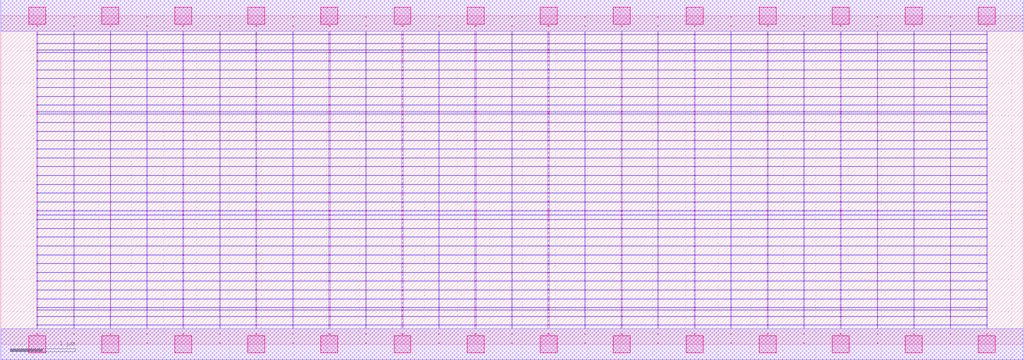
<source format=lef>
MACRO AAOAAOI22141_DEBUG
 CLASS CORE ;
 FOREIGN AAOAAOI22141_DEBUG 0 0 ;
 SIZE 15.68 BY 5.04 ;
 ORIGIN 0 0 ;
 SYMMETRY X Y R90 ;
 SITE unit ;

 OBS
    LAYER polycont ;
     RECT 7.83600000 2.58300000 7.84400000 2.59100000 ;
     RECT 7.83600000 2.71800000 7.84400000 2.72600000 ;
     RECT 7.83600000 2.85300000 7.84400000 2.86100000 ;
     RECT 7.83600000 2.98800000 7.84400000 2.99600000 ;
     RECT 13.43600000 3.79800000 13.44400000 3.80600000 ;
     RECT 13.99600000 3.79800000 14.00400000 3.80600000 ;
     RECT 14.55600000 3.79800000 14.56400000 3.80600000 ;
     RECT 15.11600000 3.79800000 15.12400000 3.80600000 ;
     RECT 13.43600000 3.93300000 13.44400000 3.94100000 ;
     RECT 13.99600000 3.93300000 14.00400000 3.94100000 ;
     RECT 14.55600000 3.93300000 14.56400000 3.94100000 ;
     RECT 15.11600000 3.93300000 15.12400000 3.94100000 ;
     RECT 13.43600000 4.06800000 13.44400000 4.07600000 ;
     RECT 13.99600000 4.06800000 14.00400000 4.07600000 ;
     RECT 14.55600000 4.06800000 14.56400000 4.07600000 ;
     RECT 15.11600000 4.06800000 15.12400000 4.07600000 ;
     RECT 13.43600000 4.20300000 13.44400000 4.21100000 ;
     RECT 13.99600000 4.20300000 14.00400000 4.21100000 ;
     RECT 14.55600000 4.20300000 14.56400000 4.21100000 ;
     RECT 15.11600000 4.20300000 15.12400000 4.21100000 ;
     RECT 13.43600000 4.33800000 13.44400000 4.34600000 ;
     RECT 13.99600000 4.33800000 14.00400000 4.34600000 ;
     RECT 14.55600000 4.33800000 14.56400000 4.34600000 ;
     RECT 15.11600000 4.33800000 15.12400000 4.34600000 ;
     RECT 13.43600000 4.47300000 13.44400000 4.48100000 ;
     RECT 13.99600000 4.47300000 14.00400000 4.48100000 ;
     RECT 14.55600000 4.47300000 14.56400000 4.48100000 ;
     RECT 15.11600000 4.47300000 15.12400000 4.48100000 ;
     RECT 13.43600000 4.51100000 13.44400000 4.51900000 ;
     RECT 13.99600000 4.51100000 14.00400000 4.51900000 ;
     RECT 14.55600000 4.51100000 14.56400000 4.51900000 ;
     RECT 15.11600000 4.51100000 15.12400000 4.51900000 ;
     RECT 13.43600000 4.60800000 13.44400000 4.61600000 ;
     RECT 13.99600000 4.60800000 14.00400000 4.61600000 ;
     RECT 14.55600000 4.60800000 14.56400000 4.61600000 ;
     RECT 15.11600000 4.60800000 15.12400000 4.61600000 ;
     RECT 13.43600000 4.74300000 13.44400000 4.75100000 ;
     RECT 13.99600000 4.74300000 14.00400000 4.75100000 ;
     RECT 14.55600000 4.74300000 14.56400000 4.75100000 ;
     RECT 15.11600000 4.74300000 15.12400000 4.75100000 ;
     RECT 13.43600000 4.87800000 13.44400000 4.88600000 ;
     RECT 13.99600000 4.87800000 14.00400000 4.88600000 ;
     RECT 14.55600000 4.87800000 14.56400000 4.88600000 ;
     RECT 15.11600000 4.87800000 15.12400000 4.88600000 ;
     RECT 11.19600000 2.85300000 11.20400000 2.86100000 ;
     RECT 9.51100000 2.58300000 9.52900000 2.59100000 ;
     RECT 8.39100000 2.98800000 8.40900000 2.99600000 ;
     RECT 8.95600000 2.98800000 8.96400000 2.99600000 ;
     RECT 9.51100000 2.98800000 9.52900000 2.99600000 ;
     RECT 10.07600000 2.98800000 10.08400000 2.99600000 ;
     RECT 10.63100000 2.98800000 10.64900000 2.99600000 ;
     RECT 11.19600000 2.98800000 11.20400000 2.99600000 ;
     RECT 10.07600000 2.58300000 10.08400000 2.59100000 ;
     RECT 10.63100000 2.58300000 10.64900000 2.59100000 ;
     RECT 11.19600000 2.58300000 11.20400000 2.59100000 ;
     RECT 8.39100000 2.58300000 8.40900000 2.59100000 ;
     RECT 8.39100000 2.71800000 8.40900000 2.72600000 ;
     RECT 8.95600000 2.71800000 8.96400000 2.72600000 ;
     RECT 9.51100000 2.71800000 9.52900000 2.72600000 ;
     RECT 10.07600000 2.71800000 10.08400000 2.72600000 ;
     RECT 10.63100000 2.71800000 10.64900000 2.72600000 ;
     RECT 11.19600000 2.71800000 11.20400000 2.72600000 ;
     RECT 8.95600000 2.58300000 8.96400000 2.59100000 ;
     RECT 8.39100000 2.85300000 8.40900000 2.86100000 ;
     RECT 8.95600000 2.85300000 8.96400000 2.86100000 ;
     RECT 9.51100000 2.85300000 9.52900000 2.86100000 ;
     RECT 10.07600000 2.85300000 10.08400000 2.86100000 ;
     RECT 10.63100000 2.85300000 10.64900000 2.86100000 ;
     RECT 13.43600000 3.52800000 13.44400000 3.53600000 ;
     RECT 13.99600000 3.52800000 14.00400000 3.53600000 ;
     RECT 14.55600000 3.52800000 14.56400000 3.53600000 ;
     RECT 15.11600000 3.52800000 15.12400000 3.53600000 ;
     RECT 13.43600000 3.56100000 13.44400000 3.56900000 ;
     RECT 13.99600000 3.56100000 14.00400000 3.56900000 ;
     RECT 14.55600000 3.56100000 14.56400000 3.56900000 ;
     RECT 15.11600000 3.56100000 15.12400000 3.56900000 ;
     RECT 13.43600000 3.66300000 13.44400000 3.67100000 ;
     RECT 13.99600000 3.66300000 14.00400000 3.67100000 ;
     RECT 14.55600000 3.66300000 14.56400000 3.67100000 ;
     RECT 15.11600000 3.66300000 15.12400000 3.67100000 ;
     RECT 11.75100000 2.58300000 11.76900000 2.59100000 ;
     RECT 12.31600000 2.58300000 12.32400000 2.59100000 ;
     RECT 12.87600000 2.58300000 12.88900000 2.59100000 ;
     RECT 13.43600000 2.58300000 13.44400000 2.59100000 ;
     RECT 13.99600000 2.58300000 14.00400000 2.59100000 ;
     RECT 14.55600000 2.58300000 14.56400000 2.59100000 ;
     RECT 15.11600000 2.58300000 15.12400000 2.59100000 ;
     RECT 11.75100000 2.85300000 11.76900000 2.86100000 ;
     RECT 12.31600000 2.85300000 12.32400000 2.86100000 ;
     RECT 12.87600000 2.85300000 12.88900000 2.86100000 ;
     RECT 13.43600000 2.85300000 13.44400000 2.86100000 ;
     RECT 13.99600000 2.85300000 14.00400000 2.86100000 ;
     RECT 14.55600000 2.85300000 14.56400000 2.86100000 ;
     RECT 15.11600000 2.85300000 15.12400000 2.86100000 ;
     RECT 11.75100000 2.71800000 11.76900000 2.72600000 ;
     RECT 12.31600000 2.71800000 12.32400000 2.72600000 ;
     RECT 12.87600000 2.71800000 12.88900000 2.72600000 ;
     RECT 13.43600000 2.71800000 13.44400000 2.72600000 ;
     RECT 13.99600000 2.71800000 14.00400000 2.72600000 ;
     RECT 14.55600000 2.71800000 14.56400000 2.72600000 ;
     RECT 15.11600000 2.71800000 15.12400000 2.72600000 ;
     RECT 11.75100000 2.98800000 11.76900000 2.99600000 ;
     RECT 12.31600000 2.98800000 12.32400000 2.99600000 ;
     RECT 12.87600000 2.98800000 12.88900000 2.99600000 ;
     RECT 13.43600000 2.98800000 13.44400000 2.99600000 ;
     RECT 13.99600000 2.98800000 14.00400000 2.99600000 ;
     RECT 14.55600000 2.98800000 14.56400000 2.99600000 ;
     RECT 15.11600000 2.98800000 15.12400000 2.99600000 ;
     RECT 13.43600000 3.12300000 13.44400000 3.13100000 ;
     RECT 13.99600000 3.12300000 14.00400000 3.13100000 ;
     RECT 14.55600000 3.12300000 14.56400000 3.13100000 ;
     RECT 15.11600000 3.12300000 15.12400000 3.13100000 ;
     RECT 13.43600000 3.25800000 13.44400000 3.26600000 ;
     RECT 13.99600000 3.25800000 14.00400000 3.26600000 ;
     RECT 14.55600000 3.25800000 14.56400000 3.26600000 ;
     RECT 15.11600000 3.25800000 15.12400000 3.26600000 ;
     RECT 13.43600000 3.39300000 13.44400000 3.40100000 ;
     RECT 13.99600000 3.39300000 14.00400000 3.40100000 ;
     RECT 14.55600000 3.39300000 14.56400000 3.40100000 ;
     RECT 15.11600000 3.39300000 15.12400000 3.40100000 ;
     RECT 6.71600000 2.85300000 6.72400000 2.86100000 ;
     RECT 7.27100000 2.85300000 7.28900000 2.86100000 ;
     RECT 1.11600000 2.71800000 1.12400000 2.72600000 ;
     RECT 2.23600000 3.52800000 2.24400000 3.53600000 ;
     RECT 1.67600000 2.71800000 1.68900000 2.72600000 ;
     RECT 2.23600000 2.71800000 2.24400000 2.72600000 ;
     RECT 2.79100000 2.71800000 2.80400000 2.72600000 ;
     RECT 3.35600000 2.71800000 3.36400000 2.72600000 ;
     RECT 2.23600000 3.56100000 2.24400000 3.56900000 ;
     RECT 3.91100000 2.71800000 3.92900000 2.72600000 ;
     RECT 4.47600000 2.71800000 4.48400000 2.72600000 ;
     RECT 5.03100000 2.71800000 5.04900000 2.72600000 ;
     RECT 5.59600000 2.71800000 5.60400000 2.72600000 ;
     RECT 2.23600000 3.66300000 2.24400000 3.67100000 ;
     RECT 6.15100000 2.71800000 6.16900000 2.72600000 ;
     RECT 6.71600000 2.71800000 6.72400000 2.72600000 ;
     RECT 7.27100000 2.71800000 7.28900000 2.72600000 ;
     RECT 1.11600000 2.58300000 1.12400000 2.59100000 ;
     RECT 2.23600000 3.79800000 2.24400000 3.80600000 ;
     RECT 1.67600000 2.58300000 1.68900000 2.59100000 ;
     RECT 0.55100000 2.98800000 0.56400000 2.99600000 ;
     RECT 1.11600000 2.98800000 1.12400000 2.99600000 ;
     RECT 1.67600000 2.98800000 1.68900000 2.99600000 ;
     RECT 2.23600000 3.93300000 2.24400000 3.94100000 ;
     RECT 2.23600000 2.98800000 2.24400000 2.99600000 ;
     RECT 2.79100000 2.98800000 2.80400000 2.99600000 ;
     RECT 3.35600000 2.98800000 3.36400000 2.99600000 ;
     RECT 3.91100000 2.98800000 3.92900000 2.99600000 ;
     RECT 2.23600000 4.06800000 2.24400000 4.07600000 ;
     RECT 4.47600000 2.98800000 4.48400000 2.99600000 ;
     RECT 5.03100000 2.98800000 5.04900000 2.99600000 ;
     RECT 5.59600000 2.98800000 5.60400000 2.99600000 ;
     RECT 6.15100000 2.98800000 6.16900000 2.99600000 ;
     RECT 2.23600000 4.20300000 2.24400000 4.21100000 ;
     RECT 6.71600000 2.98800000 6.72400000 2.99600000 ;
     RECT 7.27100000 2.98800000 7.28900000 2.99600000 ;
     RECT 2.23600000 2.58300000 2.24400000 2.59100000 ;
     RECT 2.79100000 2.58300000 2.80400000 2.59100000 ;
     RECT 2.23600000 4.33800000 2.24400000 4.34600000 ;
     RECT 3.35600000 2.58300000 3.36400000 2.59100000 ;
     RECT 3.91100000 2.58300000 3.92900000 2.59100000 ;
     RECT 4.47600000 2.58300000 4.48400000 2.59100000 ;
     RECT 5.03100000 2.58300000 5.04900000 2.59100000 ;
     RECT 2.23600000 4.47300000 2.24400000 4.48100000 ;
     RECT 5.59600000 2.58300000 5.60400000 2.59100000 ;
     RECT 6.15100000 2.58300000 6.16900000 2.59100000 ;
     RECT 6.71600000 2.58300000 6.72400000 2.59100000 ;
     RECT 7.27100000 2.58300000 7.28900000 2.59100000 ;
     RECT 2.23600000 4.51100000 2.24400000 4.51900000 ;
     RECT 0.55100000 2.58300000 0.56400000 2.59100000 ;
     RECT 0.55100000 2.71800000 0.56400000 2.72600000 ;
     RECT 0.55100000 2.85300000 0.56400000 2.86100000 ;
     RECT 1.11600000 2.85300000 1.12400000 2.86100000 ;
     RECT 2.23600000 4.60800000 2.24400000 4.61600000 ;
     RECT 2.23600000 3.12300000 2.24400000 3.13100000 ;
     RECT 1.67600000 2.85300000 1.68900000 2.86100000 ;
     RECT 2.23600000 2.85300000 2.24400000 2.86100000 ;
     RECT 2.79100000 2.85300000 2.80400000 2.86100000 ;
     RECT 2.23600000 4.74300000 2.24400000 4.75100000 ;
     RECT 3.35600000 2.85300000 3.36400000 2.86100000 ;
     RECT 2.23600000 3.25800000 2.24400000 3.26600000 ;
     RECT 3.91100000 2.85300000 3.92900000 2.86100000 ;
     RECT 4.47600000 2.85300000 4.48400000 2.86100000 ;
     RECT 2.23600000 4.87800000 2.24400000 4.88600000 ;
     RECT 5.03100000 2.85300000 5.04900000 2.86100000 ;
     RECT 5.59600000 2.85300000 5.60400000 2.86100000 ;
     RECT 2.23600000 3.39300000 2.24400000 3.40100000 ;
     RECT 6.15100000 2.85300000 6.16900000 2.86100000 ;
     RECT 2.23600000 1.90800000 2.24400000 1.91600000 ;
     RECT 6.71600000 1.90800000 6.72400000 1.91600000 ;
     RECT 2.23600000 1.98100000 2.24400000 1.98900000 ;
     RECT 6.71600000 1.98100000 6.72400000 1.98900000 ;
     RECT 2.23600000 2.04300000 2.24400000 2.05100000 ;
     RECT 6.71600000 2.04300000 6.72400000 2.05100000 ;
     RECT 2.23600000 2.17800000 2.24400000 2.18600000 ;
     RECT 6.71600000 2.17800000 6.72400000 2.18600000 ;
     RECT 2.23600000 2.31300000 2.24400000 2.32100000 ;
     RECT 6.71600000 2.31300000 6.72400000 2.32100000 ;
     RECT 2.23600000 2.44800000 2.24400000 2.45600000 ;
     RECT 6.71600000 2.44800000 6.72400000 2.45600000 ;
     RECT 2.23600000 0.15300000 2.24400000 0.16100000 ;
     RECT 6.71600000 0.15300000 6.72400000 0.16100000 ;
     RECT 2.23600000 0.28800000 2.24400000 0.29600000 ;
     RECT 6.71600000 0.28800000 6.72400000 0.29600000 ;
     RECT 2.23600000 0.42300000 2.24400000 0.43100000 ;
     RECT 6.71600000 0.42300000 6.72400000 0.43100000 ;
     RECT 2.23600000 0.52100000 2.24400000 0.52900000 ;
     RECT 6.71600000 0.52100000 6.72400000 0.52900000 ;
     RECT 2.23600000 0.55800000 2.24400000 0.56600000 ;
     RECT 6.71600000 0.55800000 6.72400000 0.56600000 ;
     RECT 2.23600000 0.69300000 2.24400000 0.70100000 ;
     RECT 6.71600000 0.69300000 6.72400000 0.70100000 ;
     RECT 2.23600000 0.82800000 2.24400000 0.83600000 ;
     RECT 6.71600000 0.82800000 6.72400000 0.83600000 ;
     RECT 2.23600000 0.96300000 2.24400000 0.97100000 ;
     RECT 6.71600000 0.96300000 6.72400000 0.97100000 ;
     RECT 2.23600000 1.09800000 2.24400000 1.10600000 ;
     RECT 6.71600000 1.09800000 6.72400000 1.10600000 ;
     RECT 2.23600000 1.23300000 2.24400000 1.24100000 ;
     RECT 6.71600000 1.23300000 6.72400000 1.24100000 ;
     RECT 2.23600000 1.36800000 2.24400000 1.37600000 ;
     RECT 6.71600000 1.36800000 6.72400000 1.37600000 ;
     RECT 2.23600000 1.50300000 2.24400000 1.51100000 ;
     RECT 6.71600000 1.50300000 6.72400000 1.51100000 ;
     RECT 2.23600000 1.63800000 2.24400000 1.64600000 ;
     RECT 6.71600000 1.63800000 6.72400000 1.64600000 ;
     RECT 2.23600000 1.77300000 2.24400000 1.78100000 ;
     RECT 6.71600000 1.77300000 6.72400000 1.78100000 ;
     RECT 10.07600000 1.36800000 10.08400000 1.37600000 ;
     RECT 10.07600000 0.28800000 10.08400000 0.29600000 ;
     RECT 10.07600000 2.04300000 10.08400000 2.05100000 ;
     RECT 10.07600000 0.96300000 10.08400000 0.97100000 ;
     RECT 10.07600000 1.50300000 10.08400000 1.51100000 ;
     RECT 10.07600000 2.17800000 10.08400000 2.18600000 ;
     RECT 10.07600000 0.52100000 10.08400000 0.52900000 ;
     RECT 10.07600000 0.69300000 10.08400000 0.70100000 ;
     RECT 10.07600000 2.31300000 10.08400000 2.32100000 ;
     RECT 10.07600000 1.63800000 10.08400000 1.64600000 ;
     RECT 10.07600000 1.09800000 10.08400000 1.10600000 ;
     RECT 10.07600000 2.44800000 10.08400000 2.45600000 ;
     RECT 10.07600000 0.42300000 10.08400000 0.43100000 ;
     RECT 10.07600000 1.77300000 10.08400000 1.78100000 ;
     RECT 10.07600000 0.15300000 10.08400000 0.16100000 ;
     RECT 10.07600000 1.23300000 10.08400000 1.24100000 ;
     RECT 10.07600000 1.90800000 10.08400000 1.91600000 ;
     RECT 10.07600000 0.82800000 10.08400000 0.83600000 ;
     RECT 10.07600000 0.55800000 10.08400000 0.56600000 ;
     RECT 10.07600000 1.98100000 10.08400000 1.98900000 ;

    LAYER pdiffc ;
     RECT 0.55100000 3.39300000 0.55900000 3.40100000 ;
     RECT 1.68100000 3.39300000 1.68900000 3.40100000 ;
     RECT 2.79100000 3.39300000 2.79900000 3.40100000 ;
     RECT 12.88100000 3.39300000 12.88900000 3.40100000 ;
     RECT 0.55100000 3.52800000 0.55900000 3.53600000 ;
     RECT 1.68100000 3.52800000 1.68900000 3.53600000 ;
     RECT 2.79100000 3.52800000 2.79900000 3.53600000 ;
     RECT 12.88100000 3.52800000 12.88900000 3.53600000 ;
     RECT 0.55100000 3.56100000 0.55900000 3.56900000 ;
     RECT 1.68100000 3.56100000 1.68900000 3.56900000 ;
     RECT 2.79100000 3.56100000 2.79900000 3.56900000 ;
     RECT 12.88100000 3.56100000 12.88900000 3.56900000 ;
     RECT 0.55100000 3.66300000 0.55900000 3.67100000 ;
     RECT 1.68100000 3.66300000 1.68900000 3.67100000 ;
     RECT 2.79100000 3.66300000 2.79900000 3.67100000 ;
     RECT 12.88100000 3.66300000 12.88900000 3.67100000 ;
     RECT 0.55100000 3.79800000 0.55900000 3.80600000 ;
     RECT 1.68100000 3.79800000 1.68900000 3.80600000 ;
     RECT 2.79100000 3.79800000 2.79900000 3.80600000 ;
     RECT 12.88100000 3.79800000 12.88900000 3.80600000 ;
     RECT 0.55100000 3.93300000 0.55900000 3.94100000 ;
     RECT 1.68100000 3.93300000 1.68900000 3.94100000 ;
     RECT 2.79100000 3.93300000 2.79900000 3.94100000 ;
     RECT 12.88100000 3.93300000 12.88900000 3.94100000 ;
     RECT 0.55100000 4.06800000 0.55900000 4.07600000 ;
     RECT 1.68100000 4.06800000 1.68900000 4.07600000 ;
     RECT 2.79100000 4.06800000 2.79900000 4.07600000 ;
     RECT 12.88100000 4.06800000 12.88900000 4.07600000 ;
     RECT 0.55100000 4.20300000 0.55900000 4.21100000 ;
     RECT 1.68100000 4.20300000 1.68900000 4.21100000 ;
     RECT 2.79100000 4.20300000 2.79900000 4.21100000 ;
     RECT 12.88100000 4.20300000 12.88900000 4.21100000 ;
     RECT 0.55100000 4.33800000 0.55900000 4.34600000 ;
     RECT 1.68100000 4.33800000 1.68900000 4.34600000 ;
     RECT 2.79100000 4.33800000 2.79900000 4.34600000 ;
     RECT 12.88100000 4.33800000 12.88900000 4.34600000 ;
     RECT 0.55100000 4.47300000 0.55900000 4.48100000 ;
     RECT 1.68100000 4.47300000 1.68900000 4.48100000 ;
     RECT 2.79100000 4.47300000 2.79900000 4.48100000 ;
     RECT 12.88100000 4.47300000 12.88900000 4.48100000 ;
     RECT 0.55100000 4.51100000 0.55900000 4.51900000 ;
     RECT 1.68100000 4.51100000 1.68900000 4.51900000 ;
     RECT 2.79100000 4.51100000 2.79900000 4.51900000 ;
     RECT 12.88100000 4.51100000 12.88900000 4.51900000 ;
     RECT 0.55100000 4.60800000 0.55900000 4.61600000 ;
     RECT 1.68100000 4.60800000 1.68900000 4.61600000 ;
     RECT 2.79100000 4.60800000 2.79900000 4.61600000 ;
     RECT 12.88100000 4.60800000 12.88900000 4.61600000 ;

    LAYER ndiffc ;
     RECT 11.75100000 0.42300000 11.76900000 0.43100000 ;
     RECT 12.87600000 0.42300000 12.88900000 0.43100000 ;
     RECT 13.99600000 0.42300000 14.00400000 0.43100000 ;
     RECT 15.11600000 0.42300000 15.12400000 0.43100000 ;
     RECT 11.75100000 0.52100000 11.76900000 0.52900000 ;
     RECT 12.87600000 0.52100000 12.88900000 0.52900000 ;
     RECT 13.99600000 0.52100000 14.00400000 0.52900000 ;
     RECT 15.11600000 0.52100000 15.12400000 0.52900000 ;
     RECT 11.75100000 0.55800000 11.76900000 0.56600000 ;
     RECT 12.87600000 0.55800000 12.88900000 0.56600000 ;
     RECT 13.99600000 0.55800000 14.00400000 0.56600000 ;
     RECT 15.11600000 0.55800000 15.12400000 0.56600000 ;
     RECT 11.75100000 0.69300000 11.76900000 0.70100000 ;
     RECT 12.87600000 0.69300000 12.88900000 0.70100000 ;
     RECT 13.99600000 0.69300000 14.00400000 0.70100000 ;
     RECT 15.11600000 0.69300000 15.12400000 0.70100000 ;
     RECT 11.75100000 0.82800000 11.76900000 0.83600000 ;
     RECT 12.87600000 0.82800000 12.88900000 0.83600000 ;
     RECT 13.99600000 0.82800000 14.00400000 0.83600000 ;
     RECT 15.11600000 0.82800000 15.12400000 0.83600000 ;
     RECT 11.75100000 0.96300000 11.76900000 0.97100000 ;
     RECT 12.87600000 0.96300000 12.88900000 0.97100000 ;
     RECT 13.99600000 0.96300000 14.00400000 0.97100000 ;
     RECT 15.11600000 0.96300000 15.12400000 0.97100000 ;
     RECT 11.75100000 1.09800000 11.76900000 1.10600000 ;
     RECT 12.87600000 1.09800000 12.88900000 1.10600000 ;
     RECT 13.99600000 1.09800000 14.00400000 1.10600000 ;
     RECT 15.11600000 1.09800000 15.12400000 1.10600000 ;
     RECT 11.75100000 1.23300000 11.76900000 1.24100000 ;
     RECT 12.87600000 1.23300000 12.88900000 1.24100000 ;
     RECT 13.99600000 1.23300000 14.00400000 1.24100000 ;
     RECT 15.11600000 1.23300000 15.12400000 1.24100000 ;
     RECT 11.75100000 1.36800000 11.76900000 1.37600000 ;
     RECT 12.87600000 1.36800000 12.88900000 1.37600000 ;
     RECT 13.99600000 1.36800000 14.00400000 1.37600000 ;
     RECT 15.11600000 1.36800000 15.12400000 1.37600000 ;
     RECT 11.75100000 1.50300000 11.76900000 1.51100000 ;
     RECT 12.87600000 1.50300000 12.88900000 1.51100000 ;
     RECT 13.99600000 1.50300000 14.00400000 1.51100000 ;
     RECT 15.11600000 1.50300000 15.12400000 1.51100000 ;
     RECT 11.75100000 1.63800000 11.76900000 1.64600000 ;
     RECT 12.87600000 1.63800000 12.88900000 1.64600000 ;
     RECT 13.99600000 1.63800000 14.00400000 1.64600000 ;
     RECT 15.11600000 1.63800000 15.12400000 1.64600000 ;
     RECT 11.75100000 1.77300000 11.76900000 1.78100000 ;
     RECT 12.87600000 1.77300000 12.88900000 1.78100000 ;
     RECT 13.99600000 1.77300000 14.00400000 1.78100000 ;
     RECT 15.11600000 1.77300000 15.12400000 1.78100000 ;
     RECT 11.75100000 1.90800000 11.76900000 1.91600000 ;
     RECT 12.87600000 1.90800000 12.88900000 1.91600000 ;
     RECT 13.99600000 1.90800000 14.00400000 1.91600000 ;
     RECT 15.11600000 1.90800000 15.12400000 1.91600000 ;
     RECT 11.75100000 1.98100000 11.76900000 1.98900000 ;
     RECT 12.87600000 1.98100000 12.88900000 1.98900000 ;
     RECT 13.99600000 1.98100000 14.00400000 1.98900000 ;
     RECT 15.11600000 1.98100000 15.12400000 1.98900000 ;
     RECT 11.75100000 2.04300000 11.76900000 2.05100000 ;
     RECT 12.87600000 2.04300000 12.88900000 2.05100000 ;
     RECT 13.99600000 2.04300000 14.00400000 2.05100000 ;
     RECT 15.11600000 2.04300000 15.12400000 2.05100000 ;
     RECT 10.63100000 0.52100000 10.64900000 0.52900000 ;
     RECT 9.51100000 0.42300000 9.52900000 0.43100000 ;
     RECT 8.39100000 0.96300000 8.40900000 0.97100000 ;
     RECT 8.39100000 1.50300000 8.40900000 1.51100000 ;
     RECT 9.51100000 1.50300000 9.52900000 1.51100000 ;
     RECT 10.63100000 1.50300000 10.64900000 1.51100000 ;
     RECT 9.51100000 0.96300000 9.52900000 0.97100000 ;
     RECT 10.63100000 0.96300000 10.64900000 0.97100000 ;
     RECT 10.63100000 0.42300000 10.64900000 0.43100000 ;
     RECT 8.39100000 0.69300000 8.40900000 0.70100000 ;
     RECT 8.39100000 1.63800000 8.40900000 1.64600000 ;
     RECT 9.51100000 1.63800000 9.52900000 1.64600000 ;
     RECT 10.63100000 1.63800000 10.64900000 1.64600000 ;
     RECT 9.51100000 0.69300000 9.52900000 0.70100000 ;
     RECT 10.63100000 0.69300000 10.64900000 0.70100000 ;
     RECT 8.39100000 1.09800000 8.40900000 1.10600000 ;
     RECT 9.51100000 1.09800000 9.52900000 1.10600000 ;
     RECT 8.39100000 1.77300000 8.40900000 1.78100000 ;
     RECT 9.51100000 1.77300000 9.52900000 1.78100000 ;
     RECT 10.63100000 1.77300000 10.64900000 1.78100000 ;
     RECT 10.63100000 1.09800000 10.64900000 1.10600000 ;
     RECT 8.39100000 0.42300000 8.40900000 0.43100000 ;
     RECT 8.39100000 0.52100000 8.40900000 0.52900000 ;
     RECT 8.39100000 0.55800000 8.40900000 0.56600000 ;
     RECT 8.39100000 1.90800000 8.40900000 1.91600000 ;
     RECT 9.51100000 1.90800000 9.52900000 1.91600000 ;
     RECT 10.63100000 1.90800000 10.64900000 1.91600000 ;
     RECT 9.51100000 0.55800000 9.52900000 0.56600000 ;
     RECT 8.39100000 1.23300000 8.40900000 1.24100000 ;
     RECT 9.51100000 1.23300000 9.52900000 1.24100000 ;
     RECT 10.63100000 1.23300000 10.64900000 1.24100000 ;
     RECT 8.39100000 1.98100000 8.40900000 1.98900000 ;
     RECT 9.51100000 1.98100000 9.52900000 1.98900000 ;
     RECT 10.63100000 1.98100000 10.64900000 1.98900000 ;
     RECT 8.39100000 0.82800000 8.40900000 0.83600000 ;
     RECT 9.51100000 0.82800000 9.52900000 0.83600000 ;
     RECT 10.63100000 0.82800000 10.64900000 0.83600000 ;
     RECT 10.63100000 0.55800000 10.64900000 0.56600000 ;
     RECT 8.39100000 2.04300000 8.40900000 2.05100000 ;
     RECT 9.51100000 2.04300000 9.52900000 2.05100000 ;
     RECT 10.63100000 2.04300000 10.64900000 2.05100000 ;
     RECT 8.39100000 1.36800000 8.40900000 1.37600000 ;
     RECT 9.51100000 1.36800000 9.52900000 1.37600000 ;
     RECT 10.63100000 1.36800000 10.64900000 1.37600000 ;
     RECT 9.51100000 0.52100000 9.52900000 0.52900000 ;
     RECT 5.03100000 0.42300000 5.04900000 0.43100000 ;
     RECT 6.15100000 0.42300000 6.16900000 0.43100000 ;
     RECT 7.27100000 0.42300000 7.28900000 0.43100000 ;
     RECT 5.03100000 1.36800000 5.04900000 1.37600000 ;
     RECT 6.15100000 1.36800000 6.16900000 1.37600000 ;
     RECT 7.27100000 1.36800000 7.28900000 1.37600000 ;
     RECT 5.03100000 0.82800000 5.04900000 0.83600000 ;
     RECT 6.15100000 0.82800000 6.16900000 0.83600000 ;
     RECT 7.27100000 0.82800000 7.28900000 0.83600000 ;
     RECT 5.03100000 1.50300000 5.04900000 1.51100000 ;
     RECT 6.15100000 1.50300000 6.16900000 1.51100000 ;
     RECT 7.27100000 1.50300000 7.28900000 1.51100000 ;
     RECT 5.03100000 0.55800000 5.04900000 0.56600000 ;
     RECT 6.15100000 0.55800000 6.16900000 0.56600000 ;
     RECT 7.27100000 0.55800000 7.28900000 0.56600000 ;
     RECT 5.03100000 1.63800000 5.04900000 1.64600000 ;
     RECT 6.15100000 1.63800000 6.16900000 1.64600000 ;
     RECT 7.27100000 1.63800000 7.28900000 1.64600000 ;
     RECT 5.03100000 0.96300000 5.04900000 0.97100000 ;
     RECT 6.15100000 0.96300000 6.16900000 0.97100000 ;
     RECT 7.27100000 0.96300000 7.28900000 0.97100000 ;
     RECT 5.03100000 1.77300000 5.04900000 1.78100000 ;
     RECT 6.15100000 1.77300000 6.16900000 1.78100000 ;
     RECT 7.27100000 1.77300000 7.28900000 1.78100000 ;
     RECT 5.03100000 0.52100000 5.04900000 0.52900000 ;
     RECT 6.15100000 0.52100000 6.16900000 0.52900000 ;
     RECT 7.27100000 0.52100000 7.28900000 0.52900000 ;
     RECT 5.03100000 1.90800000 5.04900000 1.91600000 ;
     RECT 6.15100000 1.90800000 6.16900000 1.91600000 ;
     RECT 7.27100000 1.90800000 7.28900000 1.91600000 ;
     RECT 5.03100000 1.09800000 5.04900000 1.10600000 ;
     RECT 6.15100000 1.09800000 6.16900000 1.10600000 ;
     RECT 7.27100000 1.09800000 7.28900000 1.10600000 ;
     RECT 5.03100000 1.98100000 5.04900000 1.98900000 ;
     RECT 6.15100000 1.98100000 6.16900000 1.98900000 ;
     RECT 7.27100000 1.98100000 7.28900000 1.98900000 ;
     RECT 5.03100000 0.69300000 5.04900000 0.70100000 ;
     RECT 6.15100000 0.69300000 6.16900000 0.70100000 ;
     RECT 7.27100000 0.69300000 7.28900000 0.70100000 ;
     RECT 5.03100000 2.04300000 5.04900000 2.05100000 ;
     RECT 6.15100000 2.04300000 6.16900000 2.05100000 ;
     RECT 7.27100000 2.04300000 7.28900000 2.05100000 ;
     RECT 5.03100000 1.23300000 5.04900000 1.24100000 ;
     RECT 6.15100000 1.23300000 6.16900000 1.24100000 ;
     RECT 7.27100000 1.23300000 7.28900000 1.24100000 ;
     RECT 3.91100000 0.96300000 3.92900000 0.97100000 ;
     RECT 2.79100000 0.42300000 2.80400000 0.43100000 ;
     RECT 0.55100000 1.36800000 0.56400000 1.37600000 ;
     RECT 1.67600000 1.36800000 1.68900000 1.37600000 ;
     RECT 0.55100000 1.77300000 0.56400000 1.78100000 ;
     RECT 1.67600000 1.77300000 1.68900000 1.78100000 ;
     RECT 2.79100000 1.77300000 2.80400000 1.78100000 ;
     RECT 3.91100000 1.77300000 3.92900000 1.78100000 ;
     RECT 0.55100000 1.50300000 0.56400000 1.51100000 ;
     RECT 1.67600000 1.50300000 1.68900000 1.51100000 ;
     RECT 2.79100000 1.50300000 2.80400000 1.51100000 ;
     RECT 0.55100000 0.52100000 0.56400000 0.52900000 ;
     RECT 1.67600000 0.52100000 1.68900000 0.52900000 ;
     RECT 2.79100000 0.52100000 2.80400000 0.52900000 ;
     RECT 3.91100000 0.52100000 3.92900000 0.52900000 ;
     RECT 3.91100000 1.50300000 3.92900000 1.51100000 ;
     RECT 2.79100000 1.36800000 2.80400000 1.37600000 ;
     RECT 3.91100000 1.36800000 3.92900000 1.37600000 ;
     RECT 0.55100000 1.90800000 0.56400000 1.91600000 ;
     RECT 1.67600000 1.90800000 1.68900000 1.91600000 ;
     RECT 2.79100000 1.90800000 2.80400000 1.91600000 ;
     RECT 3.91100000 1.90800000 3.92900000 1.91600000 ;
     RECT 3.91100000 0.42300000 3.92900000 0.43100000 ;
     RECT 0.55100000 0.55800000 0.56400000 0.56600000 ;
     RECT 1.67600000 0.55800000 1.68900000 0.56600000 ;
     RECT 0.55100000 1.09800000 0.56400000 1.10600000 ;
     RECT 1.67600000 1.09800000 1.68900000 1.10600000 ;
     RECT 2.79100000 1.09800000 2.80400000 1.10600000 ;
     RECT 3.91100000 1.09800000 3.92900000 1.10600000 ;
     RECT 2.79100000 0.55800000 2.80400000 0.56600000 ;
     RECT 3.91100000 0.55800000 3.92900000 0.56600000 ;
     RECT 0.55100000 0.42300000 0.56400000 0.43100000 ;
     RECT 0.55100000 1.98100000 0.56400000 1.98900000 ;
     RECT 1.67600000 1.98100000 1.68900000 1.98900000 ;
     RECT 2.79100000 1.98100000 2.80400000 1.98900000 ;
     RECT 3.91100000 1.98100000 3.92900000 1.98900000 ;
     RECT 1.67600000 0.42300000 1.68900000 0.43100000 ;
     RECT 0.55100000 0.82800000 0.56400000 0.83600000 ;
     RECT 0.55100000 1.63800000 0.56400000 1.64600000 ;
     RECT 0.55100000 0.69300000 0.56400000 0.70100000 ;
     RECT 1.67600000 0.69300000 1.68900000 0.70100000 ;
     RECT 2.79100000 0.69300000 2.80400000 0.70100000 ;
     RECT 3.91100000 0.69300000 3.92900000 0.70100000 ;
     RECT 1.67600000 1.63800000 1.68900000 1.64600000 ;
     RECT 2.79100000 1.63800000 2.80400000 1.64600000 ;
     RECT 3.91100000 1.63800000 3.92900000 1.64600000 ;
     RECT 0.55100000 2.04300000 0.56400000 2.05100000 ;
     RECT 1.67600000 2.04300000 1.68900000 2.05100000 ;
     RECT 2.79100000 2.04300000 2.80400000 2.05100000 ;
     RECT 3.91100000 2.04300000 3.92900000 2.05100000 ;
     RECT 1.67600000 0.82800000 1.68900000 0.83600000 ;
     RECT 2.79100000 0.82800000 2.80400000 0.83600000 ;
     RECT 3.91100000 0.82800000 3.92900000 0.83600000 ;
     RECT 0.55100000 1.23300000 0.56400000 1.24100000 ;
     RECT 1.67600000 1.23300000 1.68900000 1.24100000 ;
     RECT 2.79100000 1.23300000 2.80400000 1.24100000 ;
     RECT 3.91100000 1.23300000 3.92900000 1.24100000 ;
     RECT 0.55100000 0.96300000 0.56400000 0.97100000 ;
     RECT 1.67600000 0.96300000 1.68900000 0.97100000 ;
     RECT 2.79100000 0.96300000 2.80400000 0.97100000 ;

    LAYER met1 ;
     RECT 0.00000000 -0.24000000 15.68000000 0.24000000 ;
     RECT 7.83600000 0.24000000 7.84400000 0.28800000 ;
     RECT 0.55100000 0.28800000 15.12400000 0.29600000 ;
     RECT 7.83600000 0.29600000 7.84400000 0.42300000 ;
     RECT 0.55100000 0.42300000 15.12400000 0.43100000 ;
     RECT 7.83600000 0.43100000 7.84400000 0.52100000 ;
     RECT 0.55100000 0.52100000 15.12400000 0.52900000 ;
     RECT 7.83600000 0.52900000 7.84400000 0.55800000 ;
     RECT 0.55100000 0.55800000 15.12400000 0.56600000 ;
     RECT 7.83600000 0.56600000 7.84400000 0.69300000 ;
     RECT 0.55100000 0.69300000 15.12400000 0.70100000 ;
     RECT 7.83600000 0.70100000 7.84400000 0.82800000 ;
     RECT 0.55100000 0.82800000 15.12400000 0.83600000 ;
     RECT 7.83600000 0.83600000 7.84400000 0.96300000 ;
     RECT 0.55100000 0.96300000 15.12400000 0.97100000 ;
     RECT 7.83600000 0.97100000 7.84400000 1.09800000 ;
     RECT 0.55100000 1.09800000 15.12400000 1.10600000 ;
     RECT 7.83600000 1.10600000 7.84400000 1.23300000 ;
     RECT 0.55100000 1.23300000 15.12400000 1.24100000 ;
     RECT 7.83600000 1.24100000 7.84400000 1.36800000 ;
     RECT 0.55100000 1.36800000 15.12400000 1.37600000 ;
     RECT 7.83600000 1.37600000 7.84400000 1.50300000 ;
     RECT 0.55100000 1.50300000 15.12400000 1.51100000 ;
     RECT 7.83600000 1.51100000 7.84400000 1.63800000 ;
     RECT 0.55100000 1.63800000 15.12400000 1.64600000 ;
     RECT 7.83600000 1.64600000 7.84400000 1.77300000 ;
     RECT 0.55100000 1.77300000 15.12400000 1.78100000 ;
     RECT 7.83600000 1.78100000 7.84400000 1.90800000 ;
     RECT 0.55100000 1.90800000 15.12400000 1.91600000 ;
     RECT 7.83600000 1.91600000 7.84400000 1.98100000 ;
     RECT 0.55100000 1.98100000 15.12400000 1.98900000 ;
     RECT 7.83600000 1.98900000 7.84400000 2.04300000 ;
     RECT 0.55100000 2.04300000 15.12400000 2.05100000 ;
     RECT 7.83600000 2.05100000 7.84400000 2.17800000 ;
     RECT 0.55100000 2.17800000 15.12400000 2.18600000 ;
     RECT 7.83600000 2.18600000 7.84400000 2.31300000 ;
     RECT 0.55100000 2.31300000 15.12400000 2.32100000 ;
     RECT 7.83600000 2.32100000 7.84400000 2.44800000 ;
     RECT 0.55100000 2.44800000 15.12400000 2.45600000 ;
     RECT 0.55100000 2.45600000 0.56400000 2.58300000 ;
     RECT 1.11600000 2.45600000 1.12400000 2.58300000 ;
     RECT 1.67600000 2.45600000 1.68900000 2.58300000 ;
     RECT 2.23600000 2.45600000 2.24400000 2.58300000 ;
     RECT 2.79100000 2.45600000 2.80400000 2.58300000 ;
     RECT 3.35600000 2.45600000 3.36400000 2.58300000 ;
     RECT 3.91100000 2.45600000 3.92900000 2.58300000 ;
     RECT 4.47600000 2.45600000 4.48400000 2.58300000 ;
     RECT 5.03100000 2.45600000 5.04900000 2.58300000 ;
     RECT 5.59600000 2.45600000 5.60400000 2.58300000 ;
     RECT 6.15100000 2.45600000 6.16900000 2.58300000 ;
     RECT 6.71600000 2.45600000 6.72400000 2.58300000 ;
     RECT 7.27100000 2.45600000 7.28900000 2.58300000 ;
     RECT 7.83600000 2.45600000 7.84400000 2.58300000 ;
     RECT 8.39100000 2.45600000 8.40900000 2.58300000 ;
     RECT 8.95600000 2.45600000 8.96400000 2.58300000 ;
     RECT 9.51100000 2.45600000 9.52900000 2.58300000 ;
     RECT 10.07600000 2.45600000 10.08400000 2.58300000 ;
     RECT 10.63100000 2.45600000 10.64900000 2.58300000 ;
     RECT 11.19600000 2.45600000 11.20400000 2.58300000 ;
     RECT 11.75100000 2.45600000 11.76900000 2.58300000 ;
     RECT 12.31600000 2.45600000 12.32400000 2.58300000 ;
     RECT 12.87600000 2.45600000 12.88900000 2.58300000 ;
     RECT 13.43600000 2.45600000 13.44400000 2.58300000 ;
     RECT 13.99600000 2.45600000 14.00400000 2.58300000 ;
     RECT 14.55600000 2.45600000 14.56400000 2.58300000 ;
     RECT 15.11600000 2.45600000 15.12400000 2.58300000 ;
     RECT 0.55100000 2.58300000 15.12400000 2.59100000 ;
     RECT 7.83600000 2.59100000 7.84400000 2.71800000 ;
     RECT 0.55100000 2.71800000 15.12400000 2.72600000 ;
     RECT 7.83600000 2.72600000 7.84400000 2.85300000 ;
     RECT 0.55100000 2.85300000 15.12400000 2.86100000 ;
     RECT 7.83600000 2.86100000 7.84400000 2.98800000 ;
     RECT 0.55100000 2.98800000 15.12400000 2.99600000 ;
     RECT 7.83600000 2.99600000 7.84400000 3.12300000 ;
     RECT 0.55100000 3.12300000 15.12400000 3.13100000 ;
     RECT 7.83600000 3.13100000 7.84400000 3.25800000 ;
     RECT 0.55100000 3.25800000 15.12400000 3.26600000 ;
     RECT 7.83600000 3.26600000 7.84400000 3.39300000 ;
     RECT 0.55100000 3.39300000 15.12400000 3.40100000 ;
     RECT 7.83600000 3.40100000 7.84400000 3.52800000 ;
     RECT 0.55100000 3.52800000 15.12400000 3.53600000 ;
     RECT 7.83600000 3.53600000 7.84400000 3.56100000 ;
     RECT 0.55100000 3.56100000 15.12400000 3.56900000 ;
     RECT 7.83600000 3.56900000 7.84400000 3.66300000 ;
     RECT 0.55100000 3.66300000 15.12400000 3.67100000 ;
     RECT 7.83600000 3.67100000 7.84400000 3.79800000 ;
     RECT 0.55100000 3.79800000 15.12400000 3.80600000 ;
     RECT 7.83600000 3.80600000 7.84400000 3.93300000 ;
     RECT 0.55100000 3.93300000 15.12400000 3.94100000 ;
     RECT 7.83600000 3.94100000 7.84400000 4.06800000 ;
     RECT 0.55100000 4.06800000 15.12400000 4.07600000 ;
     RECT 7.83600000 4.07600000 7.84400000 4.20300000 ;
     RECT 0.55100000 4.20300000 15.12400000 4.21100000 ;
     RECT 7.83600000 4.21100000 7.84400000 4.33800000 ;
     RECT 0.55100000 4.33800000 15.12400000 4.34600000 ;
     RECT 7.83600000 4.34600000 7.84400000 4.47300000 ;
     RECT 0.55100000 4.47300000 15.12400000 4.48100000 ;
     RECT 7.83600000 4.48100000 7.84400000 4.51100000 ;
     RECT 0.55100000 4.51100000 15.12400000 4.51900000 ;
     RECT 7.83600000 4.51900000 7.84400000 4.60800000 ;
     RECT 0.55100000 4.60800000 15.12400000 4.61600000 ;
     RECT 7.83600000 4.61600000 7.84400000 4.74300000 ;
     RECT 0.55100000 4.74300000 15.12400000 4.75100000 ;
     RECT 7.83600000 4.75100000 7.84400000 4.80000000 ;
     RECT 0.00000000 4.80000000 15.68000000 5.28000000 ;
     RECT 11.75100000 2.99600000 11.76900000 3.12300000 ;
     RECT 11.75100000 2.59100000 11.76900000 2.71800000 ;
     RECT 11.75100000 3.13100000 11.76900000 3.25800000 ;
     RECT 11.75100000 3.26600000 11.76900000 3.39300000 ;
     RECT 11.75100000 3.40100000 11.76900000 3.52800000 ;
     RECT 11.75100000 3.53600000 11.76900000 3.56100000 ;
     RECT 11.75100000 3.56900000 11.76900000 3.66300000 ;
     RECT 11.75100000 3.67100000 11.76900000 3.79800000 ;
     RECT 8.39100000 3.80600000 8.40900000 3.93300000 ;
     RECT 8.95600000 3.80600000 8.96400000 3.93300000 ;
     RECT 9.51100000 3.80600000 9.52900000 3.93300000 ;
     RECT 10.07600000 3.80600000 10.08400000 3.93300000 ;
     RECT 10.63100000 3.80600000 10.64900000 3.93300000 ;
     RECT 11.19600000 3.80600000 11.20400000 3.93300000 ;
     RECT 11.75100000 3.80600000 11.76900000 3.93300000 ;
     RECT 12.31600000 3.80600000 12.32400000 3.93300000 ;
     RECT 12.87600000 3.80600000 12.88900000 3.93300000 ;
     RECT 13.43600000 3.80600000 13.44400000 3.93300000 ;
     RECT 13.99600000 3.80600000 14.00400000 3.93300000 ;
     RECT 14.55600000 3.80600000 14.56400000 3.93300000 ;
     RECT 15.11600000 3.80600000 15.12400000 3.93300000 ;
     RECT 11.75100000 2.72600000 11.76900000 2.85300000 ;
     RECT 11.75100000 3.94100000 11.76900000 4.06800000 ;
     RECT 11.75100000 4.07600000 11.76900000 4.20300000 ;
     RECT 11.75100000 4.21100000 11.76900000 4.33800000 ;
     RECT 11.75100000 4.34600000 11.76900000 4.47300000 ;
     RECT 11.75100000 4.48100000 11.76900000 4.51100000 ;
     RECT 11.75100000 4.51900000 11.76900000 4.60800000 ;
     RECT 11.75100000 4.61600000 11.76900000 4.74300000 ;
     RECT 11.75100000 4.75100000 11.76900000 4.80000000 ;
     RECT 11.75100000 2.86100000 11.76900000 2.98800000 ;
     RECT 12.87600000 4.07600000 12.88900000 4.20300000 ;
     RECT 13.43600000 4.07600000 13.44400000 4.20300000 ;
     RECT 13.99600000 4.07600000 14.00400000 4.20300000 ;
     RECT 14.55600000 4.07600000 14.56400000 4.20300000 ;
     RECT 15.11600000 4.07600000 15.12400000 4.20300000 ;
     RECT 12.87600000 3.94100000 12.88900000 4.06800000 ;
     RECT 12.31600000 4.21100000 12.32400000 4.33800000 ;
     RECT 12.87600000 4.21100000 12.88900000 4.33800000 ;
     RECT 13.43600000 4.21100000 13.44400000 4.33800000 ;
     RECT 13.99600000 4.21100000 14.00400000 4.33800000 ;
     RECT 14.55600000 4.21100000 14.56400000 4.33800000 ;
     RECT 15.11600000 4.21100000 15.12400000 4.33800000 ;
     RECT 13.43600000 3.94100000 13.44400000 4.06800000 ;
     RECT 12.31600000 4.34600000 12.32400000 4.47300000 ;
     RECT 12.87600000 4.34600000 12.88900000 4.47300000 ;
     RECT 13.43600000 4.34600000 13.44400000 4.47300000 ;
     RECT 13.99600000 4.34600000 14.00400000 4.47300000 ;
     RECT 14.55600000 4.34600000 14.56400000 4.47300000 ;
     RECT 15.11600000 4.34600000 15.12400000 4.47300000 ;
     RECT 13.99600000 3.94100000 14.00400000 4.06800000 ;
     RECT 12.31600000 4.48100000 12.32400000 4.51100000 ;
     RECT 12.87600000 4.48100000 12.88900000 4.51100000 ;
     RECT 13.43600000 4.48100000 13.44400000 4.51100000 ;
     RECT 13.99600000 4.48100000 14.00400000 4.51100000 ;
     RECT 14.55600000 4.48100000 14.56400000 4.51100000 ;
     RECT 15.11600000 4.48100000 15.12400000 4.51100000 ;
     RECT 14.55600000 3.94100000 14.56400000 4.06800000 ;
     RECT 12.31600000 4.51900000 12.32400000 4.60800000 ;
     RECT 12.87600000 4.51900000 12.88900000 4.60800000 ;
     RECT 13.43600000 4.51900000 13.44400000 4.60800000 ;
     RECT 13.99600000 4.51900000 14.00400000 4.60800000 ;
     RECT 14.55600000 4.51900000 14.56400000 4.60800000 ;
     RECT 15.11600000 4.51900000 15.12400000 4.60800000 ;
     RECT 15.11600000 3.94100000 15.12400000 4.06800000 ;
     RECT 12.31600000 4.61600000 12.32400000 4.74300000 ;
     RECT 12.87600000 4.61600000 12.88900000 4.74300000 ;
     RECT 13.43600000 4.61600000 13.44400000 4.74300000 ;
     RECT 13.99600000 4.61600000 14.00400000 4.74300000 ;
     RECT 14.55600000 4.61600000 14.56400000 4.74300000 ;
     RECT 15.11600000 4.61600000 15.12400000 4.74300000 ;
     RECT 12.31600000 3.94100000 12.32400000 4.06800000 ;
     RECT 12.31600000 4.75100000 12.32400000 4.80000000 ;
     RECT 12.87600000 4.75100000 12.88900000 4.80000000 ;
     RECT 13.43600000 4.75100000 13.44400000 4.80000000 ;
     RECT 13.99600000 4.75100000 14.00400000 4.80000000 ;
     RECT 14.55600000 4.75100000 14.56400000 4.80000000 ;
     RECT 15.11600000 4.75100000 15.12400000 4.80000000 ;
     RECT 12.31600000 4.07600000 12.32400000 4.20300000 ;
     RECT 11.19600000 4.48100000 11.20400000 4.51100000 ;
     RECT 9.51100000 4.21100000 9.52900000 4.33800000 ;
     RECT 10.07600000 4.21100000 10.08400000 4.33800000 ;
     RECT 10.63100000 4.21100000 10.64900000 4.33800000 ;
     RECT 11.19600000 4.21100000 11.20400000 4.33800000 ;
     RECT 8.95600000 4.07600000 8.96400000 4.20300000 ;
     RECT 9.51100000 4.07600000 9.52900000 4.20300000 ;
     RECT 10.07600000 4.07600000 10.08400000 4.20300000 ;
     RECT 8.39100000 4.51900000 8.40900000 4.60800000 ;
     RECT 8.95600000 4.51900000 8.96400000 4.60800000 ;
     RECT 9.51100000 4.51900000 9.52900000 4.60800000 ;
     RECT 10.07600000 4.51900000 10.08400000 4.60800000 ;
     RECT 10.63100000 4.51900000 10.64900000 4.60800000 ;
     RECT 11.19600000 4.51900000 11.20400000 4.60800000 ;
     RECT 10.63100000 4.07600000 10.64900000 4.20300000 ;
     RECT 11.19600000 4.07600000 11.20400000 4.20300000 ;
     RECT 8.95600000 3.94100000 8.96400000 4.06800000 ;
     RECT 9.51100000 3.94100000 9.52900000 4.06800000 ;
     RECT 8.39100000 4.34600000 8.40900000 4.47300000 ;
     RECT 8.95600000 4.34600000 8.96400000 4.47300000 ;
     RECT 9.51100000 4.34600000 9.52900000 4.47300000 ;
     RECT 8.39100000 4.61600000 8.40900000 4.74300000 ;
     RECT 8.95600000 4.61600000 8.96400000 4.74300000 ;
     RECT 9.51100000 4.61600000 9.52900000 4.74300000 ;
     RECT 10.07600000 4.61600000 10.08400000 4.74300000 ;
     RECT 10.63100000 4.61600000 10.64900000 4.74300000 ;
     RECT 11.19600000 4.61600000 11.20400000 4.74300000 ;
     RECT 10.07600000 4.34600000 10.08400000 4.47300000 ;
     RECT 10.63100000 4.34600000 10.64900000 4.47300000 ;
     RECT 11.19600000 4.34600000 11.20400000 4.47300000 ;
     RECT 10.07600000 3.94100000 10.08400000 4.06800000 ;
     RECT 10.63100000 3.94100000 10.64900000 4.06800000 ;
     RECT 11.19600000 3.94100000 11.20400000 4.06800000 ;
     RECT 8.39100000 3.94100000 8.40900000 4.06800000 ;
     RECT 8.39100000 4.75100000 8.40900000 4.80000000 ;
     RECT 8.95600000 4.75100000 8.96400000 4.80000000 ;
     RECT 9.51100000 4.75100000 9.52900000 4.80000000 ;
     RECT 10.07600000 4.75100000 10.08400000 4.80000000 ;
     RECT 10.63100000 4.75100000 10.64900000 4.80000000 ;
     RECT 11.19600000 4.75100000 11.20400000 4.80000000 ;
     RECT 8.39100000 4.07600000 8.40900000 4.20300000 ;
     RECT 8.39100000 4.21100000 8.40900000 4.33800000 ;
     RECT 8.95600000 4.21100000 8.96400000 4.33800000 ;
     RECT 8.39100000 4.48100000 8.40900000 4.51100000 ;
     RECT 8.95600000 4.48100000 8.96400000 4.51100000 ;
     RECT 9.51100000 4.48100000 9.52900000 4.51100000 ;
     RECT 10.07600000 4.48100000 10.08400000 4.51100000 ;
     RECT 10.63100000 4.48100000 10.64900000 4.51100000 ;
     RECT 10.07600000 2.59100000 10.08400000 2.71800000 ;
     RECT 11.19600000 3.26600000 11.20400000 3.39300000 ;
     RECT 8.95600000 2.99600000 8.96400000 3.12300000 ;
     RECT 8.39100000 3.40100000 8.40900000 3.52800000 ;
     RECT 8.95600000 3.40100000 8.96400000 3.52800000 ;
     RECT 9.51100000 3.40100000 9.52900000 3.52800000 ;
     RECT 10.07600000 3.40100000 10.08400000 3.52800000 ;
     RECT 10.63100000 3.40100000 10.64900000 3.52800000 ;
     RECT 11.19600000 3.40100000 11.20400000 3.52800000 ;
     RECT 9.51100000 2.99600000 9.52900000 3.12300000 ;
     RECT 8.39100000 2.59100000 8.40900000 2.71800000 ;
     RECT 8.39100000 3.53600000 8.40900000 3.56100000 ;
     RECT 8.95600000 3.53600000 8.96400000 3.56100000 ;
     RECT 9.51100000 3.53600000 9.52900000 3.56100000 ;
     RECT 8.39100000 2.86100000 8.40900000 2.98800000 ;
     RECT 8.95600000 2.86100000 8.96400000 2.98800000 ;
     RECT 10.07600000 3.53600000 10.08400000 3.56100000 ;
     RECT 10.63100000 3.53600000 10.64900000 3.56100000 ;
     RECT 11.19600000 3.53600000 11.20400000 3.56100000 ;
     RECT 10.07600000 2.99600000 10.08400000 3.12300000 ;
     RECT 8.95600000 2.59100000 8.96400000 2.71800000 ;
     RECT 8.39100000 2.72600000 8.40900000 2.85300000 ;
     RECT 8.39100000 3.56900000 8.40900000 3.66300000 ;
     RECT 8.95600000 3.56900000 8.96400000 3.66300000 ;
     RECT 9.51100000 3.56900000 9.52900000 3.66300000 ;
     RECT 10.07600000 3.56900000 10.08400000 3.66300000 ;
     RECT 10.63100000 3.56900000 10.64900000 3.66300000 ;
     RECT 11.19600000 3.56900000 11.20400000 3.66300000 ;
     RECT 10.63100000 2.99600000 10.64900000 3.12300000 ;
     RECT 9.51100000 2.86100000 9.52900000 2.98800000 ;
     RECT 10.07600000 2.86100000 10.08400000 2.98800000 ;
     RECT 8.95600000 2.72600000 8.96400000 2.85300000 ;
     RECT 9.51100000 2.72600000 9.52900000 2.85300000 ;
     RECT 8.39100000 3.67100000 8.40900000 3.79800000 ;
     RECT 8.95600000 3.67100000 8.96400000 3.79800000 ;
     RECT 9.51100000 3.67100000 9.52900000 3.79800000 ;
     RECT 10.07600000 3.67100000 10.08400000 3.79800000 ;
     RECT 10.63100000 3.67100000 10.64900000 3.79800000 ;
     RECT 11.19600000 3.67100000 11.20400000 3.79800000 ;
     RECT 11.19600000 2.99600000 11.20400000 3.12300000 ;
     RECT 10.07600000 2.72600000 10.08400000 2.85300000 ;
     RECT 10.63100000 2.72600000 10.64900000 2.85300000 ;
     RECT 10.63100000 2.59100000 10.64900000 2.71800000 ;
     RECT 11.19600000 2.59100000 11.20400000 2.71800000 ;
     RECT 10.63100000 2.86100000 10.64900000 2.98800000 ;
     RECT 11.19600000 2.86100000 11.20400000 2.98800000 ;
     RECT 8.39100000 3.13100000 8.40900000 3.25800000 ;
     RECT 8.95600000 3.13100000 8.96400000 3.25800000 ;
     RECT 9.51100000 3.13100000 9.52900000 3.25800000 ;
     RECT 10.07600000 3.13100000 10.08400000 3.25800000 ;
     RECT 10.63100000 3.13100000 10.64900000 3.25800000 ;
     RECT 11.19600000 3.13100000 11.20400000 3.25800000 ;
     RECT 8.39100000 2.99600000 8.40900000 3.12300000 ;
     RECT 8.39100000 3.26600000 8.40900000 3.39300000 ;
     RECT 8.95600000 3.26600000 8.96400000 3.39300000 ;
     RECT 9.51100000 3.26600000 9.52900000 3.39300000 ;
     RECT 10.07600000 3.26600000 10.08400000 3.39300000 ;
     RECT 11.19600000 2.72600000 11.20400000 2.85300000 ;
     RECT 10.63100000 3.26600000 10.64900000 3.39300000 ;
     RECT 9.51100000 2.59100000 9.52900000 2.71800000 ;
     RECT 13.43600000 2.59100000 13.44400000 2.71800000 ;
     RECT 13.43600000 2.99600000 13.44400000 3.12300000 ;
     RECT 12.31600000 3.53600000 12.32400000 3.56100000 ;
     RECT 12.87600000 3.53600000 12.88900000 3.56100000 ;
     RECT 13.43600000 3.53600000 13.44400000 3.56100000 ;
     RECT 13.99600000 3.53600000 14.00400000 3.56100000 ;
     RECT 14.55600000 3.53600000 14.56400000 3.56100000 ;
     RECT 15.11600000 3.53600000 15.12400000 3.56100000 ;
     RECT 13.99600000 2.99600000 14.00400000 3.12300000 ;
     RECT 14.55600000 2.99600000 14.56400000 3.12300000 ;
     RECT 15.11600000 2.99600000 15.12400000 3.12300000 ;
     RECT 13.99600000 2.86100000 14.00400000 2.98800000 ;
     RECT 12.31600000 2.59100000 12.32400000 2.71800000 ;
     RECT 14.55600000 2.86100000 14.56400000 2.98800000 ;
     RECT 12.31600000 2.72600000 12.32400000 2.85300000 ;
     RECT 12.87600000 2.72600000 12.88900000 2.85300000 ;
     RECT 12.31600000 3.26600000 12.32400000 3.39300000 ;
     RECT 12.87600000 3.26600000 12.88900000 3.39300000 ;
     RECT 13.43600000 3.26600000 13.44400000 3.39300000 ;
     RECT 12.31600000 3.56900000 12.32400000 3.66300000 ;
     RECT 12.87600000 3.56900000 12.88900000 3.66300000 ;
     RECT 13.43600000 3.56900000 13.44400000 3.66300000 ;
     RECT 13.99600000 3.56900000 14.00400000 3.66300000 ;
     RECT 14.55600000 3.56900000 14.56400000 3.66300000 ;
     RECT 15.11600000 3.56900000 15.12400000 3.66300000 ;
     RECT 13.99600000 3.26600000 14.00400000 3.39300000 ;
     RECT 14.55600000 3.26600000 14.56400000 3.39300000 ;
     RECT 15.11600000 3.26600000 15.12400000 3.39300000 ;
     RECT 13.99600000 2.59100000 14.00400000 2.71800000 ;
     RECT 13.43600000 2.72600000 13.44400000 2.85300000 ;
     RECT 13.99600000 2.72600000 14.00400000 2.85300000 ;
     RECT 14.55600000 2.59100000 14.56400000 2.71800000 ;
     RECT 15.11600000 2.86100000 15.12400000 2.98800000 ;
     RECT 12.31600000 2.86100000 12.32400000 2.98800000 ;
     RECT 12.87600000 2.86100000 12.88900000 2.98800000 ;
     RECT 13.43600000 2.86100000 13.44400000 2.98800000 ;
     RECT 12.31600000 3.67100000 12.32400000 3.79800000 ;
     RECT 12.87600000 3.67100000 12.88900000 3.79800000 ;
     RECT 13.43600000 3.67100000 13.44400000 3.79800000 ;
     RECT 13.99600000 3.67100000 14.00400000 3.79800000 ;
     RECT 14.55600000 3.67100000 14.56400000 3.79800000 ;
     RECT 15.11600000 3.67100000 15.12400000 3.79800000 ;
     RECT 12.31600000 2.99600000 12.32400000 3.12300000 ;
     RECT 12.87600000 2.99600000 12.88900000 3.12300000 ;
     RECT 14.55600000 2.72600000 14.56400000 2.85300000 ;
     RECT 15.11600000 2.72600000 15.12400000 2.85300000 ;
     RECT 12.31600000 3.13100000 12.32400000 3.25800000 ;
     RECT 12.31600000 3.40100000 12.32400000 3.52800000 ;
     RECT 12.87600000 3.40100000 12.88900000 3.52800000 ;
     RECT 13.43600000 3.40100000 13.44400000 3.52800000 ;
     RECT 13.99600000 3.40100000 14.00400000 3.52800000 ;
     RECT 14.55600000 3.40100000 14.56400000 3.52800000 ;
     RECT 15.11600000 3.40100000 15.12400000 3.52800000 ;
     RECT 15.11600000 2.59100000 15.12400000 2.71800000 ;
     RECT 12.87600000 3.13100000 12.88900000 3.25800000 ;
     RECT 13.43600000 3.13100000 13.44400000 3.25800000 ;
     RECT 13.99600000 3.13100000 14.00400000 3.25800000 ;
     RECT 14.55600000 3.13100000 14.56400000 3.25800000 ;
     RECT 15.11600000 3.13100000 15.12400000 3.25800000 ;
     RECT 12.87600000 2.59100000 12.88900000 2.71800000 ;
     RECT 3.35600000 3.80600000 3.36400000 3.93300000 ;
     RECT 3.91100000 3.80600000 3.92900000 3.93300000 ;
     RECT 4.47600000 3.80600000 4.48400000 3.93300000 ;
     RECT 5.03100000 3.80600000 5.04900000 3.93300000 ;
     RECT 5.59600000 3.80600000 5.60400000 3.93300000 ;
     RECT 6.15100000 3.80600000 6.16900000 3.93300000 ;
     RECT 6.71600000 3.80600000 6.72400000 3.93300000 ;
     RECT 7.27100000 3.80600000 7.28900000 3.93300000 ;
     RECT 3.91100000 3.94100000 3.92900000 4.06800000 ;
     RECT 3.91100000 3.40100000 3.92900000 3.52800000 ;
     RECT 3.91100000 4.07600000 3.92900000 4.20300000 ;
     RECT 3.91100000 2.99600000 3.92900000 3.12300000 ;
     RECT 3.91100000 2.59100000 3.92900000 2.71800000 ;
     RECT 3.91100000 4.21100000 3.92900000 4.33800000 ;
     RECT 3.91100000 3.53600000 3.92900000 3.56100000 ;
     RECT 3.91100000 4.34600000 3.92900000 4.47300000 ;
     RECT 3.91100000 3.13100000 3.92900000 3.25800000 ;
     RECT 3.91100000 4.48100000 3.92900000 4.51100000 ;
     RECT 3.91100000 3.56900000 3.92900000 3.66300000 ;
     RECT 3.91100000 4.51900000 3.92900000 4.60800000 ;
     RECT 3.91100000 2.86100000 3.92900000 2.98800000 ;
     RECT 3.91100000 4.61600000 3.92900000 4.74300000 ;
     RECT 3.91100000 3.67100000 3.92900000 3.79800000 ;
     RECT 3.91100000 2.72600000 3.92900000 2.85300000 ;
     RECT 3.91100000 4.75100000 3.92900000 4.80000000 ;
     RECT 3.91100000 3.26600000 3.92900000 3.39300000 ;
     RECT 0.55100000 3.80600000 0.56400000 3.93300000 ;
     RECT 1.11600000 3.80600000 1.12400000 3.93300000 ;
     RECT 1.67600000 3.80600000 1.68900000 3.93300000 ;
     RECT 2.23600000 3.80600000 2.24400000 3.93300000 ;
     RECT 2.79100000 3.80600000 2.80400000 3.93300000 ;
     RECT 7.27100000 4.21100000 7.28900000 4.33800000 ;
     RECT 7.27100000 3.94100000 7.28900000 4.06800000 ;
     RECT 4.47600000 3.94100000 4.48400000 4.06800000 ;
     RECT 4.47600000 4.34600000 4.48400000 4.47300000 ;
     RECT 5.03100000 4.34600000 5.04900000 4.47300000 ;
     RECT 5.59600000 4.34600000 5.60400000 4.47300000 ;
     RECT 6.15100000 4.34600000 6.16900000 4.47300000 ;
     RECT 6.71600000 4.34600000 6.72400000 4.47300000 ;
     RECT 7.27100000 4.34600000 7.28900000 4.47300000 ;
     RECT 5.03100000 3.94100000 5.04900000 4.06800000 ;
     RECT 4.47600000 4.07600000 4.48400000 4.20300000 ;
     RECT 4.47600000 4.48100000 4.48400000 4.51100000 ;
     RECT 5.03100000 4.48100000 5.04900000 4.51100000 ;
     RECT 5.59600000 4.48100000 5.60400000 4.51100000 ;
     RECT 6.15100000 4.48100000 6.16900000 4.51100000 ;
     RECT 6.71600000 4.48100000 6.72400000 4.51100000 ;
     RECT 7.27100000 4.48100000 7.28900000 4.51100000 ;
     RECT 5.03100000 4.07600000 5.04900000 4.20300000 ;
     RECT 5.59600000 4.07600000 5.60400000 4.20300000 ;
     RECT 4.47600000 4.51900000 4.48400000 4.60800000 ;
     RECT 5.03100000 4.51900000 5.04900000 4.60800000 ;
     RECT 5.59600000 4.51900000 5.60400000 4.60800000 ;
     RECT 6.15100000 4.51900000 6.16900000 4.60800000 ;
     RECT 6.71600000 4.51900000 6.72400000 4.60800000 ;
     RECT 7.27100000 4.51900000 7.28900000 4.60800000 ;
     RECT 6.15100000 4.07600000 6.16900000 4.20300000 ;
     RECT 6.71600000 4.07600000 6.72400000 4.20300000 ;
     RECT 4.47600000 4.61600000 4.48400000 4.74300000 ;
     RECT 5.03100000 4.61600000 5.04900000 4.74300000 ;
     RECT 5.59600000 4.61600000 5.60400000 4.74300000 ;
     RECT 6.15100000 4.61600000 6.16900000 4.74300000 ;
     RECT 6.71600000 4.61600000 6.72400000 4.74300000 ;
     RECT 7.27100000 4.61600000 7.28900000 4.74300000 ;
     RECT 7.27100000 4.07600000 7.28900000 4.20300000 ;
     RECT 5.59600000 3.94100000 5.60400000 4.06800000 ;
     RECT 6.15100000 3.94100000 6.16900000 4.06800000 ;
     RECT 4.47600000 4.75100000 4.48400000 4.80000000 ;
     RECT 5.03100000 4.75100000 5.04900000 4.80000000 ;
     RECT 5.59600000 4.75100000 5.60400000 4.80000000 ;
     RECT 6.15100000 4.75100000 6.16900000 4.80000000 ;
     RECT 6.71600000 4.75100000 6.72400000 4.80000000 ;
     RECT 7.27100000 4.75100000 7.28900000 4.80000000 ;
     RECT 6.71600000 3.94100000 6.72400000 4.06800000 ;
     RECT 4.47600000 4.21100000 4.48400000 4.33800000 ;
     RECT 5.03100000 4.21100000 5.04900000 4.33800000 ;
     RECT 5.59600000 4.21100000 5.60400000 4.33800000 ;
     RECT 6.15100000 4.21100000 6.16900000 4.33800000 ;
     RECT 6.71600000 4.21100000 6.72400000 4.33800000 ;
     RECT 0.55100000 4.51900000 0.56400000 4.60800000 ;
     RECT 1.11600000 4.51900000 1.12400000 4.60800000 ;
     RECT 1.67600000 4.51900000 1.68900000 4.60800000 ;
     RECT 2.23600000 4.51900000 2.24400000 4.60800000 ;
     RECT 2.79100000 4.51900000 2.80400000 4.60800000 ;
     RECT 3.35600000 4.51900000 3.36400000 4.60800000 ;
     RECT 3.35600000 3.94100000 3.36400000 4.06800000 ;
     RECT 0.55100000 3.94100000 0.56400000 4.06800000 ;
     RECT 0.55100000 4.34600000 0.56400000 4.47300000 ;
     RECT 1.11600000 4.34600000 1.12400000 4.47300000 ;
     RECT 1.67600000 4.34600000 1.68900000 4.47300000 ;
     RECT 2.23600000 4.34600000 2.24400000 4.47300000 ;
     RECT 2.79100000 4.34600000 2.80400000 4.47300000 ;
     RECT 3.35600000 4.34600000 3.36400000 4.47300000 ;
     RECT 0.55100000 4.61600000 0.56400000 4.74300000 ;
     RECT 1.11600000 4.61600000 1.12400000 4.74300000 ;
     RECT 1.67600000 4.61600000 1.68900000 4.74300000 ;
     RECT 2.23600000 4.61600000 2.24400000 4.74300000 ;
     RECT 2.79100000 4.61600000 2.80400000 4.74300000 ;
     RECT 3.35600000 4.61600000 3.36400000 4.74300000 ;
     RECT 1.11600000 3.94100000 1.12400000 4.06800000 ;
     RECT 0.55100000 4.07600000 0.56400000 4.20300000 ;
     RECT 1.11600000 4.07600000 1.12400000 4.20300000 ;
     RECT 1.67600000 4.07600000 1.68900000 4.20300000 ;
     RECT 0.55100000 4.21100000 0.56400000 4.33800000 ;
     RECT 1.11600000 4.21100000 1.12400000 4.33800000 ;
     RECT 1.67600000 4.21100000 1.68900000 4.33800000 ;
     RECT 2.23600000 4.21100000 2.24400000 4.33800000 ;
     RECT 0.55100000 4.48100000 0.56400000 4.51100000 ;
     RECT 0.55100000 4.75100000 0.56400000 4.80000000 ;
     RECT 1.11600000 4.75100000 1.12400000 4.80000000 ;
     RECT 1.67600000 4.75100000 1.68900000 4.80000000 ;
     RECT 2.23600000 4.75100000 2.24400000 4.80000000 ;
     RECT 2.79100000 4.75100000 2.80400000 4.80000000 ;
     RECT 3.35600000 4.75100000 3.36400000 4.80000000 ;
     RECT 1.11600000 4.48100000 1.12400000 4.51100000 ;
     RECT 1.67600000 4.48100000 1.68900000 4.51100000 ;
     RECT 2.23600000 4.48100000 2.24400000 4.51100000 ;
     RECT 2.79100000 4.48100000 2.80400000 4.51100000 ;
     RECT 3.35600000 4.48100000 3.36400000 4.51100000 ;
     RECT 2.79100000 4.21100000 2.80400000 4.33800000 ;
     RECT 3.35600000 4.21100000 3.36400000 4.33800000 ;
     RECT 2.23600000 4.07600000 2.24400000 4.20300000 ;
     RECT 2.79100000 4.07600000 2.80400000 4.20300000 ;
     RECT 3.35600000 4.07600000 3.36400000 4.20300000 ;
     RECT 1.67600000 3.94100000 1.68900000 4.06800000 ;
     RECT 2.23600000 3.94100000 2.24400000 4.06800000 ;
     RECT 2.79100000 3.94100000 2.80400000 4.06800000 ;
     RECT 2.79100000 2.99600000 2.80400000 3.12300000 ;
     RECT 3.35600000 2.99600000 3.36400000 3.12300000 ;
     RECT 0.55100000 3.40100000 0.56400000 3.52800000 ;
     RECT 0.55100000 2.72600000 0.56400000 2.85300000 ;
     RECT 1.11600000 2.72600000 1.12400000 2.85300000 ;
     RECT 0.55100000 2.86100000 0.56400000 2.98800000 ;
     RECT 1.11600000 2.86100000 1.12400000 2.98800000 ;
     RECT 2.79100000 2.86100000 2.80400000 2.98800000 ;
     RECT 3.35600000 2.86100000 3.36400000 2.98800000 ;
     RECT 1.67600000 2.86100000 1.68900000 2.98800000 ;
     RECT 1.67600000 2.72600000 1.68900000 2.85300000 ;
     RECT 0.55100000 3.67100000 0.56400000 3.79800000 ;
     RECT 1.11600000 3.67100000 1.12400000 3.79800000 ;
     RECT 1.67600000 3.67100000 1.68900000 3.79800000 ;
     RECT 2.23600000 2.86100000 2.24400000 2.98800000 ;
     RECT 0.55100000 3.13100000 0.56400000 3.25800000 ;
     RECT 1.11600000 3.13100000 1.12400000 3.25800000 ;
     RECT 1.67600000 3.13100000 1.68900000 3.25800000 ;
     RECT 2.23600000 3.13100000 2.24400000 3.25800000 ;
     RECT 2.79100000 3.13100000 2.80400000 3.25800000 ;
     RECT 3.35600000 3.13100000 3.36400000 3.25800000 ;
     RECT 1.11600000 3.40100000 1.12400000 3.52800000 ;
     RECT 0.55100000 3.56900000 0.56400000 3.66300000 ;
     RECT 1.67600000 3.40100000 1.68900000 3.52800000 ;
     RECT 0.55100000 2.59100000 0.56400000 2.71800000 ;
     RECT 0.55100000 3.53600000 0.56400000 3.56100000 ;
     RECT 1.11600000 3.53600000 1.12400000 3.56100000 ;
     RECT 2.23600000 3.67100000 2.24400000 3.79800000 ;
     RECT 2.79100000 3.67100000 2.80400000 3.79800000 ;
     RECT 3.35600000 3.67100000 3.36400000 3.79800000 ;
     RECT 1.67600000 3.53600000 1.68900000 3.56100000 ;
     RECT 2.23600000 2.72600000 2.24400000 2.85300000 ;
     RECT 2.79100000 2.72600000 2.80400000 2.85300000 ;
     RECT 3.35600000 2.72600000 3.36400000 2.85300000 ;
     RECT 2.23600000 3.53600000 2.24400000 3.56100000 ;
     RECT 2.79100000 3.53600000 2.80400000 3.56100000 ;
     RECT 3.35600000 3.53600000 3.36400000 3.56100000 ;
     RECT 2.23600000 3.40100000 2.24400000 3.52800000 ;
     RECT 1.11600000 2.59100000 1.12400000 2.71800000 ;
     RECT 2.79100000 3.40100000 2.80400000 3.52800000 ;
     RECT 3.35600000 3.40100000 3.36400000 3.52800000 ;
     RECT 1.67600000 2.99600000 1.68900000 3.12300000 ;
     RECT 1.11600000 3.56900000 1.12400000 3.66300000 ;
     RECT 1.67600000 3.56900000 1.68900000 3.66300000 ;
     RECT 2.23600000 3.56900000 2.24400000 3.66300000 ;
     RECT 2.79100000 3.56900000 2.80400000 3.66300000 ;
     RECT 3.35600000 3.56900000 3.36400000 3.66300000 ;
     RECT 1.67600000 2.59100000 1.68900000 2.71800000 ;
     RECT 0.55100000 3.26600000 0.56400000 3.39300000 ;
     RECT 1.11600000 3.26600000 1.12400000 3.39300000 ;
     RECT 1.67600000 3.26600000 1.68900000 3.39300000 ;
     RECT 2.23600000 3.26600000 2.24400000 3.39300000 ;
     RECT 2.79100000 3.26600000 2.80400000 3.39300000 ;
     RECT 3.35600000 3.26600000 3.36400000 3.39300000 ;
     RECT 2.23600000 2.59100000 2.24400000 2.71800000 ;
     RECT 2.79100000 2.59100000 2.80400000 2.71800000 ;
     RECT 3.35600000 2.59100000 3.36400000 2.71800000 ;
     RECT 0.55100000 2.99600000 0.56400000 3.12300000 ;
     RECT 1.11600000 2.99600000 1.12400000 3.12300000 ;
     RECT 2.23600000 2.99600000 2.24400000 3.12300000 ;
     RECT 6.71600000 3.53600000 6.72400000 3.56100000 ;
     RECT 7.27100000 3.53600000 7.28900000 3.56100000 ;
     RECT 5.03100000 2.59100000 5.04900000 2.71800000 ;
     RECT 5.59600000 2.59100000 5.60400000 2.71800000 ;
     RECT 6.15100000 2.59100000 6.16900000 2.71800000 ;
     RECT 6.71600000 2.59100000 6.72400000 2.71800000 ;
     RECT 7.27100000 2.59100000 7.28900000 2.71800000 ;
     RECT 6.15100000 3.26600000 6.16900000 3.39300000 ;
     RECT 6.71600000 3.26600000 6.72400000 3.39300000 ;
     RECT 7.27100000 3.26600000 7.28900000 3.39300000 ;
     RECT 5.03100000 2.72600000 5.04900000 2.85300000 ;
     RECT 5.59600000 2.72600000 5.60400000 2.85300000 ;
     RECT 6.15100000 2.72600000 6.16900000 2.85300000 ;
     RECT 4.47600000 3.40100000 4.48400000 3.52800000 ;
     RECT 5.03100000 3.40100000 5.04900000 3.52800000 ;
     RECT 5.59600000 3.40100000 5.60400000 3.52800000 ;
     RECT 6.15100000 3.40100000 6.16900000 3.52800000 ;
     RECT 4.47600000 3.56900000 4.48400000 3.66300000 ;
     RECT 5.03100000 3.56900000 5.04900000 3.66300000 ;
     RECT 5.59600000 3.56900000 5.60400000 3.66300000 ;
     RECT 6.15100000 3.56900000 6.16900000 3.66300000 ;
     RECT 4.47600000 3.67100000 4.48400000 3.79800000 ;
     RECT 5.03100000 3.67100000 5.04900000 3.79800000 ;
     RECT 5.59600000 3.67100000 5.60400000 3.79800000 ;
     RECT 6.15100000 3.67100000 6.16900000 3.79800000 ;
     RECT 6.71600000 3.67100000 6.72400000 3.79800000 ;
     RECT 7.27100000 3.67100000 7.28900000 3.79800000 ;
     RECT 6.71600000 3.56900000 6.72400000 3.66300000 ;
     RECT 7.27100000 3.56900000 7.28900000 3.66300000 ;
     RECT 5.03100000 3.13100000 5.04900000 3.25800000 ;
     RECT 5.59600000 3.13100000 5.60400000 3.25800000 ;
     RECT 4.47600000 2.72600000 4.48400000 2.85300000 ;
     RECT 6.15100000 3.13100000 6.16900000 3.25800000 ;
     RECT 6.71600000 3.40100000 6.72400000 3.52800000 ;
     RECT 7.27100000 3.40100000 7.28900000 3.52800000 ;
     RECT 6.71600000 2.72600000 6.72400000 2.85300000 ;
     RECT 4.47600000 2.99600000 4.48400000 3.12300000 ;
     RECT 5.03100000 2.99600000 5.04900000 3.12300000 ;
     RECT 5.59600000 2.99600000 5.60400000 3.12300000 ;
     RECT 6.15100000 2.99600000 6.16900000 3.12300000 ;
     RECT 6.71600000 2.99600000 6.72400000 3.12300000 ;
     RECT 7.27100000 2.99600000 7.28900000 3.12300000 ;
     RECT 7.27100000 2.72600000 7.28900000 2.85300000 ;
     RECT 4.47600000 2.59100000 4.48400000 2.71800000 ;
     RECT 4.47600000 3.53600000 4.48400000 3.56100000 ;
     RECT 4.47600000 3.13100000 4.48400000 3.25800000 ;
     RECT 6.71600000 3.13100000 6.72400000 3.25800000 ;
     RECT 7.27100000 3.13100000 7.28900000 3.25800000 ;
     RECT 5.03100000 3.53600000 5.04900000 3.56100000 ;
     RECT 5.59600000 3.53600000 5.60400000 3.56100000 ;
     RECT 6.15100000 3.53600000 6.16900000 3.56100000 ;
     RECT 4.47600000 2.86100000 4.48400000 2.98800000 ;
     RECT 4.47600000 3.26600000 4.48400000 3.39300000 ;
     RECT 5.03100000 3.26600000 5.04900000 3.39300000 ;
     RECT 5.59600000 3.26600000 5.60400000 3.39300000 ;
     RECT 5.03100000 2.86100000 5.04900000 2.98800000 ;
     RECT 5.59600000 2.86100000 5.60400000 2.98800000 ;
     RECT 6.15100000 2.86100000 6.16900000 2.98800000 ;
     RECT 6.71600000 2.86100000 6.72400000 2.98800000 ;
     RECT 7.27100000 2.86100000 7.28900000 2.98800000 ;
     RECT 3.91100000 0.97100000 3.92900000 1.09800000 ;
     RECT 0.55100000 1.10600000 0.56400000 1.23300000 ;
     RECT 1.11600000 1.10600000 1.12400000 1.23300000 ;
     RECT 1.67600000 1.10600000 1.68900000 1.23300000 ;
     RECT 2.23600000 1.10600000 2.24400000 1.23300000 ;
     RECT 2.79100000 1.10600000 2.80400000 1.23300000 ;
     RECT 3.35600000 1.10600000 3.36400000 1.23300000 ;
     RECT 3.91100000 1.10600000 3.92900000 1.23300000 ;
     RECT 4.47600000 1.10600000 4.48400000 1.23300000 ;
     RECT 5.03100000 1.10600000 5.04900000 1.23300000 ;
     RECT 5.59600000 1.10600000 5.60400000 1.23300000 ;
     RECT 6.15100000 1.10600000 6.16900000 1.23300000 ;
     RECT 6.71600000 1.10600000 6.72400000 1.23300000 ;
     RECT 7.27100000 1.10600000 7.28900000 1.23300000 ;
     RECT 3.91100000 1.24100000 3.92900000 1.36800000 ;
     RECT 3.91100000 1.37600000 3.92900000 1.50300000 ;
     RECT 3.91100000 0.29600000 3.92900000 0.42300000 ;
     RECT 3.91100000 1.51100000 3.92900000 1.63800000 ;
     RECT 3.91100000 1.64600000 3.92900000 1.77300000 ;
     RECT 3.91100000 1.78100000 3.92900000 1.90800000 ;
     RECT 3.91100000 1.91600000 3.92900000 1.98100000 ;
     RECT 3.91100000 1.98900000 3.92900000 2.04300000 ;
     RECT 3.91100000 2.05100000 3.92900000 2.17800000 ;
     RECT 3.91100000 2.18600000 3.92900000 2.31300000 ;
     RECT 3.91100000 2.32100000 3.92900000 2.44800000 ;
     RECT 3.91100000 0.43100000 3.92900000 0.52100000 ;
     RECT 3.91100000 0.52900000 3.92900000 0.55800000 ;
     RECT 3.91100000 0.24000000 3.92900000 0.28800000 ;
     RECT 3.91100000 0.56600000 3.92900000 0.69300000 ;
     RECT 3.91100000 0.70100000 3.92900000 0.82800000 ;
     RECT 3.91100000 0.83600000 3.92900000 0.96300000 ;
     RECT 5.03100000 1.51100000 5.04900000 1.63800000 ;
     RECT 5.59600000 1.51100000 5.60400000 1.63800000 ;
     RECT 6.15100000 1.51100000 6.16900000 1.63800000 ;
     RECT 6.71600000 1.51100000 6.72400000 1.63800000 ;
     RECT 7.27100000 1.51100000 7.28900000 1.63800000 ;
     RECT 6.15100000 1.24100000 6.16900000 1.36800000 ;
     RECT 4.47600000 1.64600000 4.48400000 1.77300000 ;
     RECT 5.03100000 1.64600000 5.04900000 1.77300000 ;
     RECT 5.59600000 1.64600000 5.60400000 1.77300000 ;
     RECT 6.15100000 1.64600000 6.16900000 1.77300000 ;
     RECT 6.71600000 1.64600000 6.72400000 1.77300000 ;
     RECT 7.27100000 1.64600000 7.28900000 1.77300000 ;
     RECT 6.71600000 1.24100000 6.72400000 1.36800000 ;
     RECT 4.47600000 1.78100000 4.48400000 1.90800000 ;
     RECT 5.03100000 1.78100000 5.04900000 1.90800000 ;
     RECT 5.59600000 1.78100000 5.60400000 1.90800000 ;
     RECT 6.15100000 1.78100000 6.16900000 1.90800000 ;
     RECT 6.71600000 1.78100000 6.72400000 1.90800000 ;
     RECT 7.27100000 1.78100000 7.28900000 1.90800000 ;
     RECT 7.27100000 1.24100000 7.28900000 1.36800000 ;
     RECT 4.47600000 1.91600000 4.48400000 1.98100000 ;
     RECT 5.03100000 1.91600000 5.04900000 1.98100000 ;
     RECT 5.59600000 1.91600000 5.60400000 1.98100000 ;
     RECT 6.15100000 1.91600000 6.16900000 1.98100000 ;
     RECT 6.71600000 1.91600000 6.72400000 1.98100000 ;
     RECT 7.27100000 1.91600000 7.28900000 1.98100000 ;
     RECT 4.47600000 1.24100000 4.48400000 1.36800000 ;
     RECT 4.47600000 1.98900000 4.48400000 2.04300000 ;
     RECT 5.03100000 1.98900000 5.04900000 2.04300000 ;
     RECT 5.59600000 1.98900000 5.60400000 2.04300000 ;
     RECT 6.15100000 1.98900000 6.16900000 2.04300000 ;
     RECT 6.71600000 1.98900000 6.72400000 2.04300000 ;
     RECT 7.27100000 1.98900000 7.28900000 2.04300000 ;
     RECT 4.47600000 1.37600000 4.48400000 1.50300000 ;
     RECT 4.47600000 2.05100000 4.48400000 2.17800000 ;
     RECT 5.03100000 2.05100000 5.04900000 2.17800000 ;
     RECT 5.59600000 2.05100000 5.60400000 2.17800000 ;
     RECT 6.15100000 2.05100000 6.16900000 2.17800000 ;
     RECT 6.71600000 2.05100000 6.72400000 2.17800000 ;
     RECT 7.27100000 2.05100000 7.28900000 2.17800000 ;
     RECT 5.03100000 1.37600000 5.04900000 1.50300000 ;
     RECT 4.47600000 2.18600000 4.48400000 2.31300000 ;
     RECT 5.03100000 2.18600000 5.04900000 2.31300000 ;
     RECT 5.59600000 2.18600000 5.60400000 2.31300000 ;
     RECT 6.15100000 2.18600000 6.16900000 2.31300000 ;
     RECT 6.71600000 2.18600000 6.72400000 2.31300000 ;
     RECT 7.27100000 2.18600000 7.28900000 2.31300000 ;
     RECT 5.59600000 1.37600000 5.60400000 1.50300000 ;
     RECT 4.47600000 2.32100000 4.48400000 2.44800000 ;
     RECT 5.03100000 2.32100000 5.04900000 2.44800000 ;
     RECT 5.59600000 2.32100000 5.60400000 2.44800000 ;
     RECT 6.15100000 2.32100000 6.16900000 2.44800000 ;
     RECT 6.71600000 2.32100000 6.72400000 2.44800000 ;
     RECT 7.27100000 2.32100000 7.28900000 2.44800000 ;
     RECT 6.15100000 1.37600000 6.16900000 1.50300000 ;
     RECT 6.71600000 1.37600000 6.72400000 1.50300000 ;
     RECT 7.27100000 1.37600000 7.28900000 1.50300000 ;
     RECT 5.03100000 1.24100000 5.04900000 1.36800000 ;
     RECT 5.59600000 1.24100000 5.60400000 1.36800000 ;
     RECT 4.47600000 1.51100000 4.48400000 1.63800000 ;
     RECT 1.11600000 1.64600000 1.12400000 1.77300000 ;
     RECT 1.67600000 1.64600000 1.68900000 1.77300000 ;
     RECT 0.55100000 1.98900000 0.56400000 2.04300000 ;
     RECT 1.11600000 1.98900000 1.12400000 2.04300000 ;
     RECT 1.67600000 1.98900000 1.68900000 2.04300000 ;
     RECT 2.23600000 1.98900000 2.24400000 2.04300000 ;
     RECT 2.79100000 1.98900000 2.80400000 2.04300000 ;
     RECT 3.35600000 1.98900000 3.36400000 2.04300000 ;
     RECT 2.23600000 1.64600000 2.24400000 1.77300000 ;
     RECT 2.79100000 1.64600000 2.80400000 1.77300000 ;
     RECT 3.35600000 1.64600000 3.36400000 1.77300000 ;
     RECT 2.79100000 1.24100000 2.80400000 1.36800000 ;
     RECT 3.35600000 1.24100000 3.36400000 1.36800000 ;
     RECT 0.55100000 1.24100000 0.56400000 1.36800000 ;
     RECT 0.55100000 1.37600000 0.56400000 1.50300000 ;
     RECT 0.55100000 2.05100000 0.56400000 2.17800000 ;
     RECT 1.11600000 2.05100000 1.12400000 2.17800000 ;
     RECT 1.67600000 2.05100000 1.68900000 2.17800000 ;
     RECT 2.23600000 2.05100000 2.24400000 2.17800000 ;
     RECT 2.79100000 2.05100000 2.80400000 2.17800000 ;
     RECT 3.35600000 2.05100000 3.36400000 2.17800000 ;
     RECT 1.11600000 1.37600000 1.12400000 1.50300000 ;
     RECT 0.55100000 1.51100000 0.56400000 1.63800000 ;
     RECT 1.11600000 1.51100000 1.12400000 1.63800000 ;
     RECT 0.55100000 1.78100000 0.56400000 1.90800000 ;
     RECT 1.11600000 1.78100000 1.12400000 1.90800000 ;
     RECT 1.67600000 1.78100000 1.68900000 1.90800000 ;
     RECT 2.23600000 1.78100000 2.24400000 1.90800000 ;
     RECT 0.55100000 2.18600000 0.56400000 2.31300000 ;
     RECT 1.11600000 2.18600000 1.12400000 2.31300000 ;
     RECT 1.67600000 2.18600000 1.68900000 2.31300000 ;
     RECT 2.23600000 2.18600000 2.24400000 2.31300000 ;
     RECT 2.79100000 2.18600000 2.80400000 2.31300000 ;
     RECT 3.35600000 2.18600000 3.36400000 2.31300000 ;
     RECT 2.79100000 1.78100000 2.80400000 1.90800000 ;
     RECT 3.35600000 1.78100000 3.36400000 1.90800000 ;
     RECT 1.67600000 1.51100000 1.68900000 1.63800000 ;
     RECT 2.23600000 1.51100000 2.24400000 1.63800000 ;
     RECT 2.79100000 1.51100000 2.80400000 1.63800000 ;
     RECT 3.35600000 1.51100000 3.36400000 1.63800000 ;
     RECT 1.67600000 1.37600000 1.68900000 1.50300000 ;
     RECT 0.55100000 2.32100000 0.56400000 2.44800000 ;
     RECT 1.11600000 2.32100000 1.12400000 2.44800000 ;
     RECT 1.67600000 2.32100000 1.68900000 2.44800000 ;
     RECT 2.23600000 2.32100000 2.24400000 2.44800000 ;
     RECT 2.79100000 2.32100000 2.80400000 2.44800000 ;
     RECT 3.35600000 2.32100000 3.36400000 2.44800000 ;
     RECT 2.23600000 1.37600000 2.24400000 1.50300000 ;
     RECT 2.79100000 1.37600000 2.80400000 1.50300000 ;
     RECT 0.55100000 1.91600000 0.56400000 1.98100000 ;
     RECT 1.11600000 1.91600000 1.12400000 1.98100000 ;
     RECT 1.67600000 1.91600000 1.68900000 1.98100000 ;
     RECT 2.23600000 1.91600000 2.24400000 1.98100000 ;
     RECT 2.79100000 1.91600000 2.80400000 1.98100000 ;
     RECT 3.35600000 1.91600000 3.36400000 1.98100000 ;
     RECT 3.35600000 1.37600000 3.36400000 1.50300000 ;
     RECT 1.11600000 1.24100000 1.12400000 1.36800000 ;
     RECT 1.67600000 1.24100000 1.68900000 1.36800000 ;
     RECT 2.23600000 1.24100000 2.24400000 1.36800000 ;
     RECT 0.55100000 1.64600000 0.56400000 1.77300000 ;
     RECT 1.11600000 0.24000000 1.12400000 0.28800000 ;
     RECT 2.79100000 0.43100000 2.80400000 0.52100000 ;
     RECT 3.35600000 0.43100000 3.36400000 0.52100000 ;
     RECT 0.55100000 0.29600000 0.56400000 0.42300000 ;
     RECT 0.55100000 0.97100000 0.56400000 1.09800000 ;
     RECT 1.11600000 0.97100000 1.12400000 1.09800000 ;
     RECT 1.67600000 0.97100000 1.68900000 1.09800000 ;
     RECT 2.23600000 0.97100000 2.24400000 1.09800000 ;
     RECT 1.67600000 0.43100000 1.68900000 0.52100000 ;
     RECT 2.23600000 0.43100000 2.24400000 0.52100000 ;
     RECT 1.11600000 0.29600000 1.12400000 0.42300000 ;
     RECT 1.67600000 0.29600000 1.68900000 0.42300000 ;
     RECT 2.79100000 0.97100000 2.80400000 1.09800000 ;
     RECT 0.55100000 0.43100000 0.56400000 0.52100000 ;
     RECT 1.11600000 0.43100000 1.12400000 0.52100000 ;
     RECT 3.35600000 0.97100000 3.36400000 1.09800000 ;
     RECT 1.67600000 0.24000000 1.68900000 0.28800000 ;
     RECT 2.79100000 0.24000000 2.80400000 0.28800000 ;
     RECT 3.35600000 0.24000000 3.36400000 0.28800000 ;
     RECT 0.55100000 0.52900000 0.56400000 0.55800000 ;
     RECT 1.11600000 0.52900000 1.12400000 0.55800000 ;
     RECT 1.67600000 0.52900000 1.68900000 0.55800000 ;
     RECT 2.23600000 0.52900000 2.24400000 0.55800000 ;
     RECT 2.79100000 0.52900000 2.80400000 0.55800000 ;
     RECT 3.35600000 0.52900000 3.36400000 0.55800000 ;
     RECT 2.23600000 0.24000000 2.24400000 0.28800000 ;
     RECT 2.23600000 0.29600000 2.24400000 0.42300000 ;
     RECT 0.55100000 0.56600000 0.56400000 0.69300000 ;
     RECT 1.11600000 0.56600000 1.12400000 0.69300000 ;
     RECT 1.67600000 0.56600000 1.68900000 0.69300000 ;
     RECT 2.23600000 0.56600000 2.24400000 0.69300000 ;
     RECT 2.79100000 0.56600000 2.80400000 0.69300000 ;
     RECT 3.35600000 0.56600000 3.36400000 0.69300000 ;
     RECT 2.79100000 0.29600000 2.80400000 0.42300000 ;
     RECT 0.55100000 0.70100000 0.56400000 0.82800000 ;
     RECT 1.11600000 0.70100000 1.12400000 0.82800000 ;
     RECT 1.67600000 0.70100000 1.68900000 0.82800000 ;
     RECT 2.23600000 0.70100000 2.24400000 0.82800000 ;
     RECT 2.79100000 0.70100000 2.80400000 0.82800000 ;
     RECT 3.35600000 0.70100000 3.36400000 0.82800000 ;
     RECT 3.35600000 0.29600000 3.36400000 0.42300000 ;
     RECT 0.55100000 0.83600000 0.56400000 0.96300000 ;
     RECT 1.11600000 0.83600000 1.12400000 0.96300000 ;
     RECT 1.67600000 0.83600000 1.68900000 0.96300000 ;
     RECT 2.23600000 0.83600000 2.24400000 0.96300000 ;
     RECT 2.79100000 0.83600000 2.80400000 0.96300000 ;
     RECT 3.35600000 0.83600000 3.36400000 0.96300000 ;
     RECT 0.55100000 0.24000000 0.56400000 0.28800000 ;
     RECT 6.71600000 0.52900000 6.72400000 0.55800000 ;
     RECT 7.27100000 0.52900000 7.28900000 0.55800000 ;
     RECT 7.27100000 0.29600000 7.28900000 0.42300000 ;
     RECT 4.47600000 0.24000000 4.48400000 0.28800000 ;
     RECT 4.47600000 0.97100000 4.48400000 1.09800000 ;
     RECT 5.03100000 0.97100000 5.04900000 1.09800000 ;
     RECT 4.47600000 0.43100000 4.48400000 0.52100000 ;
     RECT 5.03100000 0.43100000 5.04900000 0.52100000 ;
     RECT 5.59600000 0.43100000 5.60400000 0.52100000 ;
     RECT 6.15100000 0.43100000 6.16900000 0.52100000 ;
     RECT 6.71600000 0.43100000 6.72400000 0.52100000 ;
     RECT 4.47600000 0.56600000 4.48400000 0.69300000 ;
     RECT 5.03100000 0.56600000 5.04900000 0.69300000 ;
     RECT 5.59600000 0.56600000 5.60400000 0.69300000 ;
     RECT 6.15100000 0.56600000 6.16900000 0.69300000 ;
     RECT 6.71600000 0.56600000 6.72400000 0.69300000 ;
     RECT 7.27100000 0.56600000 7.28900000 0.69300000 ;
     RECT 5.03100000 0.24000000 5.04900000 0.28800000 ;
     RECT 5.59600000 0.24000000 5.60400000 0.28800000 ;
     RECT 7.27100000 0.43100000 7.28900000 0.52100000 ;
     RECT 5.59600000 0.97100000 5.60400000 1.09800000 ;
     RECT 6.15100000 0.97100000 6.16900000 1.09800000 ;
     RECT 6.71600000 0.97100000 6.72400000 1.09800000 ;
     RECT 5.59600000 0.29600000 5.60400000 0.42300000 ;
     RECT 6.15100000 0.29600000 6.16900000 0.42300000 ;
     RECT 7.27100000 0.97100000 7.28900000 1.09800000 ;
     RECT 4.47600000 0.70100000 4.48400000 0.82800000 ;
     RECT 5.03100000 0.70100000 5.04900000 0.82800000 ;
     RECT 5.59600000 0.70100000 5.60400000 0.82800000 ;
     RECT 6.15100000 0.70100000 6.16900000 0.82800000 ;
     RECT 6.71600000 0.70100000 6.72400000 0.82800000 ;
     RECT 7.27100000 0.70100000 7.28900000 0.82800000 ;
     RECT 6.15100000 0.24000000 6.16900000 0.28800000 ;
     RECT 6.71600000 0.24000000 6.72400000 0.28800000 ;
     RECT 4.47600000 0.29600000 4.48400000 0.42300000 ;
     RECT 5.03100000 0.29600000 5.04900000 0.42300000 ;
     RECT 6.71600000 0.29600000 6.72400000 0.42300000 ;
     RECT 4.47600000 0.52900000 4.48400000 0.55800000 ;
     RECT 5.03100000 0.52900000 5.04900000 0.55800000 ;
     RECT 5.59600000 0.52900000 5.60400000 0.55800000 ;
     RECT 6.15100000 0.52900000 6.16900000 0.55800000 ;
     RECT 4.47600000 0.83600000 4.48400000 0.96300000 ;
     RECT 5.03100000 0.83600000 5.04900000 0.96300000 ;
     RECT 5.59600000 0.83600000 5.60400000 0.96300000 ;
     RECT 6.15100000 0.83600000 6.16900000 0.96300000 ;
     RECT 6.71600000 0.83600000 6.72400000 0.96300000 ;
     RECT 7.27100000 0.83600000 7.28900000 0.96300000 ;
     RECT 7.27100000 0.24000000 7.28900000 0.28800000 ;
     RECT 11.75100000 1.64600000 11.76900000 1.77300000 ;
     RECT 11.75100000 0.52900000 11.76900000 0.55800000 ;
     RECT 11.75100000 0.24000000 11.76900000 0.28800000 ;
     RECT 11.75100000 1.78100000 11.76900000 1.90800000 ;
     RECT 11.75100000 0.97100000 11.76900000 1.09800000 ;
     RECT 11.75100000 1.91600000 11.76900000 1.98100000 ;
     RECT 11.75100000 0.56600000 11.76900000 0.69300000 ;
     RECT 8.39100000 1.10600000 8.40900000 1.23300000 ;
     RECT 11.75100000 1.98900000 11.76900000 2.04300000 ;
     RECT 8.95600000 1.10600000 8.96400000 1.23300000 ;
     RECT 9.51100000 1.10600000 9.52900000 1.23300000 ;
     RECT 10.07600000 1.10600000 10.08400000 1.23300000 ;
     RECT 10.63100000 1.10600000 10.64900000 1.23300000 ;
     RECT 11.19600000 1.10600000 11.20400000 1.23300000 ;
     RECT 11.75100000 1.10600000 11.76900000 1.23300000 ;
     RECT 12.31600000 1.10600000 12.32400000 1.23300000 ;
     RECT 12.87600000 1.10600000 12.88900000 1.23300000 ;
     RECT 13.43600000 1.10600000 13.44400000 1.23300000 ;
     RECT 13.99600000 1.10600000 14.00400000 1.23300000 ;
     RECT 14.55600000 1.10600000 14.56400000 1.23300000 ;
     RECT 15.11600000 1.10600000 15.12400000 1.23300000 ;
     RECT 11.75100000 2.05100000 11.76900000 2.17800000 ;
     RECT 11.75100000 0.43100000 11.76900000 0.52100000 ;
     RECT 11.75100000 2.18600000 11.76900000 2.31300000 ;
     RECT 11.75100000 1.24100000 11.76900000 1.36800000 ;
     RECT 11.75100000 0.29600000 11.76900000 0.42300000 ;
     RECT 11.75100000 2.32100000 11.76900000 2.44800000 ;
     RECT 11.75100000 0.70100000 11.76900000 0.82800000 ;
     RECT 11.75100000 1.37600000 11.76900000 1.50300000 ;
     RECT 11.75100000 1.51100000 11.76900000 1.63800000 ;
     RECT 11.75100000 0.83600000 11.76900000 0.96300000 ;
     RECT 14.55600000 1.98900000 14.56400000 2.04300000 ;
     RECT 15.11600000 1.98900000 15.12400000 2.04300000 ;
     RECT 13.43600000 1.64600000 13.44400000 1.77300000 ;
     RECT 12.31600000 1.78100000 12.32400000 1.90800000 ;
     RECT 12.87600000 1.78100000 12.88900000 1.90800000 ;
     RECT 13.43600000 1.78100000 13.44400000 1.90800000 ;
     RECT 13.99600000 1.78100000 14.00400000 1.90800000 ;
     RECT 14.55600000 1.78100000 14.56400000 1.90800000 ;
     RECT 15.11600000 1.78100000 15.12400000 1.90800000 ;
     RECT 13.99600000 1.64600000 14.00400000 1.77300000 ;
     RECT 14.55600000 1.64600000 14.56400000 1.77300000 ;
     RECT 12.31600000 1.91600000 12.32400000 1.98100000 ;
     RECT 12.87600000 1.91600000 12.88900000 1.98100000 ;
     RECT 13.43600000 1.91600000 13.44400000 1.98100000 ;
     RECT 13.99600000 1.91600000 14.00400000 1.98100000 ;
     RECT 12.31600000 2.05100000 12.32400000 2.17800000 ;
     RECT 12.87600000 2.05100000 12.88900000 2.17800000 ;
     RECT 13.43600000 2.05100000 13.44400000 2.17800000 ;
     RECT 13.99600000 2.05100000 14.00400000 2.17800000 ;
     RECT 14.55600000 2.05100000 14.56400000 2.17800000 ;
     RECT 15.11600000 2.05100000 15.12400000 2.17800000 ;
     RECT 14.55600000 1.91600000 14.56400000 1.98100000 ;
     RECT 15.11600000 1.91600000 15.12400000 1.98100000 ;
     RECT 12.31600000 2.18600000 12.32400000 2.31300000 ;
     RECT 12.87600000 2.18600000 12.88900000 2.31300000 ;
     RECT 13.43600000 2.18600000 13.44400000 2.31300000 ;
     RECT 13.99600000 2.18600000 14.00400000 2.31300000 ;
     RECT 14.55600000 2.18600000 14.56400000 2.31300000 ;
     RECT 15.11600000 2.18600000 15.12400000 2.31300000 ;
     RECT 15.11600000 1.64600000 15.12400000 1.77300000 ;
     RECT 12.31600000 1.24100000 12.32400000 1.36800000 ;
     RECT 12.87600000 1.24100000 12.88900000 1.36800000 ;
     RECT 13.43600000 1.24100000 13.44400000 1.36800000 ;
     RECT 13.99600000 1.24100000 14.00400000 1.36800000 ;
     RECT 14.55600000 1.24100000 14.56400000 1.36800000 ;
     RECT 15.11600000 1.24100000 15.12400000 1.36800000 ;
     RECT 12.31600000 1.64600000 12.32400000 1.77300000 ;
     RECT 12.87600000 1.64600000 12.88900000 1.77300000 ;
     RECT 12.31600000 2.32100000 12.32400000 2.44800000 ;
     RECT 12.87600000 2.32100000 12.88900000 2.44800000 ;
     RECT 13.43600000 2.32100000 13.44400000 2.44800000 ;
     RECT 13.99600000 2.32100000 14.00400000 2.44800000 ;
     RECT 14.55600000 2.32100000 14.56400000 2.44800000 ;
     RECT 15.11600000 2.32100000 15.12400000 2.44800000 ;
     RECT 12.31600000 1.98900000 12.32400000 2.04300000 ;
     RECT 12.87600000 1.98900000 12.88900000 2.04300000 ;
     RECT 12.31600000 1.37600000 12.32400000 1.50300000 ;
     RECT 12.87600000 1.37600000 12.88900000 1.50300000 ;
     RECT 13.43600000 1.37600000 13.44400000 1.50300000 ;
     RECT 13.99600000 1.37600000 14.00400000 1.50300000 ;
     RECT 14.55600000 1.37600000 14.56400000 1.50300000 ;
     RECT 15.11600000 1.37600000 15.12400000 1.50300000 ;
     RECT 13.43600000 1.98900000 13.44400000 2.04300000 ;
     RECT 12.31600000 1.51100000 12.32400000 1.63800000 ;
     RECT 12.87600000 1.51100000 12.88900000 1.63800000 ;
     RECT 13.43600000 1.51100000 13.44400000 1.63800000 ;
     RECT 13.99600000 1.51100000 14.00400000 1.63800000 ;
     RECT 14.55600000 1.51100000 14.56400000 1.63800000 ;
     RECT 15.11600000 1.51100000 15.12400000 1.63800000 ;
     RECT 13.99600000 1.98900000 14.00400000 2.04300000 ;
     RECT 9.51100000 1.91600000 9.52900000 1.98100000 ;
     RECT 10.07600000 1.91600000 10.08400000 1.98100000 ;
     RECT 10.63100000 1.91600000 10.64900000 1.98100000 ;
     RECT 11.19600000 1.91600000 11.20400000 1.98100000 ;
     RECT 10.07600000 1.78100000 10.08400000 1.90800000 ;
     RECT 10.63100000 1.78100000 10.64900000 1.90800000 ;
     RECT 11.19600000 1.78100000 11.20400000 1.90800000 ;
     RECT 10.07600000 1.24100000 10.08400000 1.36800000 ;
     RECT 10.63100000 1.24100000 10.64900000 1.36800000 ;
     RECT 11.19600000 1.24100000 11.20400000 1.36800000 ;
     RECT 11.19600000 1.64600000 11.20400000 1.77300000 ;
     RECT 8.95600000 1.64600000 8.96400000 1.77300000 ;
     RECT 9.51100000 1.64600000 9.52900000 1.77300000 ;
     RECT 10.07600000 1.64600000 10.08400000 1.77300000 ;
     RECT 10.63100000 1.64600000 10.64900000 1.77300000 ;
     RECT 8.39100000 1.78100000 8.40900000 1.90800000 ;
     RECT 8.39100000 1.98900000 8.40900000 2.04300000 ;
     RECT 8.95600000 1.98900000 8.96400000 2.04300000 ;
     RECT 8.39100000 2.32100000 8.40900000 2.44800000 ;
     RECT 8.95600000 2.32100000 8.96400000 2.44800000 ;
     RECT 9.51100000 2.32100000 9.52900000 2.44800000 ;
     RECT 10.07600000 2.32100000 10.08400000 2.44800000 ;
     RECT 10.63100000 2.32100000 10.64900000 2.44800000 ;
     RECT 11.19600000 2.32100000 11.20400000 2.44800000 ;
     RECT 8.39100000 2.05100000 8.40900000 2.17800000 ;
     RECT 8.95600000 2.05100000 8.96400000 2.17800000 ;
     RECT 9.51100000 2.05100000 9.52900000 2.17800000 ;
     RECT 10.07600000 2.05100000 10.08400000 2.17800000 ;
     RECT 10.63100000 2.05100000 10.64900000 2.17800000 ;
     RECT 11.19600000 2.05100000 11.20400000 2.17800000 ;
     RECT 9.51100000 1.98900000 9.52900000 2.04300000 ;
     RECT 10.07600000 1.98900000 10.08400000 2.04300000 ;
     RECT 8.39100000 1.37600000 8.40900000 1.50300000 ;
     RECT 8.95600000 1.37600000 8.96400000 1.50300000 ;
     RECT 9.51100000 1.37600000 9.52900000 1.50300000 ;
     RECT 10.07600000 1.37600000 10.08400000 1.50300000 ;
     RECT 10.63100000 1.37600000 10.64900000 1.50300000 ;
     RECT 11.19600000 1.37600000 11.20400000 1.50300000 ;
     RECT 10.63100000 1.98900000 10.64900000 2.04300000 ;
     RECT 11.19600000 1.98900000 11.20400000 2.04300000 ;
     RECT 8.95600000 1.78100000 8.96400000 1.90800000 ;
     RECT 9.51100000 1.78100000 9.52900000 1.90800000 ;
     RECT 8.39100000 1.91600000 8.40900000 1.98100000 ;
     RECT 8.95600000 1.91600000 8.96400000 1.98100000 ;
     RECT 8.39100000 1.24100000 8.40900000 1.36800000 ;
     RECT 8.39100000 1.51100000 8.40900000 1.63800000 ;
     RECT 8.95600000 1.51100000 8.96400000 1.63800000 ;
     RECT 9.51100000 1.51100000 9.52900000 1.63800000 ;
     RECT 10.07600000 1.51100000 10.08400000 1.63800000 ;
     RECT 10.63100000 1.51100000 10.64900000 1.63800000 ;
     RECT 11.19600000 1.51100000 11.20400000 1.63800000 ;
     RECT 8.95600000 1.24100000 8.96400000 1.36800000 ;
     RECT 9.51100000 1.24100000 9.52900000 1.36800000 ;
     RECT 8.39100000 2.18600000 8.40900000 2.31300000 ;
     RECT 8.95600000 2.18600000 8.96400000 2.31300000 ;
     RECT 9.51100000 2.18600000 9.52900000 2.31300000 ;
     RECT 10.07600000 2.18600000 10.08400000 2.31300000 ;
     RECT 10.63100000 2.18600000 10.64900000 2.31300000 ;
     RECT 11.19600000 2.18600000 11.20400000 2.31300000 ;
     RECT 8.39100000 1.64600000 8.40900000 1.77300000 ;
     RECT 10.07600000 0.70100000 10.08400000 0.82800000 ;
     RECT 10.63100000 0.70100000 10.64900000 0.82800000 ;
     RECT 11.19600000 0.70100000 11.20400000 0.82800000 ;
     RECT 10.63100000 0.56600000 10.64900000 0.69300000 ;
     RECT 11.19600000 0.56600000 11.20400000 0.69300000 ;
     RECT 10.63100000 0.43100000 10.64900000 0.52100000 ;
     RECT 11.19600000 0.43100000 11.20400000 0.52100000 ;
     RECT 11.19600000 0.97100000 11.20400000 1.09800000 ;
     RECT 9.51100000 0.29600000 9.52900000 0.42300000 ;
     RECT 8.39100000 0.24000000 8.40900000 0.28800000 ;
     RECT 8.95600000 0.24000000 8.96400000 0.28800000 ;
     RECT 8.39100000 0.97100000 8.40900000 1.09800000 ;
     RECT 10.07600000 0.29600000 10.08400000 0.42300000 ;
     RECT 10.63100000 0.29600000 10.64900000 0.42300000 ;
     RECT 11.19600000 0.29600000 11.20400000 0.42300000 ;
     RECT 8.95600000 0.97100000 8.96400000 1.09800000 ;
     RECT 9.51100000 0.97100000 9.52900000 1.09800000 ;
     RECT 9.51100000 0.24000000 9.52900000 0.28800000 ;
     RECT 10.07600000 0.24000000 10.08400000 0.28800000 ;
     RECT 10.63100000 0.24000000 10.64900000 0.28800000 ;
     RECT 11.19600000 0.24000000 11.20400000 0.28800000 ;
     RECT 8.39100000 0.52900000 8.40900000 0.55800000 ;
     RECT 8.95600000 0.52900000 8.96400000 0.55800000 ;
     RECT 9.51100000 0.52900000 9.52900000 0.55800000 ;
     RECT 10.07600000 0.97100000 10.08400000 1.09800000 ;
     RECT 10.63100000 0.97100000 10.64900000 1.09800000 ;
     RECT 8.39100000 0.29600000 8.40900000 0.42300000 ;
     RECT 8.95600000 0.29600000 8.96400000 0.42300000 ;
     RECT 8.39100000 0.43100000 8.40900000 0.52100000 ;
     RECT 8.95600000 0.43100000 8.96400000 0.52100000 ;
     RECT 9.51100000 0.43100000 9.52900000 0.52100000 ;
     RECT 10.07600000 0.43100000 10.08400000 0.52100000 ;
     RECT 8.39100000 0.56600000 8.40900000 0.69300000 ;
     RECT 8.95600000 0.56600000 8.96400000 0.69300000 ;
     RECT 9.51100000 0.56600000 9.52900000 0.69300000 ;
     RECT 10.07600000 0.56600000 10.08400000 0.69300000 ;
     RECT 8.39100000 0.70100000 8.40900000 0.82800000 ;
     RECT 10.07600000 0.52900000 10.08400000 0.55800000 ;
     RECT 10.63100000 0.52900000 10.64900000 0.55800000 ;
     RECT 11.19600000 0.52900000 11.20400000 0.55800000 ;
     RECT 8.39100000 0.83600000 8.40900000 0.96300000 ;
     RECT 8.95600000 0.83600000 8.96400000 0.96300000 ;
     RECT 9.51100000 0.83600000 9.52900000 0.96300000 ;
     RECT 10.07600000 0.83600000 10.08400000 0.96300000 ;
     RECT 10.63100000 0.83600000 10.64900000 0.96300000 ;
     RECT 11.19600000 0.83600000 11.20400000 0.96300000 ;
     RECT 8.95600000 0.70100000 8.96400000 0.82800000 ;
     RECT 9.51100000 0.70100000 9.52900000 0.82800000 ;
     RECT 14.55600000 0.43100000 14.56400000 0.52100000 ;
     RECT 15.11600000 0.43100000 15.12400000 0.52100000 ;
     RECT 12.31600000 0.29600000 12.32400000 0.42300000 ;
     RECT 15.11600000 0.52900000 15.12400000 0.55800000 ;
     RECT 13.99600000 0.70100000 14.00400000 0.82800000 ;
     RECT 14.55600000 0.70100000 14.56400000 0.82800000 ;
     RECT 15.11600000 0.70100000 15.12400000 0.82800000 ;
     RECT 12.87600000 0.29600000 12.88900000 0.42300000 ;
     RECT 13.43600000 0.29600000 13.44400000 0.42300000 ;
     RECT 13.99600000 0.29600000 14.00400000 0.42300000 ;
     RECT 14.55600000 0.29600000 14.56400000 0.42300000 ;
     RECT 15.11600000 0.29600000 15.12400000 0.42300000 ;
     RECT 15.11600000 0.83600000 15.12400000 0.96300000 ;
     RECT 12.31600000 0.24000000 12.32400000 0.28800000 ;
     RECT 12.31600000 0.97100000 12.32400000 1.09800000 ;
     RECT 12.87600000 0.56600000 12.88900000 0.69300000 ;
     RECT 13.43600000 0.56600000 13.44400000 0.69300000 ;
     RECT 13.99600000 0.56600000 14.00400000 0.69300000 ;
     RECT 12.87600000 0.97100000 12.88900000 1.09800000 ;
     RECT 13.43600000 0.97100000 13.44400000 1.09800000 ;
     RECT 13.99600000 0.97100000 14.00400000 1.09800000 ;
     RECT 14.55600000 0.97100000 14.56400000 1.09800000 ;
     RECT 15.11600000 0.97100000 15.12400000 1.09800000 ;
     RECT 12.87600000 0.24000000 12.88900000 0.28800000 ;
     RECT 13.43600000 0.24000000 13.44400000 0.28800000 ;
     RECT 13.99600000 0.24000000 14.00400000 0.28800000 ;
     RECT 14.55600000 0.24000000 14.56400000 0.28800000 ;
     RECT 15.11600000 0.24000000 15.12400000 0.28800000 ;
     RECT 12.31600000 0.52900000 12.32400000 0.55800000 ;
     RECT 12.87600000 0.52900000 12.88900000 0.55800000 ;
     RECT 13.43600000 0.52900000 13.44400000 0.55800000 ;
     RECT 12.31600000 0.70100000 12.32400000 0.82800000 ;
     RECT 12.87600000 0.70100000 12.88900000 0.82800000 ;
     RECT 13.43600000 0.70100000 13.44400000 0.82800000 ;
     RECT 14.55600000 0.56600000 14.56400000 0.69300000 ;
     RECT 15.11600000 0.56600000 15.12400000 0.69300000 ;
     RECT 12.31600000 0.56600000 12.32400000 0.69300000 ;
     RECT 13.99600000 0.52900000 14.00400000 0.55800000 ;
     RECT 14.55600000 0.52900000 14.56400000 0.55800000 ;
     RECT 12.31600000 0.43100000 12.32400000 0.52100000 ;
     RECT 12.87600000 0.43100000 12.88900000 0.52100000 ;
     RECT 13.43600000 0.43100000 13.44400000 0.52100000 ;
     RECT 12.31600000 0.83600000 12.32400000 0.96300000 ;
     RECT 12.87600000 0.83600000 12.88900000 0.96300000 ;
     RECT 13.43600000 0.83600000 13.44400000 0.96300000 ;
     RECT 13.99600000 0.83600000 14.00400000 0.96300000 ;
     RECT 14.55600000 0.83600000 14.56400000 0.96300000 ;
     RECT 13.99600000 0.43100000 14.00400000 0.52100000 ;

    LAYER via1 ;
     RECT 7.83600000 0.01800000 7.84400000 0.02600000 ;
     RECT 7.83600000 0.15300000 7.84400000 0.16100000 ;
     RECT 7.83600000 0.28800000 7.84400000 0.29600000 ;
     RECT 7.83600000 0.42300000 7.84400000 0.43100000 ;
     RECT 7.83600000 0.52100000 7.84400000 0.52900000 ;
     RECT 7.83600000 0.55800000 7.84400000 0.56600000 ;
     RECT 7.83600000 0.69300000 7.84400000 0.70100000 ;
     RECT 7.83600000 0.82800000 7.84400000 0.83600000 ;
     RECT 7.83600000 0.96300000 7.84400000 0.97100000 ;
     RECT 7.83600000 1.09800000 7.84400000 1.10600000 ;
     RECT 7.83600000 1.23300000 7.84400000 1.24100000 ;
     RECT 7.83600000 1.36800000 7.84400000 1.37600000 ;
     RECT 7.83600000 1.50300000 7.84400000 1.51100000 ;
     RECT 7.83600000 1.63800000 7.84400000 1.64600000 ;
     RECT 7.83600000 1.77300000 7.84400000 1.78100000 ;
     RECT 7.83600000 1.90800000 7.84400000 1.91600000 ;
     RECT 7.83600000 1.98100000 7.84400000 1.98900000 ;
     RECT 7.83600000 2.04300000 7.84400000 2.05100000 ;
     RECT 7.83600000 2.17800000 7.84400000 2.18600000 ;
     RECT 7.83600000 2.31300000 7.84400000 2.32100000 ;
     RECT 7.83600000 2.44800000 7.84400000 2.45600000 ;
     RECT 7.83600000 2.58300000 7.84400000 2.59100000 ;
     RECT 7.83600000 2.71800000 7.84400000 2.72600000 ;
     RECT 7.83600000 2.85300000 7.84400000 2.86100000 ;
     RECT 7.83600000 2.98800000 7.84400000 2.99600000 ;
     RECT 7.83600000 3.12300000 7.84400000 3.13100000 ;
     RECT 7.83600000 3.25800000 7.84400000 3.26600000 ;
     RECT 7.83600000 3.39300000 7.84400000 3.40100000 ;
     RECT 7.83600000 3.52800000 7.84400000 3.53600000 ;
     RECT 7.83600000 3.56100000 7.84400000 3.56900000 ;
     RECT 7.83600000 3.66300000 7.84400000 3.67100000 ;
     RECT 7.83600000 3.79800000 7.84400000 3.80600000 ;
     RECT 7.83600000 3.93300000 7.84400000 3.94100000 ;
     RECT 7.83600000 4.06800000 7.84400000 4.07600000 ;
     RECT 7.83600000 4.20300000 7.84400000 4.21100000 ;
     RECT 7.83600000 4.33800000 7.84400000 4.34600000 ;
     RECT 7.83600000 4.47300000 7.84400000 4.48100000 ;
     RECT 7.83600000 4.51100000 7.84400000 4.51900000 ;
     RECT 7.83600000 4.60800000 7.84400000 4.61600000 ;
     RECT 7.83600000 4.74300000 7.84400000 4.75100000 ;
     RECT 7.83600000 4.87800000 7.84400000 4.88600000 ;
     RECT 7.83600000 5.01300000 7.84400000 5.02100000 ;
     RECT 11.75100000 3.93300000 11.76900000 3.94100000 ;
     RECT 12.31600000 3.93300000 12.32400000 3.94100000 ;
     RECT 12.87600000 3.93300000 12.88900000 3.94100000 ;
     RECT 13.43600000 3.93300000 13.44400000 3.94100000 ;
     RECT 13.99600000 3.93300000 14.00400000 3.94100000 ;
     RECT 14.55600000 3.93300000 14.56400000 3.94100000 ;
     RECT 15.11600000 3.93300000 15.12400000 3.94100000 ;
     RECT 11.75100000 4.06800000 11.76900000 4.07600000 ;
     RECT 12.31600000 4.06800000 12.32400000 4.07600000 ;
     RECT 12.87600000 4.06800000 12.88900000 4.07600000 ;
     RECT 13.43600000 4.06800000 13.44400000 4.07600000 ;
     RECT 13.99600000 4.06800000 14.00400000 4.07600000 ;
     RECT 14.55600000 4.06800000 14.56400000 4.07600000 ;
     RECT 15.11600000 4.06800000 15.12400000 4.07600000 ;
     RECT 11.75100000 4.20300000 11.76900000 4.21100000 ;
     RECT 12.31600000 4.20300000 12.32400000 4.21100000 ;
     RECT 12.87600000 4.20300000 12.88900000 4.21100000 ;
     RECT 13.43600000 4.20300000 13.44400000 4.21100000 ;
     RECT 13.99600000 4.20300000 14.00400000 4.21100000 ;
     RECT 14.55600000 4.20300000 14.56400000 4.21100000 ;
     RECT 15.11600000 4.20300000 15.12400000 4.21100000 ;
     RECT 11.75100000 4.33800000 11.76900000 4.34600000 ;
     RECT 12.31600000 4.33800000 12.32400000 4.34600000 ;
     RECT 12.87600000 4.33800000 12.88900000 4.34600000 ;
     RECT 13.43600000 4.33800000 13.44400000 4.34600000 ;
     RECT 13.99600000 4.33800000 14.00400000 4.34600000 ;
     RECT 14.55600000 4.33800000 14.56400000 4.34600000 ;
     RECT 15.11600000 4.33800000 15.12400000 4.34600000 ;
     RECT 11.75100000 4.47300000 11.76900000 4.48100000 ;
     RECT 12.31600000 4.47300000 12.32400000 4.48100000 ;
     RECT 12.87600000 4.47300000 12.88900000 4.48100000 ;
     RECT 13.43600000 4.47300000 13.44400000 4.48100000 ;
     RECT 13.99600000 4.47300000 14.00400000 4.48100000 ;
     RECT 14.55600000 4.47300000 14.56400000 4.48100000 ;
     RECT 15.11600000 4.47300000 15.12400000 4.48100000 ;
     RECT 11.75100000 4.51100000 11.76900000 4.51900000 ;
     RECT 12.31600000 4.51100000 12.32400000 4.51900000 ;
     RECT 12.87600000 4.51100000 12.88900000 4.51900000 ;
     RECT 13.43600000 4.51100000 13.44400000 4.51900000 ;
     RECT 13.99600000 4.51100000 14.00400000 4.51900000 ;
     RECT 14.55600000 4.51100000 14.56400000 4.51900000 ;
     RECT 15.11600000 4.51100000 15.12400000 4.51900000 ;
     RECT 11.75100000 4.60800000 11.76900000 4.61600000 ;
     RECT 12.31600000 4.60800000 12.32400000 4.61600000 ;
     RECT 12.87600000 4.60800000 12.88900000 4.61600000 ;
     RECT 13.43600000 4.60800000 13.44400000 4.61600000 ;
     RECT 13.99600000 4.60800000 14.00400000 4.61600000 ;
     RECT 14.55600000 4.60800000 14.56400000 4.61600000 ;
     RECT 15.11600000 4.60800000 15.12400000 4.61600000 ;
     RECT 11.75100000 4.74300000 11.76900000 4.75100000 ;
     RECT 12.31600000 4.74300000 12.32400000 4.75100000 ;
     RECT 12.87600000 4.74300000 12.88900000 4.75100000 ;
     RECT 13.43600000 4.74300000 13.44400000 4.75100000 ;
     RECT 13.99600000 4.74300000 14.00400000 4.75100000 ;
     RECT 14.55600000 4.74300000 14.56400000 4.75100000 ;
     RECT 15.11600000 4.74300000 15.12400000 4.75100000 ;
     RECT 11.75100000 4.87800000 11.76900000 4.88600000 ;
     RECT 12.31600000 4.87800000 12.32400000 4.88600000 ;
     RECT 12.87600000 4.87800000 12.88900000 4.88600000 ;
     RECT 13.43600000 4.87800000 13.44400000 4.88600000 ;
     RECT 13.99600000 4.87800000 14.00400000 4.88600000 ;
     RECT 14.55600000 4.87800000 14.56400000 4.88600000 ;
     RECT 15.11600000 4.87800000 15.12400000 4.88600000 ;
     RECT 12.31600000 5.01300000 12.32400000 5.02100000 ;
     RECT 13.43600000 5.01300000 13.44400000 5.02100000 ;
     RECT 14.55600000 5.01300000 14.56400000 5.02100000 ;
     RECT 11.63000000 4.91000000 11.89000000 5.17000000 ;
     RECT 12.75000000 4.91000000 13.01000000 5.17000000 ;
     RECT 13.87000000 4.91000000 14.13000000 5.17000000 ;
     RECT 14.99000000 4.91000000 15.25000000 5.17000000 ;
     RECT 11.19600000 4.51100000 11.20400000 4.51900000 ;
     RECT 10.63100000 4.06800000 10.64900000 4.07600000 ;
     RECT 11.19600000 4.06800000 11.20400000 4.07600000 ;
     RECT 8.95600000 3.93300000 8.96400000 3.94100000 ;
     RECT 9.51100000 3.93300000 9.52900000 3.94100000 ;
     RECT 8.39100000 4.33800000 8.40900000 4.34600000 ;
     RECT 8.95600000 4.33800000 8.96400000 4.34600000 ;
     RECT 9.51100000 4.33800000 9.52900000 4.34600000 ;
     RECT 8.39100000 4.60800000 8.40900000 4.61600000 ;
     RECT 8.95600000 4.60800000 8.96400000 4.61600000 ;
     RECT 9.51100000 4.60800000 9.52900000 4.61600000 ;
     RECT 10.07600000 4.60800000 10.08400000 4.61600000 ;
     RECT 10.63100000 4.60800000 10.64900000 4.61600000 ;
     RECT 11.19600000 4.60800000 11.20400000 4.61600000 ;
     RECT 10.07600000 4.33800000 10.08400000 4.34600000 ;
     RECT 10.63100000 4.33800000 10.64900000 4.34600000 ;
     RECT 11.19600000 4.33800000 11.20400000 4.34600000 ;
     RECT 10.07600000 3.93300000 10.08400000 3.94100000 ;
     RECT 10.63100000 3.93300000 10.64900000 3.94100000 ;
     RECT 11.19600000 3.93300000 11.20400000 3.94100000 ;
     RECT 8.39100000 3.93300000 8.40900000 3.94100000 ;
     RECT 8.39100000 4.74300000 8.40900000 4.75100000 ;
     RECT 8.95600000 4.74300000 8.96400000 4.75100000 ;
     RECT 9.51100000 4.74300000 9.52900000 4.75100000 ;
     RECT 10.07600000 4.74300000 10.08400000 4.75100000 ;
     RECT 10.63100000 4.74300000 10.64900000 4.75100000 ;
     RECT 11.19600000 4.74300000 11.20400000 4.75100000 ;
     RECT 8.39100000 4.06800000 8.40900000 4.07600000 ;
     RECT 8.39100000 4.20300000 8.40900000 4.21100000 ;
     RECT 8.95600000 4.20300000 8.96400000 4.21100000 ;
     RECT 8.39100000 4.47300000 8.40900000 4.48100000 ;
     RECT 8.95600000 4.47300000 8.96400000 4.48100000 ;
     RECT 9.51100000 4.47300000 9.52900000 4.48100000 ;
     RECT 10.07600000 4.47300000 10.08400000 4.48100000 ;
     RECT 8.39100000 4.87800000 8.40900000 4.88600000 ;
     RECT 8.95600000 4.87800000 8.96400000 4.88600000 ;
     RECT 9.51100000 4.87800000 9.52900000 4.88600000 ;
     RECT 10.07600000 4.87800000 10.08400000 4.88600000 ;
     RECT 10.63100000 4.87800000 10.64900000 4.88600000 ;
     RECT 11.19600000 4.87800000 11.20400000 4.88600000 ;
     RECT 10.63100000 4.47300000 10.64900000 4.48100000 ;
     RECT 11.19600000 4.47300000 11.20400000 4.48100000 ;
     RECT 9.51100000 4.20300000 9.52900000 4.21100000 ;
     RECT 10.07600000 4.20300000 10.08400000 4.21100000 ;
     RECT 10.63100000 4.20300000 10.64900000 4.21100000 ;
     RECT 11.19600000 4.20300000 11.20400000 4.21100000 ;
     RECT 8.95600000 4.06800000 8.96400000 4.07600000 ;
     RECT 8.95600000 5.01300000 8.96400000 5.02100000 ;
     RECT 10.07600000 5.01300000 10.08400000 5.02100000 ;
     RECT 11.19600000 5.01300000 11.20400000 5.02100000 ;
     RECT 9.51100000 4.06800000 9.52900000 4.07600000 ;
     RECT 10.07600000 4.06800000 10.08400000 4.07600000 ;
     RECT 8.39100000 4.51100000 8.40900000 4.51900000 ;
     RECT 8.27000000 4.91000000 8.53000000 5.17000000 ;
     RECT 9.39000000 4.91000000 9.65000000 5.17000000 ;
     RECT 10.51000000 4.91000000 10.77000000 5.17000000 ;
     RECT 8.95600000 4.51100000 8.96400000 4.51900000 ;
     RECT 9.51100000 4.51100000 9.52900000 4.51900000 ;
     RECT 10.07600000 4.51100000 10.08400000 4.51900000 ;
     RECT 10.63100000 4.51100000 10.64900000 4.51900000 ;
     RECT 8.95600000 2.98800000 8.96400000 2.99600000 ;
     RECT 9.51100000 2.98800000 9.52900000 2.99600000 ;
     RECT 10.07600000 2.98800000 10.08400000 2.99600000 ;
     RECT 10.63100000 2.98800000 10.64900000 2.99600000 ;
     RECT 11.19600000 2.98800000 11.20400000 2.99600000 ;
     RECT 10.07600000 2.58300000 10.08400000 2.59100000 ;
     RECT 8.39100000 3.12300000 8.40900000 3.13100000 ;
     RECT 8.95600000 3.12300000 8.96400000 3.13100000 ;
     RECT 9.51100000 3.12300000 9.52900000 3.13100000 ;
     RECT 10.07600000 3.12300000 10.08400000 3.13100000 ;
     RECT 9.51100000 2.71800000 9.52900000 2.72600000 ;
     RECT 10.63100000 3.12300000 10.64900000 3.13100000 ;
     RECT 11.19600000 3.12300000 11.20400000 3.13100000 ;
     RECT 10.63100000 2.58300000 10.64900000 2.59100000 ;
     RECT 8.39100000 3.25800000 8.40900000 3.26600000 ;
     RECT 8.95600000 3.25800000 8.96400000 3.26600000 ;
     RECT 9.51100000 3.25800000 9.52900000 3.26600000 ;
     RECT 10.07600000 3.25800000 10.08400000 3.26600000 ;
     RECT 10.63100000 3.25800000 10.64900000 3.26600000 ;
     RECT 11.19600000 3.25800000 11.20400000 3.26600000 ;
     RECT 11.19600000 2.58300000 11.20400000 2.59100000 ;
     RECT 8.39100000 3.39300000 8.40900000 3.40100000 ;
     RECT 8.95600000 3.39300000 8.96400000 3.40100000 ;
     RECT 9.51100000 3.39300000 9.52900000 3.40100000 ;
     RECT 10.07600000 2.71800000 10.08400000 2.72600000 ;
     RECT 10.07600000 3.39300000 10.08400000 3.40100000 ;
     RECT 10.63100000 3.39300000 10.64900000 3.40100000 ;
     RECT 11.19600000 3.39300000 11.20400000 3.40100000 ;
     RECT 8.39100000 3.52800000 8.40900000 3.53600000 ;
     RECT 8.95600000 3.52800000 8.96400000 3.53600000 ;
     RECT 9.51100000 3.52800000 9.52900000 3.53600000 ;
     RECT 10.07600000 3.52800000 10.08400000 3.53600000 ;
     RECT 8.39100000 2.58300000 8.40900000 2.59100000 ;
     RECT 10.63100000 3.52800000 10.64900000 3.53600000 ;
     RECT 11.19600000 3.52800000 11.20400000 3.53600000 ;
     RECT 8.39100000 3.56100000 8.40900000 3.56900000 ;
     RECT 8.95600000 3.56100000 8.96400000 3.56900000 ;
     RECT 9.51100000 3.56100000 9.52900000 3.56900000 ;
     RECT 10.63100000 2.71800000 10.64900000 2.72600000 ;
     RECT 10.07600000 3.56100000 10.08400000 3.56900000 ;
     RECT 10.63100000 3.56100000 10.64900000 3.56900000 ;
     RECT 11.19600000 3.56100000 11.20400000 3.56900000 ;
     RECT 8.39100000 3.66300000 8.40900000 3.67100000 ;
     RECT 8.95600000 3.66300000 8.96400000 3.67100000 ;
     RECT 9.51100000 3.66300000 9.52900000 3.67100000 ;
     RECT 10.07600000 3.66300000 10.08400000 3.67100000 ;
     RECT 10.63100000 3.66300000 10.64900000 3.67100000 ;
     RECT 8.39100000 2.71800000 8.40900000 2.72600000 ;
     RECT 11.19600000 3.66300000 11.20400000 3.67100000 ;
     RECT 8.39100000 3.79800000 8.40900000 3.80600000 ;
     RECT 8.95600000 3.79800000 8.96400000 3.80600000 ;
     RECT 9.51100000 3.79800000 9.52900000 3.80600000 ;
     RECT 11.19600000 2.71800000 11.20400000 2.72600000 ;
     RECT 10.07600000 3.79800000 10.08400000 3.80600000 ;
     RECT 10.63100000 3.79800000 10.64900000 3.80600000 ;
     RECT 11.19600000 3.79800000 11.20400000 3.80600000 ;
     RECT 8.95600000 2.58300000 8.96400000 2.59100000 ;
     RECT 8.39100000 2.85300000 8.40900000 2.86100000 ;
     RECT 8.95600000 2.85300000 8.96400000 2.86100000 ;
     RECT 9.51100000 2.85300000 9.52900000 2.86100000 ;
     RECT 10.07600000 2.85300000 10.08400000 2.86100000 ;
     RECT 10.63100000 2.85300000 10.64900000 2.86100000 ;
     RECT 8.95600000 2.71800000 8.96400000 2.72600000 ;
     RECT 11.19600000 2.85300000 11.20400000 2.86100000 ;
     RECT 9.51100000 2.58300000 9.52900000 2.59100000 ;
     RECT 8.39100000 2.98800000 8.40900000 2.99600000 ;
     RECT 13.43600000 2.58300000 13.44400000 2.59100000 ;
     RECT 13.99600000 2.71800000 14.00400000 2.72600000 ;
     RECT 14.55600000 2.71800000 14.56400000 2.72600000 ;
     RECT 15.11600000 2.71800000 15.12400000 2.72600000 ;
     RECT 11.75100000 3.25800000 11.76900000 3.26600000 ;
     RECT 12.31600000 3.25800000 12.32400000 3.26600000 ;
     RECT 12.87600000 3.25800000 12.88900000 3.26600000 ;
     RECT 11.75100000 3.79800000 11.76900000 3.80600000 ;
     RECT 12.31600000 3.79800000 12.32400000 3.80600000 ;
     RECT 12.87600000 3.79800000 12.88900000 3.80600000 ;
     RECT 13.43600000 3.79800000 13.44400000 3.80600000 ;
     RECT 13.99600000 3.79800000 14.00400000 3.80600000 ;
     RECT 14.55600000 3.79800000 14.56400000 3.80600000 ;
     RECT 15.11600000 3.79800000 15.12400000 3.80600000 ;
     RECT 13.99600000 2.58300000 14.00400000 2.59100000 ;
     RECT 13.43600000 3.25800000 13.44400000 3.26600000 ;
     RECT 13.99600000 3.25800000 14.00400000 3.26600000 ;
     RECT 14.55600000 3.25800000 14.56400000 3.26600000 ;
     RECT 15.11600000 3.25800000 15.12400000 3.26600000 ;
     RECT 11.75100000 2.98800000 11.76900000 2.99600000 ;
     RECT 12.31600000 2.98800000 12.32400000 2.99600000 ;
     RECT 12.87600000 2.98800000 12.88900000 2.99600000 ;
     RECT 13.43600000 2.98800000 13.44400000 2.99600000 ;
     RECT 13.99600000 2.98800000 14.00400000 2.99600000 ;
     RECT 14.55600000 2.98800000 14.56400000 2.99600000 ;
     RECT 15.11600000 2.98800000 15.12400000 2.99600000 ;
     RECT 11.75100000 3.39300000 11.76900000 3.40100000 ;
     RECT 12.31600000 3.39300000 12.32400000 3.40100000 ;
     RECT 14.55600000 2.58300000 14.56400000 2.59100000 ;
     RECT 12.87600000 3.39300000 12.88900000 3.40100000 ;
     RECT 13.43600000 3.39300000 13.44400000 3.40100000 ;
     RECT 13.99600000 3.39300000 14.00400000 3.40100000 ;
     RECT 14.55600000 3.39300000 14.56400000 3.40100000 ;
     RECT 15.11600000 3.39300000 15.12400000 3.40100000 ;
     RECT 11.75100000 2.58300000 11.76900000 2.59100000 ;
     RECT 11.75100000 2.85300000 11.76900000 2.86100000 ;
     RECT 12.31600000 2.85300000 12.32400000 2.86100000 ;
     RECT 12.87600000 2.85300000 12.88900000 2.86100000 ;
     RECT 13.43600000 2.85300000 13.44400000 2.86100000 ;
     RECT 13.99600000 2.85300000 14.00400000 2.86100000 ;
     RECT 14.55600000 2.85300000 14.56400000 2.86100000 ;
     RECT 11.75100000 3.52800000 11.76900000 3.53600000 ;
     RECT 15.11600000 2.58300000 15.12400000 2.59100000 ;
     RECT 12.31600000 3.52800000 12.32400000 3.53600000 ;
     RECT 12.87600000 3.52800000 12.88900000 3.53600000 ;
     RECT 13.43600000 3.52800000 13.44400000 3.53600000 ;
     RECT 13.99600000 3.52800000 14.00400000 3.53600000 ;
     RECT 14.55600000 3.52800000 14.56400000 3.53600000 ;
     RECT 15.11600000 3.52800000 15.12400000 3.53600000 ;
     RECT 12.31600000 2.58300000 12.32400000 2.59100000 ;
     RECT 15.11600000 2.85300000 15.12400000 2.86100000 ;
     RECT 11.75100000 3.12300000 11.76900000 3.13100000 ;
     RECT 12.31600000 3.12300000 12.32400000 3.13100000 ;
     RECT 12.87600000 3.12300000 12.88900000 3.13100000 ;
     RECT 13.43600000 3.12300000 13.44400000 3.13100000 ;
     RECT 13.99600000 3.12300000 14.00400000 3.13100000 ;
     RECT 11.75100000 3.56100000 11.76900000 3.56900000 ;
     RECT 12.31600000 3.56100000 12.32400000 3.56900000 ;
     RECT 12.87600000 3.56100000 12.88900000 3.56900000 ;
     RECT 13.43600000 3.56100000 13.44400000 3.56900000 ;
     RECT 13.99600000 3.56100000 14.00400000 3.56900000 ;
     RECT 14.55600000 3.56100000 14.56400000 3.56900000 ;
     RECT 15.11600000 3.56100000 15.12400000 3.56900000 ;
     RECT 12.87600000 2.58300000 12.88900000 2.59100000 ;
     RECT 14.55600000 3.12300000 14.56400000 3.13100000 ;
     RECT 15.11600000 3.12300000 15.12400000 3.13100000 ;
     RECT 11.75100000 2.71800000 11.76900000 2.72600000 ;
     RECT 12.31600000 2.71800000 12.32400000 2.72600000 ;
     RECT 12.87600000 2.71800000 12.88900000 2.72600000 ;
     RECT 13.43600000 2.71800000 13.44400000 2.72600000 ;
     RECT 11.75100000 3.66300000 11.76900000 3.67100000 ;
     RECT 12.31600000 3.66300000 12.32400000 3.67100000 ;
     RECT 12.87600000 3.66300000 12.88900000 3.67100000 ;
     RECT 13.43600000 3.66300000 13.44400000 3.67100000 ;
     RECT 13.99600000 3.66300000 14.00400000 3.67100000 ;
     RECT 14.55600000 3.66300000 14.56400000 3.67100000 ;
     RECT 15.11600000 3.66300000 15.12400000 3.67100000 ;
     RECT 4.47600000 3.93300000 4.48400000 3.94100000 ;
     RECT 5.03100000 3.93300000 5.04900000 3.94100000 ;
     RECT 5.59600000 3.93300000 5.60400000 3.94100000 ;
     RECT 6.15100000 3.93300000 6.16900000 3.94100000 ;
     RECT 6.71600000 3.93300000 6.72400000 3.94100000 ;
     RECT 7.27100000 3.93300000 7.28900000 3.94100000 ;
     RECT 4.47600000 4.06800000 4.48400000 4.07600000 ;
     RECT 5.03100000 4.06800000 5.04900000 4.07600000 ;
     RECT 5.59600000 4.06800000 5.60400000 4.07600000 ;
     RECT 6.15100000 4.06800000 6.16900000 4.07600000 ;
     RECT 6.71600000 4.06800000 6.72400000 4.07600000 ;
     RECT 7.27100000 4.06800000 7.28900000 4.07600000 ;
     RECT 4.47600000 4.20300000 4.48400000 4.21100000 ;
     RECT 5.03100000 4.20300000 5.04900000 4.21100000 ;
     RECT 5.59600000 4.20300000 5.60400000 4.21100000 ;
     RECT 6.15100000 4.20300000 6.16900000 4.21100000 ;
     RECT 6.71600000 4.20300000 6.72400000 4.21100000 ;
     RECT 7.27100000 4.20300000 7.28900000 4.21100000 ;
     RECT 4.47600000 4.33800000 4.48400000 4.34600000 ;
     RECT 5.03100000 4.33800000 5.04900000 4.34600000 ;
     RECT 5.59600000 4.33800000 5.60400000 4.34600000 ;
     RECT 6.15100000 4.33800000 6.16900000 4.34600000 ;
     RECT 6.71600000 4.33800000 6.72400000 4.34600000 ;
     RECT 7.27100000 4.33800000 7.28900000 4.34600000 ;
     RECT 4.47600000 4.47300000 4.48400000 4.48100000 ;
     RECT 5.03100000 4.47300000 5.04900000 4.48100000 ;
     RECT 5.59600000 4.47300000 5.60400000 4.48100000 ;
     RECT 6.15100000 4.47300000 6.16900000 4.48100000 ;
     RECT 6.71600000 4.47300000 6.72400000 4.48100000 ;
     RECT 7.27100000 4.47300000 7.28900000 4.48100000 ;
     RECT 4.47600000 4.51100000 4.48400000 4.51900000 ;
     RECT 5.03100000 4.51100000 5.04900000 4.51900000 ;
     RECT 5.59600000 4.51100000 5.60400000 4.51900000 ;
     RECT 6.15100000 4.51100000 6.16900000 4.51900000 ;
     RECT 6.71600000 4.51100000 6.72400000 4.51900000 ;
     RECT 7.27100000 4.51100000 7.28900000 4.51900000 ;
     RECT 4.47600000 4.60800000 4.48400000 4.61600000 ;
     RECT 5.03100000 4.60800000 5.04900000 4.61600000 ;
     RECT 5.59600000 4.60800000 5.60400000 4.61600000 ;
     RECT 6.15100000 4.60800000 6.16900000 4.61600000 ;
     RECT 6.71600000 4.60800000 6.72400000 4.61600000 ;
     RECT 7.27100000 4.60800000 7.28900000 4.61600000 ;
     RECT 4.47600000 4.74300000 4.48400000 4.75100000 ;
     RECT 5.03100000 4.74300000 5.04900000 4.75100000 ;
     RECT 5.59600000 4.74300000 5.60400000 4.75100000 ;
     RECT 6.15100000 4.74300000 6.16900000 4.75100000 ;
     RECT 6.71600000 4.74300000 6.72400000 4.75100000 ;
     RECT 7.27100000 4.74300000 7.28900000 4.75100000 ;
     RECT 4.47600000 4.87800000 4.48400000 4.88600000 ;
     RECT 5.03100000 4.87800000 5.04900000 4.88600000 ;
     RECT 5.59600000 4.87800000 5.60400000 4.88600000 ;
     RECT 6.15100000 4.87800000 6.16900000 4.88600000 ;
     RECT 6.71600000 4.87800000 6.72400000 4.88600000 ;
     RECT 7.27100000 4.87800000 7.28900000 4.88600000 ;
     RECT 4.47600000 5.01300000 4.48400000 5.02100000 ;
     RECT 5.59600000 5.01300000 5.60400000 5.02100000 ;
     RECT 6.71600000 5.01300000 6.72400000 5.02100000 ;
     RECT 4.91000000 4.91000000 5.17000000 5.17000000 ;
     RECT 6.03000000 4.91000000 6.29000000 5.17000000 ;
     RECT 7.15000000 4.91000000 7.41000000 5.17000000 ;
     RECT 2.79100000 3.93300000 2.80400000 3.94100000 ;
     RECT 0.55100000 4.20300000 0.56400000 4.21100000 ;
     RECT 1.11600000 4.20300000 1.12400000 4.21100000 ;
     RECT 1.67600000 4.20300000 1.68900000 4.21100000 ;
     RECT 2.23600000 4.20300000 2.24400000 4.21100000 ;
     RECT 0.55100000 4.51100000 0.56400000 4.51900000 ;
     RECT 1.11600000 4.51100000 1.12400000 4.51900000 ;
     RECT 1.67600000 4.51100000 1.68900000 4.51900000 ;
     RECT 2.23600000 4.51100000 2.24400000 4.51900000 ;
     RECT 2.79100000 4.51100000 2.80400000 4.51900000 ;
     RECT 3.35600000 4.51100000 3.36400000 4.51900000 ;
     RECT 3.91100000 4.51100000 3.92900000 4.51900000 ;
     RECT 2.79100000 4.20300000 2.80400000 4.21100000 ;
     RECT 3.35600000 4.20300000 3.36400000 4.21100000 ;
     RECT 3.91100000 4.20300000 3.92900000 4.21100000 ;
     RECT 3.35600000 3.93300000 3.36400000 3.94100000 ;
     RECT 0.55100000 4.06800000 0.56400000 4.07600000 ;
     RECT 1.11600000 4.06800000 1.12400000 4.07600000 ;
     RECT 0.55100000 4.60800000 0.56400000 4.61600000 ;
     RECT 1.11600000 4.60800000 1.12400000 4.61600000 ;
     RECT 1.67600000 4.60800000 1.68900000 4.61600000 ;
     RECT 2.23600000 4.60800000 2.24400000 4.61600000 ;
     RECT 2.79100000 4.60800000 2.80400000 4.61600000 ;
     RECT 3.35600000 4.60800000 3.36400000 4.61600000 ;
     RECT 3.91100000 4.60800000 3.92900000 4.61600000 ;
     RECT 1.67600000 4.06800000 1.68900000 4.07600000 ;
     RECT 2.23600000 4.06800000 2.24400000 4.07600000 ;
     RECT 2.79100000 4.06800000 2.80400000 4.07600000 ;
     RECT 0.55100000 4.33800000 0.56400000 4.34600000 ;
     RECT 1.11600000 4.33800000 1.12400000 4.34600000 ;
     RECT 1.67600000 4.33800000 1.68900000 4.34600000 ;
     RECT 0.55100000 4.74300000 0.56400000 4.75100000 ;
     RECT 1.11600000 4.74300000 1.12400000 4.75100000 ;
     RECT 1.67600000 4.74300000 1.68900000 4.75100000 ;
     RECT 2.23600000 4.74300000 2.24400000 4.75100000 ;
     RECT 2.79100000 4.74300000 2.80400000 4.75100000 ;
     RECT 3.35600000 4.74300000 3.36400000 4.75100000 ;
     RECT 3.91100000 4.74300000 3.92900000 4.75100000 ;
     RECT 2.23600000 4.33800000 2.24400000 4.34600000 ;
     RECT 2.79100000 4.33800000 2.80400000 4.34600000 ;
     RECT 3.35600000 4.33800000 3.36400000 4.34600000 ;
     RECT 3.91100000 4.33800000 3.92900000 4.34600000 ;
     RECT 3.35600000 4.06800000 3.36400000 4.07600000 ;
     RECT 3.91100000 4.06800000 3.92900000 4.07600000 ;
     RECT 0.55100000 4.87800000 0.56400000 4.88600000 ;
     RECT 1.11600000 4.87800000 1.12400000 4.88600000 ;
     RECT 1.67600000 4.87800000 1.68900000 4.88600000 ;
     RECT 2.23600000 4.87800000 2.24400000 4.88600000 ;
     RECT 2.79100000 4.87800000 2.80400000 4.88600000 ;
     RECT 3.35600000 4.87800000 3.36400000 4.88600000 ;
     RECT 3.91100000 4.87800000 3.92900000 4.88600000 ;
     RECT 3.91100000 3.93300000 3.92900000 3.94100000 ;
     RECT 0.55100000 3.93300000 0.56400000 3.94100000 ;
     RECT 1.11600000 3.93300000 1.12400000 3.94100000 ;
     RECT 1.67600000 3.93300000 1.68900000 3.94100000 ;
     RECT 0.55100000 4.47300000 0.56400000 4.48100000 ;
     RECT 1.11600000 4.47300000 1.12400000 4.48100000 ;
     RECT 1.11600000 5.01300000 1.12400000 5.02100000 ;
     RECT 2.23600000 5.01300000 2.24400000 5.02100000 ;
     RECT 3.35600000 5.01300000 3.36400000 5.02100000 ;
     RECT 1.67600000 4.47300000 1.68900000 4.48100000 ;
     RECT 2.23600000 4.47300000 2.24400000 4.48100000 ;
     RECT 2.79100000 4.47300000 2.80400000 4.48100000 ;
     RECT 0.43000000 4.91000000 0.69000000 5.17000000 ;
     RECT 1.55000000 4.91000000 1.81000000 5.17000000 ;
     RECT 2.67000000 4.91000000 2.93000000 5.17000000 ;
     RECT 3.79000000 4.91000000 4.05000000 5.17000000 ;
     RECT 3.35600000 4.47300000 3.36400000 4.48100000 ;
     RECT 3.91100000 4.47300000 3.92900000 4.48100000 ;
     RECT 2.23600000 3.93300000 2.24400000 3.94100000 ;
     RECT 2.79100000 2.58300000 2.80400000 2.59100000 ;
     RECT 3.35600000 2.58300000 3.36400000 2.59100000 ;
     RECT 3.91100000 2.58300000 3.92900000 2.59100000 ;
     RECT 0.55100000 3.52800000 0.56400000 3.53600000 ;
     RECT 1.11600000 3.52800000 1.12400000 3.53600000 ;
     RECT 1.67600000 3.52800000 1.68900000 3.53600000 ;
     RECT 1.67600000 2.85300000 1.68900000 2.86100000 ;
     RECT 2.23600000 2.85300000 2.24400000 2.86100000 ;
     RECT 2.79100000 2.85300000 2.80400000 2.86100000 ;
     RECT 3.35600000 2.85300000 3.36400000 2.86100000 ;
     RECT 3.91100000 2.85300000 3.92900000 2.86100000 ;
     RECT 0.55100000 3.66300000 0.56400000 3.67100000 ;
     RECT 1.11600000 3.66300000 1.12400000 3.67100000 ;
     RECT 1.67600000 3.66300000 1.68900000 3.67100000 ;
     RECT 2.23600000 3.66300000 2.24400000 3.67100000 ;
     RECT 2.79100000 3.66300000 2.80400000 3.67100000 ;
     RECT 3.35600000 3.66300000 3.36400000 3.67100000 ;
     RECT 3.91100000 3.66300000 3.92900000 3.67100000 ;
     RECT 2.23600000 3.52800000 2.24400000 3.53600000 ;
     RECT 2.79100000 3.52800000 2.80400000 3.53600000 ;
     RECT 3.35600000 3.52800000 3.36400000 3.53600000 ;
     RECT 0.55100000 2.85300000 0.56400000 2.86100000 ;
     RECT 1.11600000 2.85300000 1.12400000 2.86100000 ;
     RECT 0.55100000 3.12300000 0.56400000 3.13100000 ;
     RECT 1.11600000 3.12300000 1.12400000 3.13100000 ;
     RECT 1.67600000 3.12300000 1.68900000 3.13100000 ;
     RECT 2.23600000 3.12300000 2.24400000 3.13100000 ;
     RECT 0.55100000 3.56100000 0.56400000 3.56900000 ;
     RECT 1.11600000 3.56100000 1.12400000 3.56900000 ;
     RECT 1.67600000 3.56100000 1.68900000 3.56900000 ;
     RECT 2.23600000 3.56100000 2.24400000 3.56900000 ;
     RECT 1.11600000 2.71800000 1.12400000 2.72600000 ;
     RECT 1.67600000 2.71800000 1.68900000 2.72600000 ;
     RECT 2.23600000 2.71800000 2.24400000 2.72600000 ;
     RECT 0.55100000 3.25800000 0.56400000 3.26600000 ;
     RECT 2.79100000 3.56100000 2.80400000 3.56900000 ;
     RECT 3.35600000 3.56100000 3.36400000 3.56900000 ;
     RECT 3.91100000 3.56100000 3.92900000 3.56900000 ;
     RECT 3.91100000 3.52800000 3.92900000 3.53600000 ;
     RECT 2.79100000 2.98800000 2.80400000 2.99600000 ;
     RECT 3.35600000 2.98800000 3.36400000 2.99600000 ;
     RECT 3.91100000 2.98800000 3.92900000 2.99600000 ;
     RECT 0.55100000 2.98800000 0.56400000 2.99600000 ;
     RECT 1.11600000 2.98800000 1.12400000 2.99600000 ;
     RECT 1.67600000 2.98800000 1.68900000 2.99600000 ;
     RECT 0.55100000 3.39300000 0.56400000 3.40100000 ;
     RECT 1.11600000 3.39300000 1.12400000 3.40100000 ;
     RECT 1.67600000 3.39300000 1.68900000 3.40100000 ;
     RECT 1.11600000 3.25800000 1.12400000 3.26600000 ;
     RECT 1.67600000 3.25800000 1.68900000 3.26600000 ;
     RECT 2.23600000 3.25800000 2.24400000 3.26600000 ;
     RECT 2.79100000 3.25800000 2.80400000 3.26600000 ;
     RECT 0.55100000 3.79800000 0.56400000 3.80600000 ;
     RECT 1.11600000 3.79800000 1.12400000 3.80600000 ;
     RECT 1.67600000 3.79800000 1.68900000 3.80600000 ;
     RECT 2.23600000 3.79800000 2.24400000 3.80600000 ;
     RECT 2.79100000 3.79800000 2.80400000 3.80600000 ;
     RECT 3.35600000 3.79800000 3.36400000 3.80600000 ;
     RECT 3.91100000 3.79800000 3.92900000 3.80600000 ;
     RECT 2.23600000 3.39300000 2.24400000 3.40100000 ;
     RECT 2.79100000 3.39300000 2.80400000 3.40100000 ;
     RECT 3.35600000 3.39300000 3.36400000 3.40100000 ;
     RECT 2.79100000 3.12300000 2.80400000 3.13100000 ;
     RECT 3.35600000 3.12300000 3.36400000 3.13100000 ;
     RECT 3.91100000 3.12300000 3.92900000 3.13100000 ;
     RECT 3.35600000 3.25800000 3.36400000 3.26600000 ;
     RECT 3.91100000 3.25800000 3.92900000 3.26600000 ;
     RECT 1.11600000 2.58300000 1.12400000 2.59100000 ;
     RECT 0.55100000 2.58300000 0.56400000 2.59100000 ;
     RECT 0.55100000 2.71800000 0.56400000 2.72600000 ;
     RECT 1.67600000 2.58300000 1.68900000 2.59100000 ;
     RECT 3.91100000 3.39300000 3.92900000 3.40100000 ;
     RECT 2.23600000 2.98800000 2.24400000 2.99600000 ;
     RECT 2.23600000 2.58300000 2.24400000 2.59100000 ;
     RECT 2.79100000 2.71800000 2.80400000 2.72600000 ;
     RECT 3.35600000 2.71800000 3.36400000 2.72600000 ;
     RECT 3.91100000 2.71800000 3.92900000 2.72600000 ;
     RECT 6.71600000 3.66300000 6.72400000 3.67100000 ;
     RECT 7.27100000 3.66300000 7.28900000 3.67100000 ;
     RECT 4.47600000 2.85300000 4.48400000 2.86100000 ;
     RECT 5.03100000 2.85300000 5.04900000 2.86100000 ;
     RECT 5.59600000 2.85300000 5.60400000 2.86100000 ;
     RECT 6.15100000 2.85300000 6.16900000 2.86100000 ;
     RECT 6.71600000 2.85300000 6.72400000 2.86100000 ;
     RECT 7.27100000 2.85300000 7.28900000 2.86100000 ;
     RECT 5.59600000 3.12300000 5.60400000 3.13100000 ;
     RECT 6.15100000 3.12300000 6.16900000 3.13100000 ;
     RECT 6.71600000 3.12300000 6.72400000 3.13100000 ;
     RECT 7.27100000 3.12300000 7.28900000 3.13100000 ;
     RECT 7.27100000 2.71800000 7.28900000 2.72600000 ;
     RECT 5.03100000 2.71800000 5.04900000 2.72600000 ;
     RECT 4.47600000 3.39300000 4.48400000 3.40100000 ;
     RECT 5.03100000 3.39300000 5.04900000 3.40100000 ;
     RECT 4.47600000 3.52800000 4.48400000 3.53600000 ;
     RECT 5.03100000 3.52800000 5.04900000 3.53600000 ;
     RECT 5.59600000 3.52800000 5.60400000 3.53600000 ;
     RECT 6.15100000 3.52800000 6.16900000 3.53600000 ;
     RECT 6.71600000 3.52800000 6.72400000 3.53600000 ;
     RECT 7.27100000 3.52800000 7.28900000 3.53600000 ;
     RECT 4.47600000 2.58300000 4.48400000 2.59100000 ;
     RECT 5.03100000 2.58300000 5.04900000 2.59100000 ;
     RECT 5.59600000 2.58300000 5.60400000 2.59100000 ;
     RECT 6.15100000 2.58300000 6.16900000 2.59100000 ;
     RECT 4.47600000 3.56100000 4.48400000 3.56900000 ;
     RECT 6.71600000 2.58300000 6.72400000 2.59100000 ;
     RECT 7.27100000 2.58300000 7.28900000 2.59100000 ;
     RECT 5.59600000 3.39300000 5.60400000 3.40100000 ;
     RECT 6.15100000 3.39300000 6.16900000 3.40100000 ;
     RECT 6.71600000 3.39300000 6.72400000 3.40100000 ;
     RECT 7.27100000 3.39300000 7.28900000 3.40100000 ;
     RECT 5.59600000 2.71800000 5.60400000 2.72600000 ;
     RECT 4.47600000 2.71800000 4.48400000 2.72600000 ;
     RECT 6.15100000 2.71800000 6.16900000 2.72600000 ;
     RECT 4.47600000 3.79800000 4.48400000 3.80600000 ;
     RECT 5.03100000 3.79800000 5.04900000 3.80600000 ;
     RECT 5.59600000 3.79800000 5.60400000 3.80600000 ;
     RECT 6.71600000 2.71800000 6.72400000 2.72600000 ;
     RECT 4.47600000 3.66300000 4.48400000 3.67100000 ;
     RECT 5.03100000 3.66300000 5.04900000 3.67100000 ;
     RECT 4.47600000 2.98800000 4.48400000 2.99600000 ;
     RECT 6.15100000 2.98800000 6.16900000 2.99600000 ;
     RECT 6.71600000 2.98800000 6.72400000 2.99600000 ;
     RECT 6.15100000 3.79800000 6.16900000 3.80600000 ;
     RECT 6.71600000 3.79800000 6.72400000 3.80600000 ;
     RECT 7.27100000 3.79800000 7.28900000 3.80600000 ;
     RECT 5.03100000 3.56100000 5.04900000 3.56900000 ;
     RECT 5.59600000 3.56100000 5.60400000 3.56900000 ;
     RECT 4.47600000 3.25800000 4.48400000 3.26600000 ;
     RECT 5.03100000 3.25800000 5.04900000 3.26600000 ;
     RECT 6.15100000 3.56100000 6.16900000 3.56900000 ;
     RECT 6.71600000 3.56100000 6.72400000 3.56900000 ;
     RECT 7.27100000 3.56100000 7.28900000 3.56900000 ;
     RECT 7.27100000 2.98800000 7.28900000 2.99600000 ;
     RECT 5.03100000 2.98800000 5.04900000 2.99600000 ;
     RECT 5.59600000 2.98800000 5.60400000 2.99600000 ;
     RECT 4.47600000 3.12300000 4.48400000 3.13100000 ;
     RECT 5.59600000 3.25800000 5.60400000 3.26600000 ;
     RECT 6.15100000 3.25800000 6.16900000 3.26600000 ;
     RECT 6.71600000 3.25800000 6.72400000 3.26600000 ;
     RECT 7.27100000 3.25800000 7.28900000 3.26600000 ;
     RECT 5.03100000 3.12300000 5.04900000 3.13100000 ;
     RECT 5.59600000 3.66300000 5.60400000 3.67100000 ;
     RECT 6.15100000 3.66300000 6.16900000 3.67100000 ;
     RECT 4.47600000 1.23300000 4.48400000 1.24100000 ;
     RECT 5.03100000 1.23300000 5.04900000 1.24100000 ;
     RECT 5.59600000 1.23300000 5.60400000 1.24100000 ;
     RECT 6.15100000 1.23300000 6.16900000 1.24100000 ;
     RECT 6.71600000 1.23300000 6.72400000 1.24100000 ;
     RECT 7.27100000 1.23300000 7.28900000 1.24100000 ;
     RECT 4.47600000 1.36800000 4.48400000 1.37600000 ;
     RECT 5.03100000 1.36800000 5.04900000 1.37600000 ;
     RECT 5.59600000 1.36800000 5.60400000 1.37600000 ;
     RECT 6.15100000 1.36800000 6.16900000 1.37600000 ;
     RECT 6.71600000 1.36800000 6.72400000 1.37600000 ;
     RECT 7.27100000 1.36800000 7.28900000 1.37600000 ;
     RECT 4.47600000 1.50300000 4.48400000 1.51100000 ;
     RECT 5.03100000 1.50300000 5.04900000 1.51100000 ;
     RECT 5.59600000 1.50300000 5.60400000 1.51100000 ;
     RECT 6.15100000 1.50300000 6.16900000 1.51100000 ;
     RECT 6.71600000 1.50300000 6.72400000 1.51100000 ;
     RECT 7.27100000 1.50300000 7.28900000 1.51100000 ;
     RECT 4.47600000 1.63800000 4.48400000 1.64600000 ;
     RECT 5.03100000 1.63800000 5.04900000 1.64600000 ;
     RECT 5.59600000 1.63800000 5.60400000 1.64600000 ;
     RECT 6.15100000 1.63800000 6.16900000 1.64600000 ;
     RECT 6.71600000 1.63800000 6.72400000 1.64600000 ;
     RECT 7.27100000 1.63800000 7.28900000 1.64600000 ;
     RECT 4.47600000 1.77300000 4.48400000 1.78100000 ;
     RECT 5.03100000 1.77300000 5.04900000 1.78100000 ;
     RECT 5.59600000 1.77300000 5.60400000 1.78100000 ;
     RECT 6.15100000 1.77300000 6.16900000 1.78100000 ;
     RECT 6.71600000 1.77300000 6.72400000 1.78100000 ;
     RECT 7.27100000 1.77300000 7.28900000 1.78100000 ;
     RECT 4.47600000 1.90800000 4.48400000 1.91600000 ;
     RECT 5.03100000 1.90800000 5.04900000 1.91600000 ;
     RECT 5.59600000 1.90800000 5.60400000 1.91600000 ;
     RECT 6.15100000 1.90800000 6.16900000 1.91600000 ;
     RECT 6.71600000 1.90800000 6.72400000 1.91600000 ;
     RECT 7.27100000 1.90800000 7.28900000 1.91600000 ;
     RECT 4.47600000 1.98100000 4.48400000 1.98900000 ;
     RECT 5.03100000 1.98100000 5.04900000 1.98900000 ;
     RECT 5.59600000 1.98100000 5.60400000 1.98900000 ;
     RECT 6.15100000 1.98100000 6.16900000 1.98900000 ;
     RECT 6.71600000 1.98100000 6.72400000 1.98900000 ;
     RECT 7.27100000 1.98100000 7.28900000 1.98900000 ;
     RECT 4.47600000 2.04300000 4.48400000 2.05100000 ;
     RECT 5.03100000 2.04300000 5.04900000 2.05100000 ;
     RECT 5.59600000 2.04300000 5.60400000 2.05100000 ;
     RECT 6.15100000 2.04300000 6.16900000 2.05100000 ;
     RECT 6.71600000 2.04300000 6.72400000 2.05100000 ;
     RECT 7.27100000 2.04300000 7.28900000 2.05100000 ;
     RECT 4.47600000 2.17800000 4.48400000 2.18600000 ;
     RECT 5.03100000 2.17800000 5.04900000 2.18600000 ;
     RECT 5.59600000 2.17800000 5.60400000 2.18600000 ;
     RECT 6.15100000 2.17800000 6.16900000 2.18600000 ;
     RECT 6.71600000 2.17800000 6.72400000 2.18600000 ;
     RECT 7.27100000 2.17800000 7.28900000 2.18600000 ;
     RECT 4.47600000 2.31300000 4.48400000 2.32100000 ;
     RECT 5.03100000 2.31300000 5.04900000 2.32100000 ;
     RECT 5.59600000 2.31300000 5.60400000 2.32100000 ;
     RECT 6.15100000 2.31300000 6.16900000 2.32100000 ;
     RECT 6.71600000 2.31300000 6.72400000 2.32100000 ;
     RECT 7.27100000 2.31300000 7.28900000 2.32100000 ;
     RECT 4.47600000 2.44800000 4.48400000 2.45600000 ;
     RECT 5.03100000 2.44800000 5.04900000 2.45600000 ;
     RECT 5.59600000 2.44800000 5.60400000 2.45600000 ;
     RECT 6.15100000 2.44800000 6.16900000 2.45600000 ;
     RECT 6.71600000 2.44800000 6.72400000 2.45600000 ;
     RECT 7.27100000 2.44800000 7.28900000 2.45600000 ;
     RECT 1.11600000 1.90800000 1.12400000 1.91600000 ;
     RECT 1.67600000 1.90800000 1.68900000 1.91600000 ;
     RECT 2.23600000 1.90800000 2.24400000 1.91600000 ;
     RECT 2.79100000 1.90800000 2.80400000 1.91600000 ;
     RECT 3.35600000 1.90800000 3.36400000 1.91600000 ;
     RECT 3.91100000 1.90800000 3.92900000 1.91600000 ;
     RECT 2.79100000 1.50300000 2.80400000 1.51100000 ;
     RECT 3.35600000 1.50300000 3.36400000 1.51100000 ;
     RECT 3.91100000 1.50300000 3.92900000 1.51100000 ;
     RECT 3.35600000 1.23300000 3.36400000 1.24100000 ;
     RECT 0.55100000 1.36800000 0.56400000 1.37600000 ;
     RECT 1.11600000 1.36800000 1.12400000 1.37600000 ;
     RECT 0.55100000 1.98100000 0.56400000 1.98900000 ;
     RECT 1.11600000 1.98100000 1.12400000 1.98900000 ;
     RECT 1.67600000 1.98100000 1.68900000 1.98900000 ;
     RECT 2.23600000 1.98100000 2.24400000 1.98900000 ;
     RECT 2.79100000 1.98100000 2.80400000 1.98900000 ;
     RECT 3.35600000 1.98100000 3.36400000 1.98900000 ;
     RECT 3.91100000 1.98100000 3.92900000 1.98900000 ;
     RECT 1.67600000 1.36800000 1.68900000 1.37600000 ;
     RECT 2.23600000 1.36800000 2.24400000 1.37600000 ;
     RECT 2.79100000 1.36800000 2.80400000 1.37600000 ;
     RECT 0.55100000 1.63800000 0.56400000 1.64600000 ;
     RECT 1.11600000 1.63800000 1.12400000 1.64600000 ;
     RECT 1.67600000 1.63800000 1.68900000 1.64600000 ;
     RECT 0.55100000 2.04300000 0.56400000 2.05100000 ;
     RECT 1.11600000 2.04300000 1.12400000 2.05100000 ;
     RECT 1.67600000 2.04300000 1.68900000 2.05100000 ;
     RECT 2.23600000 2.04300000 2.24400000 2.05100000 ;
     RECT 2.79100000 2.04300000 2.80400000 2.05100000 ;
     RECT 3.35600000 2.04300000 3.36400000 2.05100000 ;
     RECT 3.91100000 2.04300000 3.92900000 2.05100000 ;
     RECT 2.23600000 1.63800000 2.24400000 1.64600000 ;
     RECT 2.79100000 1.63800000 2.80400000 1.64600000 ;
     RECT 3.35600000 1.63800000 3.36400000 1.64600000 ;
     RECT 3.91100000 1.63800000 3.92900000 1.64600000 ;
     RECT 3.35600000 1.36800000 3.36400000 1.37600000 ;
     RECT 3.91100000 1.36800000 3.92900000 1.37600000 ;
     RECT 0.55100000 2.17800000 0.56400000 2.18600000 ;
     RECT 1.11600000 2.17800000 1.12400000 2.18600000 ;
     RECT 1.67600000 2.17800000 1.68900000 2.18600000 ;
     RECT 2.23600000 2.17800000 2.24400000 2.18600000 ;
     RECT 2.79100000 2.17800000 2.80400000 2.18600000 ;
     RECT 3.35600000 2.17800000 3.36400000 2.18600000 ;
     RECT 3.91100000 2.17800000 3.92900000 2.18600000 ;
     RECT 3.91100000 1.23300000 3.92900000 1.24100000 ;
     RECT 0.55100000 1.23300000 0.56400000 1.24100000 ;
     RECT 1.11600000 1.23300000 1.12400000 1.24100000 ;
     RECT 1.67600000 1.23300000 1.68900000 1.24100000 ;
     RECT 0.55100000 1.77300000 0.56400000 1.78100000 ;
     RECT 1.11600000 1.77300000 1.12400000 1.78100000 ;
     RECT 0.55100000 2.31300000 0.56400000 2.32100000 ;
     RECT 1.11600000 2.31300000 1.12400000 2.32100000 ;
     RECT 1.67600000 2.31300000 1.68900000 2.32100000 ;
     RECT 2.23600000 2.31300000 2.24400000 2.32100000 ;
     RECT 2.79100000 2.31300000 2.80400000 2.32100000 ;
     RECT 3.35600000 2.31300000 3.36400000 2.32100000 ;
     RECT 3.91100000 2.31300000 3.92900000 2.32100000 ;
     RECT 1.67600000 1.77300000 1.68900000 1.78100000 ;
     RECT 2.23600000 1.77300000 2.24400000 1.78100000 ;
     RECT 2.79100000 1.77300000 2.80400000 1.78100000 ;
     RECT 3.35600000 1.77300000 3.36400000 1.78100000 ;
     RECT 3.91100000 1.77300000 3.92900000 1.78100000 ;
     RECT 2.23600000 1.23300000 2.24400000 1.24100000 ;
     RECT 0.55100000 2.44800000 0.56400000 2.45600000 ;
     RECT 1.11600000 2.44800000 1.12400000 2.45600000 ;
     RECT 1.67600000 2.44800000 1.68900000 2.45600000 ;
     RECT 2.23600000 2.44800000 2.24400000 2.45600000 ;
     RECT 2.79100000 2.44800000 2.80400000 2.45600000 ;
     RECT 3.35600000 2.44800000 3.36400000 2.45600000 ;
     RECT 3.91100000 2.44800000 3.92900000 2.45600000 ;
     RECT 2.79100000 1.23300000 2.80400000 1.24100000 ;
     RECT 0.55100000 1.50300000 0.56400000 1.51100000 ;
     RECT 1.11600000 1.50300000 1.12400000 1.51100000 ;
     RECT 1.67600000 1.50300000 1.68900000 1.51100000 ;
     RECT 2.23600000 1.50300000 2.24400000 1.51100000 ;
     RECT 0.55100000 1.90800000 0.56400000 1.91600000 ;
     RECT 2.79100000 0.82800000 2.80400000 0.83600000 ;
     RECT 3.35600000 0.82800000 3.36400000 0.83600000 ;
     RECT 3.91100000 0.82800000 3.92900000 0.83600000 ;
     RECT 0.43000000 -0.13000000 0.69000000 0.13000000 ;
     RECT 1.67600000 0.15300000 1.68900000 0.16100000 ;
     RECT 0.55100000 0.96300000 0.56400000 0.97100000 ;
     RECT 1.11600000 0.96300000 1.12400000 0.97100000 ;
     RECT 1.67600000 0.96300000 1.68900000 0.97100000 ;
     RECT 2.23600000 0.96300000 2.24400000 0.97100000 ;
     RECT 2.79100000 0.96300000 2.80400000 0.97100000 ;
     RECT 3.35600000 0.96300000 3.36400000 0.97100000 ;
     RECT 3.91100000 0.96300000 3.92900000 0.97100000 ;
     RECT 1.55000000 -0.13000000 1.81000000 0.13000000 ;
     RECT 0.55100000 1.09800000 0.56400000 1.10600000 ;
     RECT 1.11600000 1.09800000 1.12400000 1.10600000 ;
     RECT 1.67600000 1.09800000 1.68900000 1.10600000 ;
     RECT 2.23600000 1.09800000 2.24400000 1.10600000 ;
     RECT 2.79100000 1.09800000 2.80400000 1.10600000 ;
     RECT 2.23600000 0.15300000 2.24400000 0.16100000 ;
     RECT 3.35600000 1.09800000 3.36400000 1.10600000 ;
     RECT 3.91100000 1.09800000 3.92900000 1.10600000 ;
     RECT 2.67000000 -0.13000000 2.93000000 0.13000000 ;
     RECT 0.55100000 0.42300000 0.56400000 0.43100000 ;
     RECT 1.11600000 0.42300000 1.12400000 0.43100000 ;
     RECT 1.67600000 0.42300000 1.68900000 0.43100000 ;
     RECT 2.23600000 0.42300000 2.24400000 0.43100000 ;
     RECT 2.79100000 0.42300000 2.80400000 0.43100000 ;
     RECT 3.35600000 0.42300000 3.36400000 0.43100000 ;
     RECT 3.91100000 0.42300000 3.92900000 0.43100000 ;
     RECT 0.55100000 0.52100000 0.56400000 0.52900000 ;
     RECT 1.11600000 0.52100000 1.12400000 0.52900000 ;
     RECT 1.67600000 0.52100000 1.68900000 0.52900000 ;
     RECT 2.79100000 0.15300000 2.80400000 0.16100000 ;
     RECT 2.23600000 0.52100000 2.24400000 0.52900000 ;
     RECT 2.79100000 0.52100000 2.80400000 0.52900000 ;
     RECT 0.55100000 0.15300000 0.56400000 0.16100000 ;
     RECT 3.35600000 0.52100000 3.36400000 0.52900000 ;
     RECT 3.79000000 -0.13000000 4.05000000 0.13000000 ;
     RECT 3.91100000 0.52100000 3.92900000 0.52900000 ;
     RECT 0.55100000 0.55800000 0.56400000 0.56600000 ;
     RECT 1.11600000 0.55800000 1.12400000 0.56600000 ;
     RECT 1.67600000 0.55800000 1.68900000 0.56600000 ;
     RECT 2.23600000 0.55800000 2.24400000 0.56600000 ;
     RECT 2.79100000 0.55800000 2.80400000 0.56600000 ;
     RECT 3.35600000 0.55800000 3.36400000 0.56600000 ;
     RECT 3.91100000 0.55800000 3.92900000 0.56600000 ;
     RECT 3.35600000 0.15300000 3.36400000 0.16100000 ;
     RECT 0.55100000 0.69300000 0.56400000 0.70100000 ;
     RECT 1.11600000 0.69300000 1.12400000 0.70100000 ;
     RECT 1.67600000 0.69300000 1.68900000 0.70100000 ;
     RECT 1.11600000 0.15300000 1.12400000 0.16100000 ;
     RECT 2.23600000 0.69300000 2.24400000 0.70100000 ;
     RECT 2.79100000 0.69300000 2.80400000 0.70100000 ;
     RECT 3.35600000 0.69300000 3.36400000 0.70100000 ;
     RECT 3.91100000 0.69300000 3.92900000 0.70100000 ;
     RECT 1.11600000 0.01800000 1.12400000 0.02600000 ;
     RECT 0.55100000 0.82800000 0.56400000 0.83600000 ;
     RECT 1.11600000 0.82800000 1.12400000 0.83600000 ;
     RECT 1.67600000 0.82800000 1.68900000 0.83600000 ;
     RECT 2.23600000 0.82800000 2.24400000 0.83600000 ;
     RECT 3.91100000 0.15300000 3.92900000 0.16100000 ;
     RECT 2.23600000 0.01800000 2.24400000 0.02600000 ;
     RECT 0.55100000 0.28800000 0.56400000 0.29600000 ;
     RECT 1.11600000 0.28800000 1.12400000 0.29600000 ;
     RECT 1.67600000 0.28800000 1.68900000 0.29600000 ;
     RECT 2.23600000 0.28800000 2.24400000 0.29600000 ;
     RECT 2.79100000 0.28800000 2.80400000 0.29600000 ;
     RECT 3.35600000 0.28800000 3.36400000 0.29600000 ;
     RECT 3.91100000 0.28800000 3.92900000 0.29600000 ;
     RECT 3.35600000 0.01800000 3.36400000 0.02600000 ;
     RECT 6.71600000 0.55800000 6.72400000 0.56600000 ;
     RECT 7.27100000 0.55800000 7.28900000 0.56600000 ;
     RECT 6.71600000 0.01800000 6.72400000 0.02600000 ;
     RECT 4.47600000 0.52100000 4.48400000 0.52900000 ;
     RECT 5.03100000 0.52100000 5.04900000 0.52900000 ;
     RECT 4.47600000 0.96300000 4.48400000 0.97100000 ;
     RECT 5.03100000 0.96300000 5.04900000 0.97100000 ;
     RECT 5.59600000 0.96300000 5.60400000 0.97100000 ;
     RECT 4.91000000 -0.13000000 5.17000000 0.13000000 ;
     RECT 6.15100000 0.96300000 6.16900000 0.97100000 ;
     RECT 6.71600000 0.96300000 6.72400000 0.97100000 ;
     RECT 7.27100000 0.96300000 7.28900000 0.97100000 ;
     RECT 5.59600000 0.52100000 5.60400000 0.52900000 ;
     RECT 6.15100000 0.52100000 6.16900000 0.52900000 ;
     RECT 6.71600000 0.52100000 6.72400000 0.52900000 ;
     RECT 7.27100000 0.52100000 7.28900000 0.52900000 ;
     RECT 5.59600000 0.01800000 5.60400000 0.02600000 ;
     RECT 4.47600000 0.69300000 4.48400000 0.70100000 ;
     RECT 5.03100000 0.69300000 5.04900000 0.70100000 ;
     RECT 5.59600000 0.69300000 5.60400000 0.70100000 ;
     RECT 4.47600000 1.09800000 4.48400000 1.10600000 ;
     RECT 5.03100000 1.09800000 5.04900000 1.10600000 ;
     RECT 6.03000000 -0.13000000 6.29000000 0.13000000 ;
     RECT 5.59600000 1.09800000 5.60400000 1.10600000 ;
     RECT 6.15100000 1.09800000 6.16900000 1.10600000 ;
     RECT 6.71600000 1.09800000 6.72400000 1.10600000 ;
     RECT 7.27100000 1.09800000 7.28900000 1.10600000 ;
     RECT 6.15100000 0.69300000 6.16900000 0.70100000 ;
     RECT 6.71600000 0.69300000 6.72400000 0.70100000 ;
     RECT 7.27100000 0.69300000 7.28900000 0.70100000 ;
     RECT 4.47600000 0.42300000 4.48400000 0.43100000 ;
     RECT 5.03100000 0.42300000 5.04900000 0.43100000 ;
     RECT 5.59600000 0.42300000 5.60400000 0.43100000 ;
     RECT 6.15100000 0.42300000 6.16900000 0.43100000 ;
     RECT 6.71600000 0.42300000 6.72400000 0.43100000 ;
     RECT 7.27100000 0.42300000 7.28900000 0.43100000 ;
     RECT 7.15000000 -0.13000000 7.41000000 0.13000000 ;
     RECT 4.47600000 0.01800000 4.48400000 0.02600000 ;
     RECT 4.47600000 0.55800000 4.48400000 0.56600000 ;
     RECT 4.47600000 0.15300000 4.48400000 0.16100000 ;
     RECT 5.03100000 0.15300000 5.04900000 0.16100000 ;
     RECT 5.59600000 0.15300000 5.60400000 0.16100000 ;
     RECT 6.15100000 0.15300000 6.16900000 0.16100000 ;
     RECT 6.71600000 0.15300000 6.72400000 0.16100000 ;
     RECT 7.27100000 0.15300000 7.28900000 0.16100000 ;
     RECT 4.47600000 0.82800000 4.48400000 0.83600000 ;
     RECT 5.03100000 0.82800000 5.04900000 0.83600000 ;
     RECT 5.59600000 0.82800000 5.60400000 0.83600000 ;
     RECT 6.15100000 0.82800000 6.16900000 0.83600000 ;
     RECT 6.71600000 0.82800000 6.72400000 0.83600000 ;
     RECT 7.27100000 0.82800000 7.28900000 0.83600000 ;
     RECT 5.03100000 0.55800000 5.04900000 0.56600000 ;
     RECT 5.59600000 0.55800000 5.60400000 0.56600000 ;
     RECT 4.47600000 0.28800000 4.48400000 0.29600000 ;
     RECT 5.03100000 0.28800000 5.04900000 0.29600000 ;
     RECT 5.59600000 0.28800000 5.60400000 0.29600000 ;
     RECT 6.15100000 0.28800000 6.16900000 0.29600000 ;
     RECT 6.71600000 0.28800000 6.72400000 0.29600000 ;
     RECT 7.27100000 0.28800000 7.28900000 0.29600000 ;
     RECT 6.15100000 0.55800000 6.16900000 0.56600000 ;
     RECT 11.75100000 1.36800000 11.76900000 1.37600000 ;
     RECT 12.31600000 1.36800000 12.32400000 1.37600000 ;
     RECT 12.87600000 1.36800000 12.88900000 1.37600000 ;
     RECT 13.43600000 1.36800000 13.44400000 1.37600000 ;
     RECT 13.99600000 1.36800000 14.00400000 1.37600000 ;
     RECT 14.55600000 1.36800000 14.56400000 1.37600000 ;
     RECT 15.11600000 1.36800000 15.12400000 1.37600000 ;
     RECT 11.75100000 1.50300000 11.76900000 1.51100000 ;
     RECT 12.31600000 1.50300000 12.32400000 1.51100000 ;
     RECT 12.87600000 1.50300000 12.88900000 1.51100000 ;
     RECT 13.43600000 1.50300000 13.44400000 1.51100000 ;
     RECT 13.99600000 1.50300000 14.00400000 1.51100000 ;
     RECT 14.55600000 1.50300000 14.56400000 1.51100000 ;
     RECT 15.11600000 1.50300000 15.12400000 1.51100000 ;
     RECT 11.75100000 1.63800000 11.76900000 1.64600000 ;
     RECT 12.31600000 1.63800000 12.32400000 1.64600000 ;
     RECT 12.87600000 1.63800000 12.88900000 1.64600000 ;
     RECT 13.43600000 1.63800000 13.44400000 1.64600000 ;
     RECT 13.99600000 1.63800000 14.00400000 1.64600000 ;
     RECT 14.55600000 1.63800000 14.56400000 1.64600000 ;
     RECT 15.11600000 1.63800000 15.12400000 1.64600000 ;
     RECT 11.75100000 1.77300000 11.76900000 1.78100000 ;
     RECT 12.31600000 1.77300000 12.32400000 1.78100000 ;
     RECT 12.87600000 1.77300000 12.88900000 1.78100000 ;
     RECT 13.43600000 1.77300000 13.44400000 1.78100000 ;
     RECT 13.99600000 1.77300000 14.00400000 1.78100000 ;
     RECT 14.55600000 1.77300000 14.56400000 1.78100000 ;
     RECT 15.11600000 1.77300000 15.12400000 1.78100000 ;
     RECT 11.75100000 1.90800000 11.76900000 1.91600000 ;
     RECT 12.31600000 1.90800000 12.32400000 1.91600000 ;
     RECT 12.87600000 1.90800000 12.88900000 1.91600000 ;
     RECT 13.43600000 1.90800000 13.44400000 1.91600000 ;
     RECT 13.99600000 1.90800000 14.00400000 1.91600000 ;
     RECT 14.55600000 1.90800000 14.56400000 1.91600000 ;
     RECT 15.11600000 1.90800000 15.12400000 1.91600000 ;
     RECT 11.75100000 1.98100000 11.76900000 1.98900000 ;
     RECT 12.31600000 1.98100000 12.32400000 1.98900000 ;
     RECT 12.87600000 1.98100000 12.88900000 1.98900000 ;
     RECT 13.43600000 1.98100000 13.44400000 1.98900000 ;
     RECT 13.99600000 1.98100000 14.00400000 1.98900000 ;
     RECT 14.55600000 1.98100000 14.56400000 1.98900000 ;
     RECT 15.11600000 1.98100000 15.12400000 1.98900000 ;
     RECT 11.75100000 2.04300000 11.76900000 2.05100000 ;
     RECT 12.31600000 2.04300000 12.32400000 2.05100000 ;
     RECT 12.87600000 2.04300000 12.88900000 2.05100000 ;
     RECT 13.43600000 2.04300000 13.44400000 2.05100000 ;
     RECT 13.99600000 2.04300000 14.00400000 2.05100000 ;
     RECT 14.55600000 2.04300000 14.56400000 2.05100000 ;
     RECT 15.11600000 2.04300000 15.12400000 2.05100000 ;
     RECT 11.75100000 2.17800000 11.76900000 2.18600000 ;
     RECT 12.31600000 2.17800000 12.32400000 2.18600000 ;
     RECT 12.87600000 2.17800000 12.88900000 2.18600000 ;
     RECT 13.43600000 2.17800000 13.44400000 2.18600000 ;
     RECT 13.99600000 2.17800000 14.00400000 2.18600000 ;
     RECT 14.55600000 2.17800000 14.56400000 2.18600000 ;
     RECT 15.11600000 2.17800000 15.12400000 2.18600000 ;
     RECT 11.75100000 2.31300000 11.76900000 2.32100000 ;
     RECT 12.31600000 2.31300000 12.32400000 2.32100000 ;
     RECT 12.87600000 2.31300000 12.88900000 2.32100000 ;
     RECT 13.43600000 2.31300000 13.44400000 2.32100000 ;
     RECT 13.99600000 2.31300000 14.00400000 2.32100000 ;
     RECT 14.55600000 2.31300000 14.56400000 2.32100000 ;
     RECT 15.11600000 2.31300000 15.12400000 2.32100000 ;
     RECT 11.75100000 1.23300000 11.76900000 1.24100000 ;
     RECT 12.31600000 1.23300000 12.32400000 1.24100000 ;
     RECT 12.87600000 1.23300000 12.88900000 1.24100000 ;
     RECT 13.43600000 1.23300000 13.44400000 1.24100000 ;
     RECT 11.75100000 2.44800000 11.76900000 2.45600000 ;
     RECT 12.31600000 2.44800000 12.32400000 2.45600000 ;
     RECT 12.87600000 2.44800000 12.88900000 2.45600000 ;
     RECT 13.43600000 2.44800000 13.44400000 2.45600000 ;
     RECT 13.99600000 2.44800000 14.00400000 2.45600000 ;
     RECT 14.55600000 2.44800000 14.56400000 2.45600000 ;
     RECT 15.11600000 2.44800000 15.12400000 2.45600000 ;
     RECT 13.99600000 1.23300000 14.00400000 1.24100000 ;
     RECT 14.55600000 1.23300000 14.56400000 1.24100000 ;
     RECT 15.11600000 1.23300000 15.12400000 1.24100000 ;
     RECT 10.07600000 2.04300000 10.08400000 2.05100000 ;
     RECT 10.63100000 2.04300000 10.64900000 2.05100000 ;
     RECT 11.19600000 2.04300000 11.20400000 2.05100000 ;
     RECT 8.39100000 1.63800000 8.40900000 1.64600000 ;
     RECT 8.95600000 1.63800000 8.96400000 1.64600000 ;
     RECT 9.51100000 1.63800000 9.52900000 1.64600000 ;
     RECT 10.07600000 1.63800000 10.08400000 1.64600000 ;
     RECT 10.63100000 1.63800000 10.64900000 1.64600000 ;
     RECT 11.19600000 1.63800000 11.20400000 1.64600000 ;
     RECT 8.39100000 1.90800000 8.40900000 1.91600000 ;
     RECT 8.39100000 2.17800000 8.40900000 2.18600000 ;
     RECT 8.95600000 2.17800000 8.96400000 2.18600000 ;
     RECT 9.51100000 2.17800000 9.52900000 2.18600000 ;
     RECT 10.07600000 2.17800000 10.08400000 2.18600000 ;
     RECT 10.63100000 2.17800000 10.64900000 2.18600000 ;
     RECT 11.19600000 2.17800000 11.20400000 2.18600000 ;
     RECT 8.95600000 1.90800000 8.96400000 1.91600000 ;
     RECT 9.51100000 1.90800000 9.52900000 1.91600000 ;
     RECT 10.07600000 1.90800000 10.08400000 1.91600000 ;
     RECT 10.63100000 1.90800000 10.64900000 1.91600000 ;
     RECT 11.19600000 1.90800000 11.20400000 1.91600000 ;
     RECT 11.19600000 1.50300000 11.20400000 1.51100000 ;
     RECT 11.19600000 1.36800000 11.20400000 1.37600000 ;
     RECT 8.39100000 2.31300000 8.40900000 2.32100000 ;
     RECT 8.95600000 2.31300000 8.96400000 2.32100000 ;
     RECT 9.51100000 2.31300000 9.52900000 2.32100000 ;
     RECT 10.07600000 2.31300000 10.08400000 2.32100000 ;
     RECT 10.63100000 2.31300000 10.64900000 2.32100000 ;
     RECT 11.19600000 2.31300000 11.20400000 2.32100000 ;
     RECT 10.63100000 1.36800000 10.64900000 1.37600000 ;
     RECT 8.39100000 1.50300000 8.40900000 1.51100000 ;
     RECT 8.95600000 1.50300000 8.96400000 1.51100000 ;
     RECT 9.51100000 1.50300000 9.52900000 1.51100000 ;
     RECT 10.07600000 1.50300000 10.08400000 1.51100000 ;
     RECT 8.39100000 1.98100000 8.40900000 1.98900000 ;
     RECT 8.95600000 1.98100000 8.96400000 1.98900000 ;
     RECT 8.39100000 1.23300000 8.40900000 1.24100000 ;
     RECT 8.95600000 1.23300000 8.96400000 1.24100000 ;
     RECT 9.51100000 1.23300000 9.52900000 1.24100000 ;
     RECT 10.07600000 1.23300000 10.08400000 1.24100000 ;
     RECT 10.63100000 1.23300000 10.64900000 1.24100000 ;
     RECT 11.19600000 1.23300000 11.20400000 1.24100000 ;
     RECT 9.51100000 1.98100000 9.52900000 1.98900000 ;
     RECT 10.07600000 1.98100000 10.08400000 1.98900000 ;
     RECT 10.63100000 1.98100000 10.64900000 1.98900000 ;
     RECT 11.19600000 1.98100000 11.20400000 1.98900000 ;
     RECT 8.39100000 2.44800000 8.40900000 2.45600000 ;
     RECT 8.95600000 2.44800000 8.96400000 2.45600000 ;
     RECT 9.51100000 2.44800000 9.52900000 2.45600000 ;
     RECT 10.07600000 2.44800000 10.08400000 2.45600000 ;
     RECT 10.63100000 2.44800000 10.64900000 2.45600000 ;
     RECT 11.19600000 2.44800000 11.20400000 2.45600000 ;
     RECT 8.39100000 1.77300000 8.40900000 1.78100000 ;
     RECT 8.95600000 1.77300000 8.96400000 1.78100000 ;
     RECT 9.51100000 1.77300000 9.52900000 1.78100000 ;
     RECT 10.07600000 1.77300000 10.08400000 1.78100000 ;
     RECT 10.63100000 1.77300000 10.64900000 1.78100000 ;
     RECT 11.19600000 1.77300000 11.20400000 1.78100000 ;
     RECT 10.63100000 1.50300000 10.64900000 1.51100000 ;
     RECT 8.39100000 2.04300000 8.40900000 2.05100000 ;
     RECT 8.95600000 2.04300000 8.96400000 2.05100000 ;
     RECT 9.51100000 2.04300000 9.52900000 2.05100000 ;
     RECT 8.39100000 1.36800000 8.40900000 1.37600000 ;
     RECT 8.95600000 1.36800000 8.96400000 1.37600000 ;
     RECT 9.51100000 1.36800000 9.52900000 1.37600000 ;
     RECT 10.07600000 1.36800000 10.08400000 1.37600000 ;
     RECT 9.51100000 0.96300000 9.52900000 0.97100000 ;
     RECT 10.07600000 0.96300000 10.08400000 0.97100000 ;
     RECT 10.63100000 0.96300000 10.64900000 0.97100000 ;
     RECT 11.19600000 0.96300000 11.20400000 0.97100000 ;
     RECT 10.63100000 0.69300000 10.64900000 0.70100000 ;
     RECT 11.19600000 0.69300000 11.20400000 0.70100000 ;
     RECT 8.95600000 0.15300000 8.96400000 0.16100000 ;
     RECT 9.51100000 0.15300000 9.52900000 0.16100000 ;
     RECT 10.07600000 0.15300000 10.08400000 0.16100000 ;
     RECT 8.39100000 0.55800000 8.40900000 0.56600000 ;
     RECT 11.19600000 0.01800000 11.20400000 0.02600000 ;
     RECT 8.39100000 0.42300000 8.40900000 0.43100000 ;
     RECT 8.95600000 0.42300000 8.96400000 0.43100000 ;
     RECT 10.07600000 0.42300000 10.08400000 0.43100000 ;
     RECT 10.63100000 0.42300000 10.64900000 0.43100000 ;
     RECT 11.19600000 0.42300000 11.20400000 0.43100000 ;
     RECT 9.39000000 -0.13000000 9.65000000 0.13000000 ;
     RECT 10.51000000 -0.13000000 10.77000000 0.13000000 ;
     RECT 10.07600000 0.01800000 10.08400000 0.02600000 ;
     RECT 8.39100000 0.15300000 8.40900000 0.16100000 ;
     RECT 8.95600000 0.01800000 8.96400000 0.02600000 ;
     RECT 10.63100000 0.52100000 10.64900000 0.52900000 ;
     RECT 11.19600000 0.52100000 11.20400000 0.52900000 ;
     RECT 8.95600000 0.55800000 8.96400000 0.56600000 ;
     RECT 9.51100000 0.55800000 9.52900000 0.56600000 ;
     RECT 10.07600000 0.55800000 10.08400000 0.56600000 ;
     RECT 10.63100000 0.55800000 10.64900000 0.56600000 ;
     RECT 8.27000000 -0.13000000 8.53000000 0.13000000 ;
     RECT 8.39100000 0.82800000 8.40900000 0.83600000 ;
     RECT 8.95600000 0.82800000 8.96400000 0.83600000 ;
     RECT 9.51100000 0.82800000 9.52900000 0.83600000 ;
     RECT 10.07600000 0.82800000 10.08400000 0.83600000 ;
     RECT 10.63100000 0.82800000 10.64900000 0.83600000 ;
     RECT 11.19600000 0.82800000 11.20400000 0.83600000 ;
     RECT 9.51100000 0.42300000 9.52900000 0.43100000 ;
     RECT 8.39100000 0.69300000 8.40900000 0.70100000 ;
     RECT 8.95600000 0.69300000 8.96400000 0.70100000 ;
     RECT 9.51100000 0.69300000 9.52900000 0.70100000 ;
     RECT 10.07600000 0.69300000 10.08400000 0.70100000 ;
     RECT 8.39100000 0.28800000 8.40900000 0.29600000 ;
     RECT 9.51100000 0.28800000 9.52900000 0.29600000 ;
     RECT 10.07600000 0.28800000 10.08400000 0.29600000 ;
     RECT 10.63100000 0.28800000 10.64900000 0.29600000 ;
     RECT 11.19600000 0.28800000 11.20400000 0.29600000 ;
     RECT 8.39100000 1.09800000 8.40900000 1.10600000 ;
     RECT 8.95600000 1.09800000 8.96400000 1.10600000 ;
     RECT 9.51100000 1.09800000 9.52900000 1.10600000 ;
     RECT 10.07600000 1.09800000 10.08400000 1.10600000 ;
     RECT 10.63100000 1.09800000 10.64900000 1.10600000 ;
     RECT 11.19600000 1.09800000 11.20400000 1.10600000 ;
     RECT 8.95600000 0.28800000 8.96400000 0.29600000 ;
     RECT 8.39100000 0.52100000 8.40900000 0.52900000 ;
     RECT 8.95600000 0.52100000 8.96400000 0.52900000 ;
     RECT 11.19600000 0.55800000 11.20400000 0.56600000 ;
     RECT 10.63100000 0.15300000 10.64900000 0.16100000 ;
     RECT 11.19600000 0.15300000 11.20400000 0.16100000 ;
     RECT 9.51100000 0.52100000 9.52900000 0.52900000 ;
     RECT 10.07600000 0.52100000 10.08400000 0.52900000 ;
     RECT 8.39100000 0.96300000 8.40900000 0.97100000 ;
     RECT 8.95600000 0.96300000 8.96400000 0.97100000 ;
     RECT 12.87600000 0.28800000 12.88900000 0.29600000 ;
     RECT 13.43600000 0.28800000 13.44400000 0.29600000 ;
     RECT 13.99600000 0.28800000 14.00400000 0.29600000 ;
     RECT 14.55600000 0.28800000 14.56400000 0.29600000 ;
     RECT 15.11600000 0.28800000 15.12400000 0.29600000 ;
     RECT 12.31600000 0.01800000 12.32400000 0.02600000 ;
     RECT 14.55600000 0.15300000 14.56400000 0.16100000 ;
     RECT 11.75100000 0.52100000 11.76900000 0.52900000 ;
     RECT 12.31600000 0.52100000 12.32400000 0.52900000 ;
     RECT 12.87600000 0.52100000 12.88900000 0.52900000 ;
     RECT 13.43600000 0.52100000 13.44400000 0.52900000 ;
     RECT 13.99600000 0.52100000 14.00400000 0.52900000 ;
     RECT 14.55600000 0.52100000 14.56400000 0.52900000 ;
     RECT 15.11600000 0.52100000 15.12400000 0.52900000 ;
     RECT 11.75100000 0.42300000 11.76900000 0.43100000 ;
     RECT 12.31600000 0.42300000 12.32400000 0.43100000 ;
     RECT 13.99600000 0.42300000 14.00400000 0.43100000 ;
     RECT 14.55600000 0.42300000 14.56400000 0.43100000 ;
     RECT 15.11600000 0.42300000 15.12400000 0.43100000 ;
     RECT 13.43600000 0.01800000 13.44400000 0.02600000 ;
     RECT 14.55600000 0.01800000 14.56400000 0.02600000 ;
     RECT 12.87600000 0.42300000 12.88900000 0.43100000 ;
     RECT 12.31600000 0.82800000 12.32400000 0.83600000 ;
     RECT 12.87600000 0.82800000 12.88900000 0.83600000 ;
     RECT 13.43600000 0.82800000 13.44400000 0.83600000 ;
     RECT 13.99600000 0.82800000 14.00400000 0.83600000 ;
     RECT 14.55600000 0.82800000 14.56400000 0.83600000 ;
     RECT 15.11600000 0.82800000 15.12400000 0.83600000 ;
     RECT 13.43600000 0.42300000 13.44400000 0.43100000 ;
     RECT 15.11600000 0.15300000 15.12400000 0.16100000 ;
     RECT 11.75100000 0.96300000 11.76900000 0.97100000 ;
     RECT 11.75100000 0.28800000 11.76900000 0.29600000 ;
     RECT 12.31600000 0.96300000 12.32400000 0.97100000 ;
     RECT 11.63000000 -0.13000000 11.89000000 0.13000000 ;
     RECT 12.75000000 -0.13000000 13.01000000 0.13000000 ;
     RECT 13.87000000 -0.13000000 14.13000000 0.13000000 ;
     RECT 14.99000000 -0.13000000 15.25000000 0.13000000 ;
     RECT 11.75100000 0.69300000 11.76900000 0.70100000 ;
     RECT 11.75100000 1.09800000 11.76900000 1.10600000 ;
     RECT 12.31600000 1.09800000 12.32400000 1.10600000 ;
     RECT 12.87600000 1.09800000 12.88900000 1.10600000 ;
     RECT 12.31600000 0.69300000 12.32400000 0.70100000 ;
     RECT 12.87600000 0.69300000 12.88900000 0.70100000 ;
     RECT 13.43600000 0.69300000 13.44400000 0.70100000 ;
     RECT 13.99600000 0.69300000 14.00400000 0.70100000 ;
     RECT 11.75100000 0.82800000 11.76900000 0.83600000 ;
     RECT 14.55600000 0.69300000 14.56400000 0.70100000 ;
     RECT 15.11600000 0.69300000 15.12400000 0.70100000 ;
     RECT 13.99600000 0.15300000 14.00400000 0.16100000 ;
     RECT 12.87600000 0.96300000 12.88900000 0.97100000 ;
     RECT 13.43600000 0.96300000 13.44400000 0.97100000 ;
     RECT 13.99600000 0.96300000 14.00400000 0.97100000 ;
     RECT 14.55600000 0.96300000 14.56400000 0.97100000 ;
     RECT 11.75100000 0.55800000 11.76900000 0.56600000 ;
     RECT 12.31600000 0.55800000 12.32400000 0.56600000 ;
     RECT 12.87600000 0.55800000 12.88900000 0.56600000 ;
     RECT 13.43600000 0.55800000 13.44400000 0.56600000 ;
     RECT 13.99600000 0.55800000 14.00400000 0.56600000 ;
     RECT 14.55600000 0.55800000 14.56400000 0.56600000 ;
     RECT 15.11600000 0.55800000 15.12400000 0.56600000 ;
     RECT 15.11600000 0.96300000 15.12400000 0.97100000 ;
     RECT 13.43600000 1.09800000 13.44400000 1.10600000 ;
     RECT 11.75100000 0.15300000 11.76900000 0.16100000 ;
     RECT 12.31600000 0.15300000 12.32400000 0.16100000 ;
     RECT 12.87600000 0.15300000 12.88900000 0.16100000 ;
     RECT 13.43600000 0.15300000 13.44400000 0.16100000 ;
     RECT 13.99600000 1.09800000 14.00400000 1.10600000 ;
     RECT 14.55600000 1.09800000 14.56400000 1.10600000 ;
     RECT 15.11600000 1.09800000 15.12400000 1.10600000 ;
     RECT 12.31600000 0.28800000 12.32400000 0.29600000 ;

    LAYER met2 ;
     RECT 0.00000000 -0.24000000 15.68000000 0.24000000 ;
     RECT 7.83600000 0.24000000 7.84400000 0.28800000 ;
     RECT 0.55100000 0.28800000 15.12400000 0.29600000 ;
     RECT 7.83600000 0.29600000 7.84400000 0.42300000 ;
     RECT 0.55100000 0.42300000 15.12400000 0.43100000 ;
     RECT 7.83600000 0.43100000 7.84400000 0.52100000 ;
     RECT 0.55100000 0.52100000 15.12400000 0.52900000 ;
     RECT 7.83600000 0.52900000 7.84400000 0.55800000 ;
     RECT 0.55100000 0.55800000 15.12400000 0.56600000 ;
     RECT 7.83600000 0.56600000 7.84400000 0.69300000 ;
     RECT 0.55100000 0.69300000 15.12400000 0.70100000 ;
     RECT 7.83600000 0.70100000 7.84400000 0.82800000 ;
     RECT 0.55100000 0.82800000 15.12400000 0.83600000 ;
     RECT 7.83600000 0.83600000 7.84400000 0.96300000 ;
     RECT 0.55100000 0.96300000 15.12400000 0.97100000 ;
     RECT 7.83600000 0.97100000 7.84400000 1.09800000 ;
     RECT 0.55100000 1.09800000 15.12400000 1.10600000 ;
     RECT 7.83600000 1.10600000 7.84400000 1.23300000 ;
     RECT 0.55100000 1.23300000 15.12400000 1.24100000 ;
     RECT 7.83600000 1.24100000 7.84400000 1.36800000 ;
     RECT 0.55100000 1.36800000 15.12400000 1.37600000 ;
     RECT 7.83600000 1.37600000 7.84400000 1.50300000 ;
     RECT 0.55100000 1.50300000 15.12400000 1.51100000 ;
     RECT 7.83600000 1.51100000 7.84400000 1.63800000 ;
     RECT 0.55100000 1.63800000 15.12400000 1.64600000 ;
     RECT 7.83600000 1.64600000 7.84400000 1.77300000 ;
     RECT 0.55100000 1.77300000 15.12400000 1.78100000 ;
     RECT 7.83600000 1.78100000 7.84400000 1.90800000 ;
     RECT 0.55100000 1.90800000 15.12400000 1.91600000 ;
     RECT 7.83600000 1.91600000 7.84400000 1.98100000 ;
     RECT 0.55100000 1.98100000 15.12400000 1.98900000 ;
     RECT 7.83600000 1.98900000 7.84400000 2.04300000 ;
     RECT 0.55100000 2.04300000 15.12400000 2.05100000 ;
     RECT 7.83600000 2.05100000 7.84400000 2.17800000 ;
     RECT 0.55100000 2.17800000 15.12400000 2.18600000 ;
     RECT 7.83600000 2.18600000 7.84400000 2.31300000 ;
     RECT 0.55100000 2.31300000 15.12400000 2.32100000 ;
     RECT 7.83600000 2.32100000 7.84400000 2.44800000 ;
     RECT 0.55100000 2.44800000 15.12400000 2.45600000 ;
     RECT 0.55100000 2.45600000 0.56400000 2.58300000 ;
     RECT 1.11600000 2.45600000 1.12400000 2.58300000 ;
     RECT 1.67600000 2.45600000 1.68900000 2.58300000 ;
     RECT 2.23600000 2.45600000 2.24400000 2.58300000 ;
     RECT 2.79100000 2.45600000 2.80400000 2.58300000 ;
     RECT 3.35600000 2.45600000 3.36400000 2.58300000 ;
     RECT 3.91100000 2.45600000 3.92900000 2.58300000 ;
     RECT 4.47600000 2.45600000 4.48400000 2.58300000 ;
     RECT 5.03100000 2.45600000 5.04900000 2.58300000 ;
     RECT 5.59600000 2.45600000 5.60400000 2.58300000 ;
     RECT 6.15100000 2.45600000 6.16900000 2.58300000 ;
     RECT 6.71600000 2.45600000 6.72400000 2.58300000 ;
     RECT 7.27100000 2.45600000 7.28900000 2.58300000 ;
     RECT 7.83600000 2.45600000 7.84400000 2.58300000 ;
     RECT 8.39100000 2.45600000 8.40900000 2.58300000 ;
     RECT 8.95600000 2.45600000 8.96400000 2.58300000 ;
     RECT 9.51100000 2.45600000 9.52900000 2.58300000 ;
     RECT 10.07600000 2.45600000 10.08400000 2.58300000 ;
     RECT 10.63100000 2.45600000 10.64900000 2.58300000 ;
     RECT 11.19600000 2.45600000 11.20400000 2.58300000 ;
     RECT 11.75100000 2.45600000 11.76900000 2.58300000 ;
     RECT 12.31600000 2.45600000 12.32400000 2.58300000 ;
     RECT 12.87600000 2.45600000 12.88900000 2.58300000 ;
     RECT 13.43600000 2.45600000 13.44400000 2.58300000 ;
     RECT 13.99600000 2.45600000 14.00400000 2.58300000 ;
     RECT 14.55600000 2.45600000 14.56400000 2.58300000 ;
     RECT 15.11600000 2.45600000 15.12400000 2.58300000 ;
     RECT 0.55100000 2.58300000 15.12400000 2.59100000 ;
     RECT 7.83600000 2.59100000 7.84400000 2.71800000 ;
     RECT 0.55100000 2.71800000 15.12400000 2.72600000 ;
     RECT 7.83600000 2.72600000 7.84400000 2.85300000 ;
     RECT 0.55100000 2.85300000 15.12400000 2.86100000 ;
     RECT 7.83600000 2.86100000 7.84400000 2.98800000 ;
     RECT 0.55100000 2.98800000 15.12400000 2.99600000 ;
     RECT 7.83600000 2.99600000 7.84400000 3.12300000 ;
     RECT 0.55100000 3.12300000 15.12400000 3.13100000 ;
     RECT 7.83600000 3.13100000 7.84400000 3.25800000 ;
     RECT 0.55100000 3.25800000 15.12400000 3.26600000 ;
     RECT 7.83600000 3.26600000 7.84400000 3.39300000 ;
     RECT 0.55100000 3.39300000 15.12400000 3.40100000 ;
     RECT 7.83600000 3.40100000 7.84400000 3.52800000 ;
     RECT 0.55100000 3.52800000 15.12400000 3.53600000 ;
     RECT 7.83600000 3.53600000 7.84400000 3.56100000 ;
     RECT 0.55100000 3.56100000 15.12400000 3.56900000 ;
     RECT 7.83600000 3.56900000 7.84400000 3.66300000 ;
     RECT 0.55100000 3.66300000 15.12400000 3.67100000 ;
     RECT 7.83600000 3.67100000 7.84400000 3.79800000 ;
     RECT 0.55100000 3.79800000 15.12400000 3.80600000 ;
     RECT 7.83600000 3.80600000 7.84400000 3.93300000 ;
     RECT 0.55100000 3.93300000 15.12400000 3.94100000 ;
     RECT 7.83600000 3.94100000 7.84400000 4.06800000 ;
     RECT 0.55100000 4.06800000 15.12400000 4.07600000 ;
     RECT 7.83600000 4.07600000 7.84400000 4.20300000 ;
     RECT 0.55100000 4.20300000 15.12400000 4.21100000 ;
     RECT 7.83600000 4.21100000 7.84400000 4.33800000 ;
     RECT 0.55100000 4.33800000 15.12400000 4.34600000 ;
     RECT 7.83600000 4.34600000 7.84400000 4.47300000 ;
     RECT 0.55100000 4.47300000 15.12400000 4.48100000 ;
     RECT 7.83600000 4.48100000 7.84400000 4.51100000 ;
     RECT 0.55100000 4.51100000 15.12400000 4.51900000 ;
     RECT 7.83600000 4.51900000 7.84400000 4.60800000 ;
     RECT 0.55100000 4.60800000 15.12400000 4.61600000 ;
     RECT 7.83600000 4.61600000 7.84400000 4.74300000 ;
     RECT 0.55100000 4.74300000 15.12400000 4.75100000 ;
     RECT 7.83600000 4.75100000 7.84400000 4.80000000 ;
     RECT 0.00000000 4.80000000 15.68000000 5.28000000 ;
     RECT 11.75100000 2.99600000 11.76900000 3.12300000 ;
     RECT 11.75100000 2.59100000 11.76900000 2.71800000 ;
     RECT 11.75100000 3.13100000 11.76900000 3.25800000 ;
     RECT 11.75100000 3.26600000 11.76900000 3.39300000 ;
     RECT 11.75100000 3.40100000 11.76900000 3.52800000 ;
     RECT 11.75100000 3.53600000 11.76900000 3.56100000 ;
     RECT 11.75100000 3.56900000 11.76900000 3.66300000 ;
     RECT 11.75100000 3.67100000 11.76900000 3.79800000 ;
     RECT 8.39100000 3.80600000 8.40900000 3.93300000 ;
     RECT 8.95600000 3.80600000 8.96400000 3.93300000 ;
     RECT 9.51100000 3.80600000 9.52900000 3.93300000 ;
     RECT 10.07600000 3.80600000 10.08400000 3.93300000 ;
     RECT 10.63100000 3.80600000 10.64900000 3.93300000 ;
     RECT 11.19600000 3.80600000 11.20400000 3.93300000 ;
     RECT 11.75100000 3.80600000 11.76900000 3.93300000 ;
     RECT 12.31600000 3.80600000 12.32400000 3.93300000 ;
     RECT 12.87600000 3.80600000 12.88900000 3.93300000 ;
     RECT 13.43600000 3.80600000 13.44400000 3.93300000 ;
     RECT 13.99600000 3.80600000 14.00400000 3.93300000 ;
     RECT 14.55600000 3.80600000 14.56400000 3.93300000 ;
     RECT 15.11600000 3.80600000 15.12400000 3.93300000 ;
     RECT 11.75100000 2.72600000 11.76900000 2.85300000 ;
     RECT 11.75100000 3.94100000 11.76900000 4.06800000 ;
     RECT 11.75100000 4.07600000 11.76900000 4.20300000 ;
     RECT 11.75100000 4.21100000 11.76900000 4.33800000 ;
     RECT 11.75100000 4.34600000 11.76900000 4.47300000 ;
     RECT 11.75100000 4.48100000 11.76900000 4.51100000 ;
     RECT 11.75100000 4.51900000 11.76900000 4.60800000 ;
     RECT 11.75100000 4.61600000 11.76900000 4.74300000 ;
     RECT 11.75100000 4.75100000 11.76900000 4.80000000 ;
     RECT 11.75100000 2.86100000 11.76900000 2.98800000 ;
     RECT 12.87600000 4.07600000 12.88900000 4.20300000 ;
     RECT 13.43600000 4.07600000 13.44400000 4.20300000 ;
     RECT 13.99600000 4.07600000 14.00400000 4.20300000 ;
     RECT 14.55600000 4.07600000 14.56400000 4.20300000 ;
     RECT 15.11600000 4.07600000 15.12400000 4.20300000 ;
     RECT 12.87600000 3.94100000 12.88900000 4.06800000 ;
     RECT 12.31600000 4.21100000 12.32400000 4.33800000 ;
     RECT 12.87600000 4.21100000 12.88900000 4.33800000 ;
     RECT 13.43600000 4.21100000 13.44400000 4.33800000 ;
     RECT 13.99600000 4.21100000 14.00400000 4.33800000 ;
     RECT 14.55600000 4.21100000 14.56400000 4.33800000 ;
     RECT 15.11600000 4.21100000 15.12400000 4.33800000 ;
     RECT 13.43600000 3.94100000 13.44400000 4.06800000 ;
     RECT 12.31600000 4.34600000 12.32400000 4.47300000 ;
     RECT 12.87600000 4.34600000 12.88900000 4.47300000 ;
     RECT 13.43600000 4.34600000 13.44400000 4.47300000 ;
     RECT 13.99600000 4.34600000 14.00400000 4.47300000 ;
     RECT 14.55600000 4.34600000 14.56400000 4.47300000 ;
     RECT 15.11600000 4.34600000 15.12400000 4.47300000 ;
     RECT 13.99600000 3.94100000 14.00400000 4.06800000 ;
     RECT 12.31600000 4.48100000 12.32400000 4.51100000 ;
     RECT 12.87600000 4.48100000 12.88900000 4.51100000 ;
     RECT 13.43600000 4.48100000 13.44400000 4.51100000 ;
     RECT 13.99600000 4.48100000 14.00400000 4.51100000 ;
     RECT 14.55600000 4.48100000 14.56400000 4.51100000 ;
     RECT 15.11600000 4.48100000 15.12400000 4.51100000 ;
     RECT 14.55600000 3.94100000 14.56400000 4.06800000 ;
     RECT 12.31600000 4.51900000 12.32400000 4.60800000 ;
     RECT 12.87600000 4.51900000 12.88900000 4.60800000 ;
     RECT 13.43600000 4.51900000 13.44400000 4.60800000 ;
     RECT 13.99600000 4.51900000 14.00400000 4.60800000 ;
     RECT 14.55600000 4.51900000 14.56400000 4.60800000 ;
     RECT 15.11600000 4.51900000 15.12400000 4.60800000 ;
     RECT 15.11600000 3.94100000 15.12400000 4.06800000 ;
     RECT 12.31600000 4.61600000 12.32400000 4.74300000 ;
     RECT 12.87600000 4.61600000 12.88900000 4.74300000 ;
     RECT 13.43600000 4.61600000 13.44400000 4.74300000 ;
     RECT 13.99600000 4.61600000 14.00400000 4.74300000 ;
     RECT 14.55600000 4.61600000 14.56400000 4.74300000 ;
     RECT 15.11600000 4.61600000 15.12400000 4.74300000 ;
     RECT 12.31600000 3.94100000 12.32400000 4.06800000 ;
     RECT 12.31600000 4.75100000 12.32400000 4.80000000 ;
     RECT 12.87600000 4.75100000 12.88900000 4.80000000 ;
     RECT 13.43600000 4.75100000 13.44400000 4.80000000 ;
     RECT 13.99600000 4.75100000 14.00400000 4.80000000 ;
     RECT 14.55600000 4.75100000 14.56400000 4.80000000 ;
     RECT 15.11600000 4.75100000 15.12400000 4.80000000 ;
     RECT 12.31600000 4.07600000 12.32400000 4.20300000 ;
     RECT 11.19600000 4.48100000 11.20400000 4.51100000 ;
     RECT 9.51100000 4.21100000 9.52900000 4.33800000 ;
     RECT 10.07600000 4.21100000 10.08400000 4.33800000 ;
     RECT 10.63100000 4.21100000 10.64900000 4.33800000 ;
     RECT 11.19600000 4.21100000 11.20400000 4.33800000 ;
     RECT 8.95600000 4.07600000 8.96400000 4.20300000 ;
     RECT 9.51100000 4.07600000 9.52900000 4.20300000 ;
     RECT 10.07600000 4.07600000 10.08400000 4.20300000 ;
     RECT 8.39100000 4.51900000 8.40900000 4.60800000 ;
     RECT 8.95600000 4.51900000 8.96400000 4.60800000 ;
     RECT 9.51100000 4.51900000 9.52900000 4.60800000 ;
     RECT 10.07600000 4.51900000 10.08400000 4.60800000 ;
     RECT 10.63100000 4.51900000 10.64900000 4.60800000 ;
     RECT 11.19600000 4.51900000 11.20400000 4.60800000 ;
     RECT 10.63100000 4.07600000 10.64900000 4.20300000 ;
     RECT 11.19600000 4.07600000 11.20400000 4.20300000 ;
     RECT 8.95600000 3.94100000 8.96400000 4.06800000 ;
     RECT 9.51100000 3.94100000 9.52900000 4.06800000 ;
     RECT 8.39100000 4.34600000 8.40900000 4.47300000 ;
     RECT 8.95600000 4.34600000 8.96400000 4.47300000 ;
     RECT 9.51100000 4.34600000 9.52900000 4.47300000 ;
     RECT 8.39100000 4.61600000 8.40900000 4.74300000 ;
     RECT 8.95600000 4.61600000 8.96400000 4.74300000 ;
     RECT 9.51100000 4.61600000 9.52900000 4.74300000 ;
     RECT 10.07600000 4.61600000 10.08400000 4.74300000 ;
     RECT 10.63100000 4.61600000 10.64900000 4.74300000 ;
     RECT 11.19600000 4.61600000 11.20400000 4.74300000 ;
     RECT 10.07600000 4.34600000 10.08400000 4.47300000 ;
     RECT 10.63100000 4.34600000 10.64900000 4.47300000 ;
     RECT 11.19600000 4.34600000 11.20400000 4.47300000 ;
     RECT 10.07600000 3.94100000 10.08400000 4.06800000 ;
     RECT 10.63100000 3.94100000 10.64900000 4.06800000 ;
     RECT 11.19600000 3.94100000 11.20400000 4.06800000 ;
     RECT 8.39100000 3.94100000 8.40900000 4.06800000 ;
     RECT 8.39100000 4.75100000 8.40900000 4.80000000 ;
     RECT 8.95600000 4.75100000 8.96400000 4.80000000 ;
     RECT 9.51100000 4.75100000 9.52900000 4.80000000 ;
     RECT 10.07600000 4.75100000 10.08400000 4.80000000 ;
     RECT 10.63100000 4.75100000 10.64900000 4.80000000 ;
     RECT 11.19600000 4.75100000 11.20400000 4.80000000 ;
     RECT 8.39100000 4.07600000 8.40900000 4.20300000 ;
     RECT 8.39100000 4.21100000 8.40900000 4.33800000 ;
     RECT 8.95600000 4.21100000 8.96400000 4.33800000 ;
     RECT 8.39100000 4.48100000 8.40900000 4.51100000 ;
     RECT 8.95600000 4.48100000 8.96400000 4.51100000 ;
     RECT 9.51100000 4.48100000 9.52900000 4.51100000 ;
     RECT 10.07600000 4.48100000 10.08400000 4.51100000 ;
     RECT 10.63100000 4.48100000 10.64900000 4.51100000 ;
     RECT 10.07600000 2.59100000 10.08400000 2.71800000 ;
     RECT 11.19600000 3.26600000 11.20400000 3.39300000 ;
     RECT 8.95600000 2.99600000 8.96400000 3.12300000 ;
     RECT 8.39100000 3.40100000 8.40900000 3.52800000 ;
     RECT 8.95600000 3.40100000 8.96400000 3.52800000 ;
     RECT 9.51100000 3.40100000 9.52900000 3.52800000 ;
     RECT 10.07600000 3.40100000 10.08400000 3.52800000 ;
     RECT 10.63100000 3.40100000 10.64900000 3.52800000 ;
     RECT 11.19600000 3.40100000 11.20400000 3.52800000 ;
     RECT 9.51100000 2.99600000 9.52900000 3.12300000 ;
     RECT 8.39100000 2.59100000 8.40900000 2.71800000 ;
     RECT 8.39100000 3.53600000 8.40900000 3.56100000 ;
     RECT 8.95600000 3.53600000 8.96400000 3.56100000 ;
     RECT 9.51100000 3.53600000 9.52900000 3.56100000 ;
     RECT 8.39100000 2.86100000 8.40900000 2.98800000 ;
     RECT 8.95600000 2.86100000 8.96400000 2.98800000 ;
     RECT 10.07600000 3.53600000 10.08400000 3.56100000 ;
     RECT 10.63100000 3.53600000 10.64900000 3.56100000 ;
     RECT 11.19600000 3.53600000 11.20400000 3.56100000 ;
     RECT 10.07600000 2.99600000 10.08400000 3.12300000 ;
     RECT 8.95600000 2.59100000 8.96400000 2.71800000 ;
     RECT 8.39100000 2.72600000 8.40900000 2.85300000 ;
     RECT 8.39100000 3.56900000 8.40900000 3.66300000 ;
     RECT 8.95600000 3.56900000 8.96400000 3.66300000 ;
     RECT 9.51100000 3.56900000 9.52900000 3.66300000 ;
     RECT 10.07600000 3.56900000 10.08400000 3.66300000 ;
     RECT 10.63100000 3.56900000 10.64900000 3.66300000 ;
     RECT 11.19600000 3.56900000 11.20400000 3.66300000 ;
     RECT 10.63100000 2.99600000 10.64900000 3.12300000 ;
     RECT 9.51100000 2.86100000 9.52900000 2.98800000 ;
     RECT 10.07600000 2.86100000 10.08400000 2.98800000 ;
     RECT 8.95600000 2.72600000 8.96400000 2.85300000 ;
     RECT 9.51100000 2.72600000 9.52900000 2.85300000 ;
     RECT 8.39100000 3.67100000 8.40900000 3.79800000 ;
     RECT 8.95600000 3.67100000 8.96400000 3.79800000 ;
     RECT 9.51100000 3.67100000 9.52900000 3.79800000 ;
     RECT 10.07600000 3.67100000 10.08400000 3.79800000 ;
     RECT 10.63100000 3.67100000 10.64900000 3.79800000 ;
     RECT 11.19600000 3.67100000 11.20400000 3.79800000 ;
     RECT 11.19600000 2.99600000 11.20400000 3.12300000 ;
     RECT 10.07600000 2.72600000 10.08400000 2.85300000 ;
     RECT 10.63100000 2.72600000 10.64900000 2.85300000 ;
     RECT 10.63100000 2.59100000 10.64900000 2.71800000 ;
     RECT 11.19600000 2.59100000 11.20400000 2.71800000 ;
     RECT 10.63100000 2.86100000 10.64900000 2.98800000 ;
     RECT 11.19600000 2.86100000 11.20400000 2.98800000 ;
     RECT 8.39100000 3.13100000 8.40900000 3.25800000 ;
     RECT 8.95600000 3.13100000 8.96400000 3.25800000 ;
     RECT 9.51100000 3.13100000 9.52900000 3.25800000 ;
     RECT 10.07600000 3.13100000 10.08400000 3.25800000 ;
     RECT 10.63100000 3.13100000 10.64900000 3.25800000 ;
     RECT 11.19600000 3.13100000 11.20400000 3.25800000 ;
     RECT 8.39100000 2.99600000 8.40900000 3.12300000 ;
     RECT 8.39100000 3.26600000 8.40900000 3.39300000 ;
     RECT 8.95600000 3.26600000 8.96400000 3.39300000 ;
     RECT 9.51100000 3.26600000 9.52900000 3.39300000 ;
     RECT 10.07600000 3.26600000 10.08400000 3.39300000 ;
     RECT 11.19600000 2.72600000 11.20400000 2.85300000 ;
     RECT 10.63100000 3.26600000 10.64900000 3.39300000 ;
     RECT 9.51100000 2.59100000 9.52900000 2.71800000 ;
     RECT 13.43600000 2.59100000 13.44400000 2.71800000 ;
     RECT 13.43600000 2.99600000 13.44400000 3.12300000 ;
     RECT 12.31600000 3.53600000 12.32400000 3.56100000 ;
     RECT 12.87600000 3.53600000 12.88900000 3.56100000 ;
     RECT 13.43600000 3.53600000 13.44400000 3.56100000 ;
     RECT 13.99600000 3.53600000 14.00400000 3.56100000 ;
     RECT 14.55600000 3.53600000 14.56400000 3.56100000 ;
     RECT 15.11600000 3.53600000 15.12400000 3.56100000 ;
     RECT 13.99600000 2.99600000 14.00400000 3.12300000 ;
     RECT 14.55600000 2.99600000 14.56400000 3.12300000 ;
     RECT 15.11600000 2.99600000 15.12400000 3.12300000 ;
     RECT 13.99600000 2.86100000 14.00400000 2.98800000 ;
     RECT 12.31600000 2.59100000 12.32400000 2.71800000 ;
     RECT 14.55600000 2.86100000 14.56400000 2.98800000 ;
     RECT 12.31600000 2.72600000 12.32400000 2.85300000 ;
     RECT 12.87600000 2.72600000 12.88900000 2.85300000 ;
     RECT 12.31600000 3.26600000 12.32400000 3.39300000 ;
     RECT 12.87600000 3.26600000 12.88900000 3.39300000 ;
     RECT 13.43600000 3.26600000 13.44400000 3.39300000 ;
     RECT 12.31600000 3.56900000 12.32400000 3.66300000 ;
     RECT 12.87600000 3.56900000 12.88900000 3.66300000 ;
     RECT 13.43600000 3.56900000 13.44400000 3.66300000 ;
     RECT 13.99600000 3.56900000 14.00400000 3.66300000 ;
     RECT 14.55600000 3.56900000 14.56400000 3.66300000 ;
     RECT 15.11600000 3.56900000 15.12400000 3.66300000 ;
     RECT 13.99600000 3.26600000 14.00400000 3.39300000 ;
     RECT 14.55600000 3.26600000 14.56400000 3.39300000 ;
     RECT 15.11600000 3.26600000 15.12400000 3.39300000 ;
     RECT 13.99600000 2.59100000 14.00400000 2.71800000 ;
     RECT 13.43600000 2.72600000 13.44400000 2.85300000 ;
     RECT 13.99600000 2.72600000 14.00400000 2.85300000 ;
     RECT 14.55600000 2.59100000 14.56400000 2.71800000 ;
     RECT 15.11600000 2.86100000 15.12400000 2.98800000 ;
     RECT 12.31600000 2.86100000 12.32400000 2.98800000 ;
     RECT 12.87600000 2.86100000 12.88900000 2.98800000 ;
     RECT 13.43600000 2.86100000 13.44400000 2.98800000 ;
     RECT 12.31600000 3.67100000 12.32400000 3.79800000 ;
     RECT 12.87600000 3.67100000 12.88900000 3.79800000 ;
     RECT 13.43600000 3.67100000 13.44400000 3.79800000 ;
     RECT 13.99600000 3.67100000 14.00400000 3.79800000 ;
     RECT 14.55600000 3.67100000 14.56400000 3.79800000 ;
     RECT 15.11600000 3.67100000 15.12400000 3.79800000 ;
     RECT 12.31600000 2.99600000 12.32400000 3.12300000 ;
     RECT 12.87600000 2.99600000 12.88900000 3.12300000 ;
     RECT 14.55600000 2.72600000 14.56400000 2.85300000 ;
     RECT 15.11600000 2.72600000 15.12400000 2.85300000 ;
     RECT 12.31600000 3.13100000 12.32400000 3.25800000 ;
     RECT 12.31600000 3.40100000 12.32400000 3.52800000 ;
     RECT 12.87600000 3.40100000 12.88900000 3.52800000 ;
     RECT 13.43600000 3.40100000 13.44400000 3.52800000 ;
     RECT 13.99600000 3.40100000 14.00400000 3.52800000 ;
     RECT 14.55600000 3.40100000 14.56400000 3.52800000 ;
     RECT 15.11600000 3.40100000 15.12400000 3.52800000 ;
     RECT 15.11600000 2.59100000 15.12400000 2.71800000 ;
     RECT 12.87600000 3.13100000 12.88900000 3.25800000 ;
     RECT 13.43600000 3.13100000 13.44400000 3.25800000 ;
     RECT 13.99600000 3.13100000 14.00400000 3.25800000 ;
     RECT 14.55600000 3.13100000 14.56400000 3.25800000 ;
     RECT 15.11600000 3.13100000 15.12400000 3.25800000 ;
     RECT 12.87600000 2.59100000 12.88900000 2.71800000 ;
     RECT 3.35600000 3.80600000 3.36400000 3.93300000 ;
     RECT 3.91100000 3.80600000 3.92900000 3.93300000 ;
     RECT 4.47600000 3.80600000 4.48400000 3.93300000 ;
     RECT 5.03100000 3.80600000 5.04900000 3.93300000 ;
     RECT 5.59600000 3.80600000 5.60400000 3.93300000 ;
     RECT 6.15100000 3.80600000 6.16900000 3.93300000 ;
     RECT 6.71600000 3.80600000 6.72400000 3.93300000 ;
     RECT 7.27100000 3.80600000 7.28900000 3.93300000 ;
     RECT 3.91100000 3.94100000 3.92900000 4.06800000 ;
     RECT 3.91100000 3.40100000 3.92900000 3.52800000 ;
     RECT 3.91100000 4.07600000 3.92900000 4.20300000 ;
     RECT 3.91100000 2.99600000 3.92900000 3.12300000 ;
     RECT 3.91100000 2.59100000 3.92900000 2.71800000 ;
     RECT 3.91100000 4.21100000 3.92900000 4.33800000 ;
     RECT 3.91100000 3.53600000 3.92900000 3.56100000 ;
     RECT 3.91100000 4.34600000 3.92900000 4.47300000 ;
     RECT 3.91100000 3.13100000 3.92900000 3.25800000 ;
     RECT 3.91100000 4.48100000 3.92900000 4.51100000 ;
     RECT 3.91100000 3.56900000 3.92900000 3.66300000 ;
     RECT 3.91100000 4.51900000 3.92900000 4.60800000 ;
     RECT 3.91100000 2.86100000 3.92900000 2.98800000 ;
     RECT 3.91100000 4.61600000 3.92900000 4.74300000 ;
     RECT 3.91100000 3.67100000 3.92900000 3.79800000 ;
     RECT 3.91100000 2.72600000 3.92900000 2.85300000 ;
     RECT 3.91100000 4.75100000 3.92900000 4.80000000 ;
     RECT 3.91100000 3.26600000 3.92900000 3.39300000 ;
     RECT 0.55100000 3.80600000 0.56400000 3.93300000 ;
     RECT 1.11600000 3.80600000 1.12400000 3.93300000 ;
     RECT 1.67600000 3.80600000 1.68900000 3.93300000 ;
     RECT 2.23600000 3.80600000 2.24400000 3.93300000 ;
     RECT 2.79100000 3.80600000 2.80400000 3.93300000 ;
     RECT 7.27100000 4.21100000 7.28900000 4.33800000 ;
     RECT 7.27100000 3.94100000 7.28900000 4.06800000 ;
     RECT 4.47600000 3.94100000 4.48400000 4.06800000 ;
     RECT 4.47600000 4.34600000 4.48400000 4.47300000 ;
     RECT 5.03100000 4.34600000 5.04900000 4.47300000 ;
     RECT 5.59600000 4.34600000 5.60400000 4.47300000 ;
     RECT 6.15100000 4.34600000 6.16900000 4.47300000 ;
     RECT 6.71600000 4.34600000 6.72400000 4.47300000 ;
     RECT 7.27100000 4.34600000 7.28900000 4.47300000 ;
     RECT 5.03100000 3.94100000 5.04900000 4.06800000 ;
     RECT 4.47600000 4.07600000 4.48400000 4.20300000 ;
     RECT 4.47600000 4.48100000 4.48400000 4.51100000 ;
     RECT 5.03100000 4.48100000 5.04900000 4.51100000 ;
     RECT 5.59600000 4.48100000 5.60400000 4.51100000 ;
     RECT 6.15100000 4.48100000 6.16900000 4.51100000 ;
     RECT 6.71600000 4.48100000 6.72400000 4.51100000 ;
     RECT 7.27100000 4.48100000 7.28900000 4.51100000 ;
     RECT 5.03100000 4.07600000 5.04900000 4.20300000 ;
     RECT 5.59600000 4.07600000 5.60400000 4.20300000 ;
     RECT 4.47600000 4.51900000 4.48400000 4.60800000 ;
     RECT 5.03100000 4.51900000 5.04900000 4.60800000 ;
     RECT 5.59600000 4.51900000 5.60400000 4.60800000 ;
     RECT 6.15100000 4.51900000 6.16900000 4.60800000 ;
     RECT 6.71600000 4.51900000 6.72400000 4.60800000 ;
     RECT 7.27100000 4.51900000 7.28900000 4.60800000 ;
     RECT 6.15100000 4.07600000 6.16900000 4.20300000 ;
     RECT 6.71600000 4.07600000 6.72400000 4.20300000 ;
     RECT 4.47600000 4.61600000 4.48400000 4.74300000 ;
     RECT 5.03100000 4.61600000 5.04900000 4.74300000 ;
     RECT 5.59600000 4.61600000 5.60400000 4.74300000 ;
     RECT 6.15100000 4.61600000 6.16900000 4.74300000 ;
     RECT 6.71600000 4.61600000 6.72400000 4.74300000 ;
     RECT 7.27100000 4.61600000 7.28900000 4.74300000 ;
     RECT 7.27100000 4.07600000 7.28900000 4.20300000 ;
     RECT 5.59600000 3.94100000 5.60400000 4.06800000 ;
     RECT 6.15100000 3.94100000 6.16900000 4.06800000 ;
     RECT 4.47600000 4.75100000 4.48400000 4.80000000 ;
     RECT 5.03100000 4.75100000 5.04900000 4.80000000 ;
     RECT 5.59600000 4.75100000 5.60400000 4.80000000 ;
     RECT 6.15100000 4.75100000 6.16900000 4.80000000 ;
     RECT 6.71600000 4.75100000 6.72400000 4.80000000 ;
     RECT 7.27100000 4.75100000 7.28900000 4.80000000 ;
     RECT 6.71600000 3.94100000 6.72400000 4.06800000 ;
     RECT 4.47600000 4.21100000 4.48400000 4.33800000 ;
     RECT 5.03100000 4.21100000 5.04900000 4.33800000 ;
     RECT 5.59600000 4.21100000 5.60400000 4.33800000 ;
     RECT 6.15100000 4.21100000 6.16900000 4.33800000 ;
     RECT 6.71600000 4.21100000 6.72400000 4.33800000 ;
     RECT 0.55100000 4.51900000 0.56400000 4.60800000 ;
     RECT 1.11600000 4.51900000 1.12400000 4.60800000 ;
     RECT 1.67600000 4.51900000 1.68900000 4.60800000 ;
     RECT 2.23600000 4.51900000 2.24400000 4.60800000 ;
     RECT 2.79100000 4.51900000 2.80400000 4.60800000 ;
     RECT 3.35600000 4.51900000 3.36400000 4.60800000 ;
     RECT 3.35600000 3.94100000 3.36400000 4.06800000 ;
     RECT 0.55100000 3.94100000 0.56400000 4.06800000 ;
     RECT 0.55100000 4.34600000 0.56400000 4.47300000 ;
     RECT 1.11600000 4.34600000 1.12400000 4.47300000 ;
     RECT 1.67600000 4.34600000 1.68900000 4.47300000 ;
     RECT 2.23600000 4.34600000 2.24400000 4.47300000 ;
     RECT 2.79100000 4.34600000 2.80400000 4.47300000 ;
     RECT 3.35600000 4.34600000 3.36400000 4.47300000 ;
     RECT 0.55100000 4.61600000 0.56400000 4.74300000 ;
     RECT 1.11600000 4.61600000 1.12400000 4.74300000 ;
     RECT 1.67600000 4.61600000 1.68900000 4.74300000 ;
     RECT 2.23600000 4.61600000 2.24400000 4.74300000 ;
     RECT 2.79100000 4.61600000 2.80400000 4.74300000 ;
     RECT 3.35600000 4.61600000 3.36400000 4.74300000 ;
     RECT 1.11600000 3.94100000 1.12400000 4.06800000 ;
     RECT 0.55100000 4.07600000 0.56400000 4.20300000 ;
     RECT 1.11600000 4.07600000 1.12400000 4.20300000 ;
     RECT 1.67600000 4.07600000 1.68900000 4.20300000 ;
     RECT 0.55100000 4.21100000 0.56400000 4.33800000 ;
     RECT 1.11600000 4.21100000 1.12400000 4.33800000 ;
     RECT 1.67600000 4.21100000 1.68900000 4.33800000 ;
     RECT 2.23600000 4.21100000 2.24400000 4.33800000 ;
     RECT 0.55100000 4.48100000 0.56400000 4.51100000 ;
     RECT 0.55100000 4.75100000 0.56400000 4.80000000 ;
     RECT 1.11600000 4.75100000 1.12400000 4.80000000 ;
     RECT 1.67600000 4.75100000 1.68900000 4.80000000 ;
     RECT 2.23600000 4.75100000 2.24400000 4.80000000 ;
     RECT 2.79100000 4.75100000 2.80400000 4.80000000 ;
     RECT 3.35600000 4.75100000 3.36400000 4.80000000 ;
     RECT 1.11600000 4.48100000 1.12400000 4.51100000 ;
     RECT 1.67600000 4.48100000 1.68900000 4.51100000 ;
     RECT 2.23600000 4.48100000 2.24400000 4.51100000 ;
     RECT 2.79100000 4.48100000 2.80400000 4.51100000 ;
     RECT 3.35600000 4.48100000 3.36400000 4.51100000 ;
     RECT 2.79100000 4.21100000 2.80400000 4.33800000 ;
     RECT 3.35600000 4.21100000 3.36400000 4.33800000 ;
     RECT 2.23600000 4.07600000 2.24400000 4.20300000 ;
     RECT 2.79100000 4.07600000 2.80400000 4.20300000 ;
     RECT 3.35600000 4.07600000 3.36400000 4.20300000 ;
     RECT 1.67600000 3.94100000 1.68900000 4.06800000 ;
     RECT 2.23600000 3.94100000 2.24400000 4.06800000 ;
     RECT 2.79100000 3.94100000 2.80400000 4.06800000 ;
     RECT 2.79100000 2.99600000 2.80400000 3.12300000 ;
     RECT 3.35600000 2.99600000 3.36400000 3.12300000 ;
     RECT 0.55100000 3.40100000 0.56400000 3.52800000 ;
     RECT 0.55100000 2.72600000 0.56400000 2.85300000 ;
     RECT 1.11600000 2.72600000 1.12400000 2.85300000 ;
     RECT 0.55100000 2.86100000 0.56400000 2.98800000 ;
     RECT 1.11600000 2.86100000 1.12400000 2.98800000 ;
     RECT 2.79100000 2.86100000 2.80400000 2.98800000 ;
     RECT 3.35600000 2.86100000 3.36400000 2.98800000 ;
     RECT 1.67600000 2.86100000 1.68900000 2.98800000 ;
     RECT 1.67600000 2.72600000 1.68900000 2.85300000 ;
     RECT 0.55100000 3.67100000 0.56400000 3.79800000 ;
     RECT 1.11600000 3.67100000 1.12400000 3.79800000 ;
     RECT 1.67600000 3.67100000 1.68900000 3.79800000 ;
     RECT 2.23600000 2.86100000 2.24400000 2.98800000 ;
     RECT 0.55100000 3.13100000 0.56400000 3.25800000 ;
     RECT 1.11600000 3.13100000 1.12400000 3.25800000 ;
     RECT 1.67600000 3.13100000 1.68900000 3.25800000 ;
     RECT 2.23600000 3.13100000 2.24400000 3.25800000 ;
     RECT 2.79100000 3.13100000 2.80400000 3.25800000 ;
     RECT 3.35600000 3.13100000 3.36400000 3.25800000 ;
     RECT 1.11600000 3.40100000 1.12400000 3.52800000 ;
     RECT 0.55100000 3.56900000 0.56400000 3.66300000 ;
     RECT 1.67600000 3.40100000 1.68900000 3.52800000 ;
     RECT 0.55100000 2.59100000 0.56400000 2.71800000 ;
     RECT 0.55100000 3.53600000 0.56400000 3.56100000 ;
     RECT 1.11600000 3.53600000 1.12400000 3.56100000 ;
     RECT 2.23600000 3.67100000 2.24400000 3.79800000 ;
     RECT 2.79100000 3.67100000 2.80400000 3.79800000 ;
     RECT 3.35600000 3.67100000 3.36400000 3.79800000 ;
     RECT 1.67600000 3.53600000 1.68900000 3.56100000 ;
     RECT 2.23600000 2.72600000 2.24400000 2.85300000 ;
     RECT 2.79100000 2.72600000 2.80400000 2.85300000 ;
     RECT 3.35600000 2.72600000 3.36400000 2.85300000 ;
     RECT 2.23600000 3.53600000 2.24400000 3.56100000 ;
     RECT 2.79100000 3.53600000 2.80400000 3.56100000 ;
     RECT 3.35600000 3.53600000 3.36400000 3.56100000 ;
     RECT 2.23600000 3.40100000 2.24400000 3.52800000 ;
     RECT 1.11600000 2.59100000 1.12400000 2.71800000 ;
     RECT 2.79100000 3.40100000 2.80400000 3.52800000 ;
     RECT 3.35600000 3.40100000 3.36400000 3.52800000 ;
     RECT 1.67600000 2.99600000 1.68900000 3.12300000 ;
     RECT 1.11600000 3.56900000 1.12400000 3.66300000 ;
     RECT 1.67600000 3.56900000 1.68900000 3.66300000 ;
     RECT 2.23600000 3.56900000 2.24400000 3.66300000 ;
     RECT 2.79100000 3.56900000 2.80400000 3.66300000 ;
     RECT 3.35600000 3.56900000 3.36400000 3.66300000 ;
     RECT 1.67600000 2.59100000 1.68900000 2.71800000 ;
     RECT 0.55100000 3.26600000 0.56400000 3.39300000 ;
     RECT 1.11600000 3.26600000 1.12400000 3.39300000 ;
     RECT 1.67600000 3.26600000 1.68900000 3.39300000 ;
     RECT 2.23600000 3.26600000 2.24400000 3.39300000 ;
     RECT 2.79100000 3.26600000 2.80400000 3.39300000 ;
     RECT 3.35600000 3.26600000 3.36400000 3.39300000 ;
     RECT 2.23600000 2.59100000 2.24400000 2.71800000 ;
     RECT 2.79100000 2.59100000 2.80400000 2.71800000 ;
     RECT 3.35600000 2.59100000 3.36400000 2.71800000 ;
     RECT 0.55100000 2.99600000 0.56400000 3.12300000 ;
     RECT 1.11600000 2.99600000 1.12400000 3.12300000 ;
     RECT 2.23600000 2.99600000 2.24400000 3.12300000 ;
     RECT 6.71600000 3.53600000 6.72400000 3.56100000 ;
     RECT 7.27100000 3.53600000 7.28900000 3.56100000 ;
     RECT 5.03100000 2.59100000 5.04900000 2.71800000 ;
     RECT 5.59600000 2.59100000 5.60400000 2.71800000 ;
     RECT 6.15100000 2.59100000 6.16900000 2.71800000 ;
     RECT 6.71600000 2.59100000 6.72400000 2.71800000 ;
     RECT 7.27100000 2.59100000 7.28900000 2.71800000 ;
     RECT 6.15100000 3.26600000 6.16900000 3.39300000 ;
     RECT 6.71600000 3.26600000 6.72400000 3.39300000 ;
     RECT 7.27100000 3.26600000 7.28900000 3.39300000 ;
     RECT 5.03100000 2.72600000 5.04900000 2.85300000 ;
     RECT 5.59600000 2.72600000 5.60400000 2.85300000 ;
     RECT 6.15100000 2.72600000 6.16900000 2.85300000 ;
     RECT 4.47600000 3.40100000 4.48400000 3.52800000 ;
     RECT 5.03100000 3.40100000 5.04900000 3.52800000 ;
     RECT 5.59600000 3.40100000 5.60400000 3.52800000 ;
     RECT 6.15100000 3.40100000 6.16900000 3.52800000 ;
     RECT 4.47600000 3.56900000 4.48400000 3.66300000 ;
     RECT 5.03100000 3.56900000 5.04900000 3.66300000 ;
     RECT 5.59600000 3.56900000 5.60400000 3.66300000 ;
     RECT 6.15100000 3.56900000 6.16900000 3.66300000 ;
     RECT 4.47600000 3.67100000 4.48400000 3.79800000 ;
     RECT 5.03100000 3.67100000 5.04900000 3.79800000 ;
     RECT 5.59600000 3.67100000 5.60400000 3.79800000 ;
     RECT 6.15100000 3.67100000 6.16900000 3.79800000 ;
     RECT 6.71600000 3.67100000 6.72400000 3.79800000 ;
     RECT 7.27100000 3.67100000 7.28900000 3.79800000 ;
     RECT 6.71600000 3.56900000 6.72400000 3.66300000 ;
     RECT 7.27100000 3.56900000 7.28900000 3.66300000 ;
     RECT 5.03100000 3.13100000 5.04900000 3.25800000 ;
     RECT 5.59600000 3.13100000 5.60400000 3.25800000 ;
     RECT 4.47600000 2.72600000 4.48400000 2.85300000 ;
     RECT 6.15100000 3.13100000 6.16900000 3.25800000 ;
     RECT 6.71600000 3.40100000 6.72400000 3.52800000 ;
     RECT 7.27100000 3.40100000 7.28900000 3.52800000 ;
     RECT 6.71600000 2.72600000 6.72400000 2.85300000 ;
     RECT 4.47600000 2.99600000 4.48400000 3.12300000 ;
     RECT 5.03100000 2.99600000 5.04900000 3.12300000 ;
     RECT 5.59600000 2.99600000 5.60400000 3.12300000 ;
     RECT 6.15100000 2.99600000 6.16900000 3.12300000 ;
     RECT 6.71600000 2.99600000 6.72400000 3.12300000 ;
     RECT 7.27100000 2.99600000 7.28900000 3.12300000 ;
     RECT 7.27100000 2.72600000 7.28900000 2.85300000 ;
     RECT 4.47600000 2.59100000 4.48400000 2.71800000 ;
     RECT 4.47600000 3.53600000 4.48400000 3.56100000 ;
     RECT 4.47600000 3.13100000 4.48400000 3.25800000 ;
     RECT 6.71600000 3.13100000 6.72400000 3.25800000 ;
     RECT 7.27100000 3.13100000 7.28900000 3.25800000 ;
     RECT 5.03100000 3.53600000 5.04900000 3.56100000 ;
     RECT 5.59600000 3.53600000 5.60400000 3.56100000 ;
     RECT 6.15100000 3.53600000 6.16900000 3.56100000 ;
     RECT 4.47600000 2.86100000 4.48400000 2.98800000 ;
     RECT 4.47600000 3.26600000 4.48400000 3.39300000 ;
     RECT 5.03100000 3.26600000 5.04900000 3.39300000 ;
     RECT 5.59600000 3.26600000 5.60400000 3.39300000 ;
     RECT 5.03100000 2.86100000 5.04900000 2.98800000 ;
     RECT 5.59600000 2.86100000 5.60400000 2.98800000 ;
     RECT 6.15100000 2.86100000 6.16900000 2.98800000 ;
     RECT 6.71600000 2.86100000 6.72400000 2.98800000 ;
     RECT 7.27100000 2.86100000 7.28900000 2.98800000 ;
     RECT 3.91100000 0.97100000 3.92900000 1.09800000 ;
     RECT 0.55100000 1.10600000 0.56400000 1.23300000 ;
     RECT 1.11600000 1.10600000 1.12400000 1.23300000 ;
     RECT 1.67600000 1.10600000 1.68900000 1.23300000 ;
     RECT 2.23600000 1.10600000 2.24400000 1.23300000 ;
     RECT 2.79100000 1.10600000 2.80400000 1.23300000 ;
     RECT 3.35600000 1.10600000 3.36400000 1.23300000 ;
     RECT 3.91100000 1.10600000 3.92900000 1.23300000 ;
     RECT 4.47600000 1.10600000 4.48400000 1.23300000 ;
     RECT 5.03100000 1.10600000 5.04900000 1.23300000 ;
     RECT 5.59600000 1.10600000 5.60400000 1.23300000 ;
     RECT 6.15100000 1.10600000 6.16900000 1.23300000 ;
     RECT 6.71600000 1.10600000 6.72400000 1.23300000 ;
     RECT 7.27100000 1.10600000 7.28900000 1.23300000 ;
     RECT 3.91100000 1.24100000 3.92900000 1.36800000 ;
     RECT 3.91100000 1.37600000 3.92900000 1.50300000 ;
     RECT 3.91100000 0.29600000 3.92900000 0.42300000 ;
     RECT 3.91100000 1.51100000 3.92900000 1.63800000 ;
     RECT 3.91100000 1.64600000 3.92900000 1.77300000 ;
     RECT 3.91100000 1.78100000 3.92900000 1.90800000 ;
     RECT 3.91100000 1.91600000 3.92900000 1.98100000 ;
     RECT 3.91100000 1.98900000 3.92900000 2.04300000 ;
     RECT 3.91100000 2.05100000 3.92900000 2.17800000 ;
     RECT 3.91100000 2.18600000 3.92900000 2.31300000 ;
     RECT 3.91100000 2.32100000 3.92900000 2.44800000 ;
     RECT 3.91100000 0.43100000 3.92900000 0.52100000 ;
     RECT 3.91100000 0.52900000 3.92900000 0.55800000 ;
     RECT 3.91100000 0.24000000 3.92900000 0.28800000 ;
     RECT 3.91100000 0.56600000 3.92900000 0.69300000 ;
     RECT 3.91100000 0.70100000 3.92900000 0.82800000 ;
     RECT 3.91100000 0.83600000 3.92900000 0.96300000 ;
     RECT 5.03100000 1.51100000 5.04900000 1.63800000 ;
     RECT 5.59600000 1.51100000 5.60400000 1.63800000 ;
     RECT 6.15100000 1.51100000 6.16900000 1.63800000 ;
     RECT 6.71600000 1.51100000 6.72400000 1.63800000 ;
     RECT 7.27100000 1.51100000 7.28900000 1.63800000 ;
     RECT 6.15100000 1.24100000 6.16900000 1.36800000 ;
     RECT 4.47600000 1.64600000 4.48400000 1.77300000 ;
     RECT 5.03100000 1.64600000 5.04900000 1.77300000 ;
     RECT 5.59600000 1.64600000 5.60400000 1.77300000 ;
     RECT 6.15100000 1.64600000 6.16900000 1.77300000 ;
     RECT 6.71600000 1.64600000 6.72400000 1.77300000 ;
     RECT 7.27100000 1.64600000 7.28900000 1.77300000 ;
     RECT 6.71600000 1.24100000 6.72400000 1.36800000 ;
     RECT 4.47600000 1.78100000 4.48400000 1.90800000 ;
     RECT 5.03100000 1.78100000 5.04900000 1.90800000 ;
     RECT 5.59600000 1.78100000 5.60400000 1.90800000 ;
     RECT 6.15100000 1.78100000 6.16900000 1.90800000 ;
     RECT 6.71600000 1.78100000 6.72400000 1.90800000 ;
     RECT 7.27100000 1.78100000 7.28900000 1.90800000 ;
     RECT 7.27100000 1.24100000 7.28900000 1.36800000 ;
     RECT 4.47600000 1.91600000 4.48400000 1.98100000 ;
     RECT 5.03100000 1.91600000 5.04900000 1.98100000 ;
     RECT 5.59600000 1.91600000 5.60400000 1.98100000 ;
     RECT 6.15100000 1.91600000 6.16900000 1.98100000 ;
     RECT 6.71600000 1.91600000 6.72400000 1.98100000 ;
     RECT 7.27100000 1.91600000 7.28900000 1.98100000 ;
     RECT 4.47600000 1.24100000 4.48400000 1.36800000 ;
     RECT 4.47600000 1.98900000 4.48400000 2.04300000 ;
     RECT 5.03100000 1.98900000 5.04900000 2.04300000 ;
     RECT 5.59600000 1.98900000 5.60400000 2.04300000 ;
     RECT 6.15100000 1.98900000 6.16900000 2.04300000 ;
     RECT 6.71600000 1.98900000 6.72400000 2.04300000 ;
     RECT 7.27100000 1.98900000 7.28900000 2.04300000 ;
     RECT 4.47600000 1.37600000 4.48400000 1.50300000 ;
     RECT 4.47600000 2.05100000 4.48400000 2.17800000 ;
     RECT 5.03100000 2.05100000 5.04900000 2.17800000 ;
     RECT 5.59600000 2.05100000 5.60400000 2.17800000 ;
     RECT 6.15100000 2.05100000 6.16900000 2.17800000 ;
     RECT 6.71600000 2.05100000 6.72400000 2.17800000 ;
     RECT 7.27100000 2.05100000 7.28900000 2.17800000 ;
     RECT 5.03100000 1.37600000 5.04900000 1.50300000 ;
     RECT 4.47600000 2.18600000 4.48400000 2.31300000 ;
     RECT 5.03100000 2.18600000 5.04900000 2.31300000 ;
     RECT 5.59600000 2.18600000 5.60400000 2.31300000 ;
     RECT 6.15100000 2.18600000 6.16900000 2.31300000 ;
     RECT 6.71600000 2.18600000 6.72400000 2.31300000 ;
     RECT 7.27100000 2.18600000 7.28900000 2.31300000 ;
     RECT 5.59600000 1.37600000 5.60400000 1.50300000 ;
     RECT 4.47600000 2.32100000 4.48400000 2.44800000 ;
     RECT 5.03100000 2.32100000 5.04900000 2.44800000 ;
     RECT 5.59600000 2.32100000 5.60400000 2.44800000 ;
     RECT 6.15100000 2.32100000 6.16900000 2.44800000 ;
     RECT 6.71600000 2.32100000 6.72400000 2.44800000 ;
     RECT 7.27100000 2.32100000 7.28900000 2.44800000 ;
     RECT 6.15100000 1.37600000 6.16900000 1.50300000 ;
     RECT 6.71600000 1.37600000 6.72400000 1.50300000 ;
     RECT 7.27100000 1.37600000 7.28900000 1.50300000 ;
     RECT 5.03100000 1.24100000 5.04900000 1.36800000 ;
     RECT 5.59600000 1.24100000 5.60400000 1.36800000 ;
     RECT 4.47600000 1.51100000 4.48400000 1.63800000 ;
     RECT 1.11600000 1.64600000 1.12400000 1.77300000 ;
     RECT 1.67600000 1.64600000 1.68900000 1.77300000 ;
     RECT 0.55100000 1.98900000 0.56400000 2.04300000 ;
     RECT 1.11600000 1.98900000 1.12400000 2.04300000 ;
     RECT 1.67600000 1.98900000 1.68900000 2.04300000 ;
     RECT 2.23600000 1.98900000 2.24400000 2.04300000 ;
     RECT 2.79100000 1.98900000 2.80400000 2.04300000 ;
     RECT 3.35600000 1.98900000 3.36400000 2.04300000 ;
     RECT 2.23600000 1.64600000 2.24400000 1.77300000 ;
     RECT 2.79100000 1.64600000 2.80400000 1.77300000 ;
     RECT 3.35600000 1.64600000 3.36400000 1.77300000 ;
     RECT 2.79100000 1.24100000 2.80400000 1.36800000 ;
     RECT 3.35600000 1.24100000 3.36400000 1.36800000 ;
     RECT 0.55100000 1.24100000 0.56400000 1.36800000 ;
     RECT 0.55100000 1.37600000 0.56400000 1.50300000 ;
     RECT 0.55100000 2.05100000 0.56400000 2.17800000 ;
     RECT 1.11600000 2.05100000 1.12400000 2.17800000 ;
     RECT 1.67600000 2.05100000 1.68900000 2.17800000 ;
     RECT 2.23600000 2.05100000 2.24400000 2.17800000 ;
     RECT 2.79100000 2.05100000 2.80400000 2.17800000 ;
     RECT 3.35600000 2.05100000 3.36400000 2.17800000 ;
     RECT 1.11600000 1.37600000 1.12400000 1.50300000 ;
     RECT 0.55100000 1.51100000 0.56400000 1.63800000 ;
     RECT 1.11600000 1.51100000 1.12400000 1.63800000 ;
     RECT 0.55100000 1.78100000 0.56400000 1.90800000 ;
     RECT 1.11600000 1.78100000 1.12400000 1.90800000 ;
     RECT 1.67600000 1.78100000 1.68900000 1.90800000 ;
     RECT 2.23600000 1.78100000 2.24400000 1.90800000 ;
     RECT 0.55100000 2.18600000 0.56400000 2.31300000 ;
     RECT 1.11600000 2.18600000 1.12400000 2.31300000 ;
     RECT 1.67600000 2.18600000 1.68900000 2.31300000 ;
     RECT 2.23600000 2.18600000 2.24400000 2.31300000 ;
     RECT 2.79100000 2.18600000 2.80400000 2.31300000 ;
     RECT 3.35600000 2.18600000 3.36400000 2.31300000 ;
     RECT 2.79100000 1.78100000 2.80400000 1.90800000 ;
     RECT 3.35600000 1.78100000 3.36400000 1.90800000 ;
     RECT 1.67600000 1.51100000 1.68900000 1.63800000 ;
     RECT 2.23600000 1.51100000 2.24400000 1.63800000 ;
     RECT 2.79100000 1.51100000 2.80400000 1.63800000 ;
     RECT 3.35600000 1.51100000 3.36400000 1.63800000 ;
     RECT 1.67600000 1.37600000 1.68900000 1.50300000 ;
     RECT 0.55100000 2.32100000 0.56400000 2.44800000 ;
     RECT 1.11600000 2.32100000 1.12400000 2.44800000 ;
     RECT 1.67600000 2.32100000 1.68900000 2.44800000 ;
     RECT 2.23600000 2.32100000 2.24400000 2.44800000 ;
     RECT 2.79100000 2.32100000 2.80400000 2.44800000 ;
     RECT 3.35600000 2.32100000 3.36400000 2.44800000 ;
     RECT 2.23600000 1.37600000 2.24400000 1.50300000 ;
     RECT 2.79100000 1.37600000 2.80400000 1.50300000 ;
     RECT 0.55100000 1.91600000 0.56400000 1.98100000 ;
     RECT 1.11600000 1.91600000 1.12400000 1.98100000 ;
     RECT 1.67600000 1.91600000 1.68900000 1.98100000 ;
     RECT 2.23600000 1.91600000 2.24400000 1.98100000 ;
     RECT 2.79100000 1.91600000 2.80400000 1.98100000 ;
     RECT 3.35600000 1.91600000 3.36400000 1.98100000 ;
     RECT 3.35600000 1.37600000 3.36400000 1.50300000 ;
     RECT 1.11600000 1.24100000 1.12400000 1.36800000 ;
     RECT 1.67600000 1.24100000 1.68900000 1.36800000 ;
     RECT 2.23600000 1.24100000 2.24400000 1.36800000 ;
     RECT 0.55100000 1.64600000 0.56400000 1.77300000 ;
     RECT 1.11600000 0.24000000 1.12400000 0.28800000 ;
     RECT 2.79100000 0.43100000 2.80400000 0.52100000 ;
     RECT 3.35600000 0.43100000 3.36400000 0.52100000 ;
     RECT 0.55100000 0.29600000 0.56400000 0.42300000 ;
     RECT 0.55100000 0.97100000 0.56400000 1.09800000 ;
     RECT 1.11600000 0.97100000 1.12400000 1.09800000 ;
     RECT 1.67600000 0.97100000 1.68900000 1.09800000 ;
     RECT 2.23600000 0.97100000 2.24400000 1.09800000 ;
     RECT 1.67600000 0.43100000 1.68900000 0.52100000 ;
     RECT 2.23600000 0.43100000 2.24400000 0.52100000 ;
     RECT 1.11600000 0.29600000 1.12400000 0.42300000 ;
     RECT 1.67600000 0.29600000 1.68900000 0.42300000 ;
     RECT 2.79100000 0.97100000 2.80400000 1.09800000 ;
     RECT 0.55100000 0.43100000 0.56400000 0.52100000 ;
     RECT 1.11600000 0.43100000 1.12400000 0.52100000 ;
     RECT 3.35600000 0.97100000 3.36400000 1.09800000 ;
     RECT 1.67600000 0.24000000 1.68900000 0.28800000 ;
     RECT 2.79100000 0.24000000 2.80400000 0.28800000 ;
     RECT 3.35600000 0.24000000 3.36400000 0.28800000 ;
     RECT 0.55100000 0.52900000 0.56400000 0.55800000 ;
     RECT 1.11600000 0.52900000 1.12400000 0.55800000 ;
     RECT 1.67600000 0.52900000 1.68900000 0.55800000 ;
     RECT 2.23600000 0.52900000 2.24400000 0.55800000 ;
     RECT 2.79100000 0.52900000 2.80400000 0.55800000 ;
     RECT 3.35600000 0.52900000 3.36400000 0.55800000 ;
     RECT 2.23600000 0.24000000 2.24400000 0.28800000 ;
     RECT 2.23600000 0.29600000 2.24400000 0.42300000 ;
     RECT 0.55100000 0.56600000 0.56400000 0.69300000 ;
     RECT 1.11600000 0.56600000 1.12400000 0.69300000 ;
     RECT 1.67600000 0.56600000 1.68900000 0.69300000 ;
     RECT 2.23600000 0.56600000 2.24400000 0.69300000 ;
     RECT 2.79100000 0.56600000 2.80400000 0.69300000 ;
     RECT 3.35600000 0.56600000 3.36400000 0.69300000 ;
     RECT 2.79100000 0.29600000 2.80400000 0.42300000 ;
     RECT 0.55100000 0.70100000 0.56400000 0.82800000 ;
     RECT 1.11600000 0.70100000 1.12400000 0.82800000 ;
     RECT 1.67600000 0.70100000 1.68900000 0.82800000 ;
     RECT 2.23600000 0.70100000 2.24400000 0.82800000 ;
     RECT 2.79100000 0.
... [17466 chars truncated]
</source>
